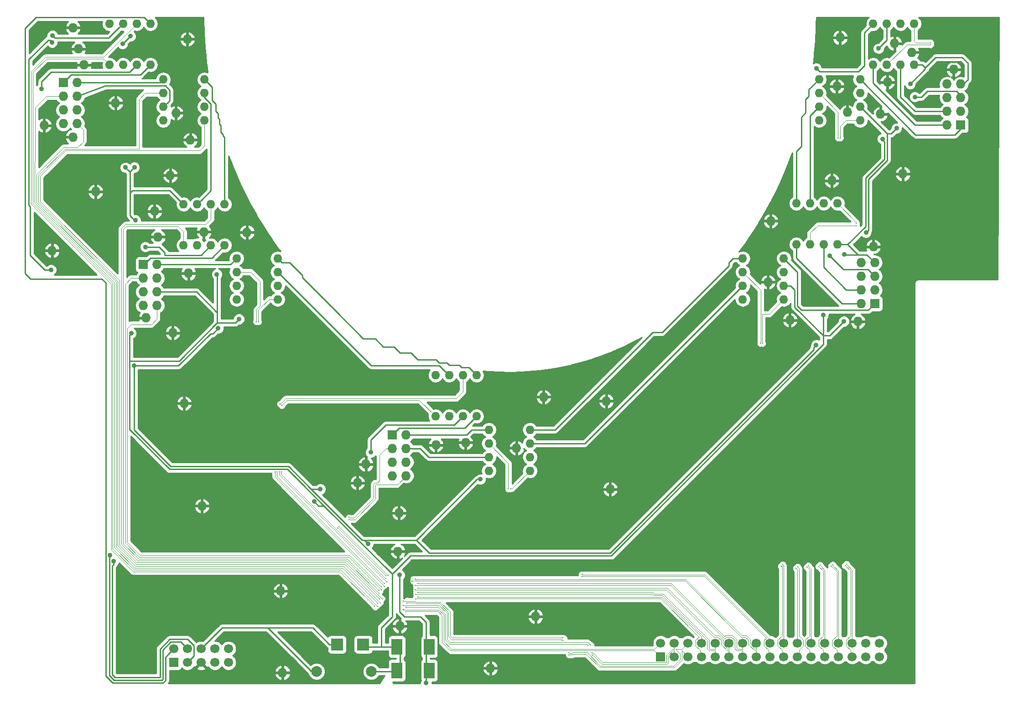
<source format=gtl>
G04 #@! TF.FileFunction,Copper,L1,Top,Signal*
%FSLAX46Y46*%
G04 Gerber Fmt 4.6, Leading zero omitted, Abs format (unit mm)*
G04 Created by KiCad (PCBNEW 4.0.5) date 2017 January 03, Tuesday 16:58:24*
%MOMM*%
%LPD*%
G01*
G04 APERTURE LIST*
%ADD10C,0.150000*%
%ADD11O,1.727200X1.727200*%
%ADD12R,1.700000X1.700000*%
%ADD13C,1.700000*%
%ADD14O,1.600000X1.600000*%
%ADD15R,1.727200X1.727200*%
%ADD16R,2.235200X2.235200*%
%ADD17C,1.998980*%
%ADD18R,1.998980X2.999740*%
%ADD19C,0.889000*%
%ADD20C,0.200000*%
%ADD21C,0.254000*%
%ADD22C,0.120000*%
G04 APERTURE END LIST*
D10*
D11*
X161250000Y-125860000D03*
X201830000Y-164890000D03*
X278840000Y-103870000D03*
X280140000Y-97960000D03*
X131020000Y-94750000D03*
X189470000Y-177960000D03*
D12*
X238020000Y-204670000D03*
D13*
X238020000Y-202130000D03*
X240560000Y-204670000D03*
X240560000Y-202130000D03*
X243100000Y-204670000D03*
X243100000Y-202130000D03*
X245640000Y-204670000D03*
X245640000Y-202130000D03*
X248180000Y-204670000D03*
X248180000Y-202130000D03*
X250720000Y-204670000D03*
X250720000Y-202130000D03*
X253260000Y-204670000D03*
X253260000Y-202130000D03*
X255800000Y-204670000D03*
X255800000Y-202130000D03*
X258340000Y-204670000D03*
X258340000Y-202130000D03*
X260880000Y-204670000D03*
X260880000Y-202130000D03*
X263420000Y-204670000D03*
X263420000Y-202130000D03*
X265960000Y-204670000D03*
X265960000Y-202130000D03*
X268500000Y-204670000D03*
X268500000Y-202130000D03*
X271040000Y-204670000D03*
X271040000Y-202130000D03*
X273580000Y-204670000D03*
X273580000Y-202130000D03*
X276120000Y-204670000D03*
X276120000Y-202130000D03*
X278660000Y-204670000D03*
X278660000Y-202130000D03*
D11*
X136860000Y-101820000D03*
X128980000Y-87850000D03*
X129980000Y-91770000D03*
X148060000Y-103690000D03*
X150200000Y-89980000D03*
X150730000Y-108690000D03*
X150380000Y-133460000D03*
X153240000Y-125780000D03*
X144740000Y-126710000D03*
X144090000Y-121940000D03*
X147030000Y-115280000D03*
X189260000Y-185110000D03*
X196320000Y-165350000D03*
X211290000Y-165910000D03*
X281450000Y-90770000D03*
X272680000Y-103540000D03*
X270730000Y-98730000D03*
X271350000Y-89680000D03*
X284650000Y-92420000D03*
X292420000Y-95610000D03*
X269810000Y-116250000D03*
X258490000Y-123760000D03*
X257970000Y-135100000D03*
X274650000Y-142420000D03*
X277520000Y-128520000D03*
X283000000Y-114990000D03*
X262050000Y-142140000D03*
X181770000Y-172370000D03*
X183330000Y-168930000D03*
X216320000Y-156430000D03*
X227940000Y-157190000D03*
X228670000Y-173560000D03*
X189620000Y-198980000D03*
X214820000Y-197200000D03*
X206440000Y-206810000D03*
X167850000Y-207630000D03*
X167500000Y-192450000D03*
X152900000Y-176680000D03*
X149600000Y-157630000D03*
X142530000Y-141730000D03*
X147470000Y-144530000D03*
X125070000Y-129240000D03*
X128940000Y-108160000D03*
X123610000Y-106000000D03*
X133160000Y-118300000D03*
D14*
X143330000Y-87100000D03*
X140790000Y-87100000D03*
X138250000Y-87100000D03*
X135710000Y-87100000D03*
X135710000Y-94720000D03*
X138250000Y-94720000D03*
X140790000Y-94720000D03*
X143330000Y-94720000D03*
D15*
X293740000Y-105920000D03*
D11*
X293740000Y-103380000D03*
X293740000Y-100840000D03*
X293740000Y-98300000D03*
X291200000Y-98300000D03*
X291200000Y-100840000D03*
X291200000Y-103380000D03*
X291200000Y-105920000D03*
D15*
X277770000Y-139080000D03*
D11*
X277770000Y-136540000D03*
X277770000Y-134000000D03*
X277770000Y-131460000D03*
X275230000Y-131460000D03*
X275230000Y-134000000D03*
X275230000Y-136540000D03*
X275230000Y-139080000D03*
D15*
X188260000Y-163450000D03*
D11*
X188260000Y-165990000D03*
X188260000Y-168530000D03*
X188260000Y-171070000D03*
X190800000Y-171070000D03*
X190800000Y-168530000D03*
X190800000Y-165990000D03*
X190800000Y-163450000D03*
D15*
X142000000Y-131830000D03*
D11*
X142000000Y-134370000D03*
X142000000Y-136910000D03*
X142000000Y-139450000D03*
X144540000Y-139450000D03*
X144540000Y-136910000D03*
X144540000Y-134370000D03*
X144540000Y-131830000D03*
D15*
X127170000Y-98060000D03*
D11*
X127170000Y-100600000D03*
X127170000Y-103140000D03*
X127170000Y-105680000D03*
X129710000Y-105680000D03*
X129710000Y-103140000D03*
X129710000Y-100600000D03*
X129710000Y-98060000D03*
D16*
X177950000Y-202410000D03*
X182830000Y-202410000D03*
D12*
X147650000Y-205750000D03*
D13*
X147650000Y-203210000D03*
X150190000Y-205750000D03*
X150190000Y-203210000D03*
X152730000Y-205750000D03*
X152730000Y-203210000D03*
X155270000Y-205750000D03*
X155270000Y-203210000D03*
X157810000Y-205750000D03*
X157810000Y-203210000D03*
D17*
X184330000Y-207420000D03*
X174170000Y-207420000D03*
D14*
X145730000Y-97460000D03*
X145730000Y-100000000D03*
X145730000Y-102540000D03*
X145730000Y-105080000D03*
X153350000Y-105080000D03*
X153350000Y-102540000D03*
X153350000Y-100000000D03*
X153350000Y-97460000D03*
X157090000Y-120640000D03*
X154550000Y-120640000D03*
X152010000Y-120640000D03*
X149470000Y-120640000D03*
X149470000Y-128260000D03*
X152010000Y-128260000D03*
X154550000Y-128260000D03*
X157090000Y-128260000D03*
X159310000Y-130680000D03*
X159310000Y-133220000D03*
X159310000Y-135760000D03*
X159310000Y-138300000D03*
X166930000Y-138300000D03*
X166930000Y-135760000D03*
X166930000Y-133220000D03*
X166930000Y-130680000D03*
X203850000Y-152380000D03*
X201310000Y-152380000D03*
X198770000Y-152380000D03*
X196230000Y-152380000D03*
X196230000Y-160000000D03*
X198770000Y-160000000D03*
X201310000Y-160000000D03*
X203850000Y-160000000D03*
X206150000Y-162540000D03*
X206150000Y-165080000D03*
X206150000Y-167620000D03*
X206150000Y-170160000D03*
X213770000Y-170160000D03*
X213770000Y-167620000D03*
X213770000Y-165080000D03*
X213770000Y-162540000D03*
X253280000Y-130680000D03*
X253280000Y-133220000D03*
X253280000Y-135760000D03*
X253280000Y-138300000D03*
X260900000Y-138300000D03*
X260900000Y-135760000D03*
X260900000Y-133220000D03*
X260900000Y-130680000D03*
X263230000Y-128100000D03*
X265770000Y-128100000D03*
X268310000Y-128100000D03*
X270850000Y-128100000D03*
X270850000Y-120480000D03*
X268310000Y-120480000D03*
X265770000Y-120480000D03*
X263230000Y-120480000D03*
X267440000Y-97450000D03*
X267440000Y-99990000D03*
X267440000Y-102530000D03*
X267440000Y-105070000D03*
X275060000Y-105070000D03*
X275060000Y-102530000D03*
X275060000Y-99990000D03*
X275060000Y-97450000D03*
X277500000Y-94740000D03*
X280040000Y-94740000D03*
X282580000Y-94740000D03*
X285120000Y-94740000D03*
X285120000Y-87120000D03*
X282580000Y-87120000D03*
X280040000Y-87120000D03*
X277500000Y-87120000D03*
D18*
X189080560Y-202830000D03*
X195080040Y-202830000D03*
X189080260Y-207210000D03*
X195079740Y-207210000D03*
D19*
X125160000Y-89310000D03*
X135851900Y-185860000D03*
X123100000Y-99190000D03*
X142380000Y-128560000D03*
X184260000Y-166720000D03*
X269420000Y-130210000D03*
X285214500Y-100710000D03*
X281830000Y-106530000D03*
X276160000Y-125920000D03*
X268210000Y-141250000D03*
X272050000Y-142380000D03*
X173732872Y-175847127D03*
X155660000Y-133650000D03*
X159790000Y-141970000D03*
X139752440Y-144580000D03*
X140575500Y-123617620D03*
X140260450Y-150595500D03*
X138704500Y-113810000D03*
X278480000Y-91720000D03*
X139650000Y-89420000D03*
X138160000Y-90850000D03*
X125075736Y-90561699D03*
X124878717Y-132821283D03*
X136525500Y-186898760D03*
X284366283Y-98273717D03*
X266911283Y-146761283D03*
X272135278Y-129985278D03*
X279254500Y-108500000D03*
X189600000Y-189508757D03*
X183756358Y-183693642D03*
X204590000Y-171720000D03*
X174886282Y-173526282D03*
X194500000Y-209540000D03*
X155901802Y-143695633D03*
X140355500Y-113780000D03*
X266928600Y-95412560D03*
D20*
X288130000Y-91010000D03*
X272275650Y-187764350D03*
X288130000Y-90630000D03*
X272544350Y-187495650D03*
X269705650Y-187874350D03*
X269974350Y-187605650D03*
X270980000Y-108320000D03*
X267345650Y-187924350D03*
X271360000Y-108320000D03*
X267614350Y-187655650D03*
X274360000Y-124580000D03*
X265185650Y-188054350D03*
X274360000Y-124200000D03*
X265454350Y-187785650D03*
X263454350Y-187985650D03*
X263185650Y-188254350D03*
X256565900Y-146443700D03*
X260403610Y-187858130D03*
X256945900Y-146443700D03*
X260672310Y-187589430D03*
X209758780Y-173489620D03*
X223413320Y-189783220D03*
X210138780Y-173489620D03*
X223413320Y-189403220D03*
X180207153Y-178839771D03*
X178081999Y-180720699D03*
X187020650Y-189659350D03*
X191890000Y-190620000D03*
X180207153Y-179219771D03*
X178350699Y-180451999D03*
X187440000Y-189530000D03*
X192420000Y-190240000D03*
X167431990Y-157736810D03*
X167288182Y-170348342D03*
X187170000Y-190850000D03*
X192470000Y-191440000D03*
X167700690Y-158005510D03*
X167668182Y-170348342D03*
X187020000Y-190160000D03*
X192960000Y-191060000D03*
X162992300Y-142450820D03*
X166454320Y-170334940D03*
X186780000Y-191650000D03*
X192480000Y-192280000D03*
X163372300Y-142450820D03*
X166834320Y-170334940D03*
X186760000Y-191070000D03*
X192940000Y-191900000D03*
X186190000Y-192230000D03*
X192500000Y-193110000D03*
X192940000Y-192730000D03*
X186180000Y-191680000D03*
X185790000Y-192950000D03*
X192520000Y-193940000D03*
X185730000Y-192350000D03*
X192940000Y-193560000D03*
X185830000Y-193970000D03*
X190951743Y-194687471D03*
X219910000Y-201670000D03*
X221020640Y-204348999D03*
X186380000Y-193980000D03*
X190230000Y-194300000D03*
X219900000Y-201150000D03*
X221020640Y-203968999D03*
X225343720Y-204348999D03*
X224560000Y-202560000D03*
X190724098Y-195479897D03*
X185550000Y-194760000D03*
X186060000Y-194720000D03*
X190230000Y-195100000D03*
X225041190Y-202506651D03*
X225343720Y-203968999D03*
X184900000Y-195290000D03*
X190703200Y-196313560D03*
X185500000Y-195350000D03*
X190220000Y-195920000D03*
D21*
X174170000Y-207420000D02*
X173230000Y-207420000D01*
X173230000Y-207420000D02*
X170696560Y-204886560D01*
X177950000Y-202410000D02*
X176578400Y-202410000D01*
X176578400Y-202410000D02*
X173468400Y-199300000D01*
X173468400Y-199300000D02*
X165110000Y-199300000D01*
X165110000Y-199300000D02*
X170696560Y-204886560D01*
X170696560Y-204886560D02*
X170726560Y-204886560D01*
X165110000Y-199300000D02*
X165140000Y-199330000D01*
X165110000Y-199300000D02*
X156640000Y-199300000D01*
X156640000Y-199300000D02*
X152730000Y-203210000D01*
X120060720Y-87939880D02*
X122081601Y-85918999D01*
X122081601Y-85918999D02*
X142148999Y-85918999D01*
X142148999Y-85918999D02*
X142530001Y-86300001D01*
X142530001Y-86300001D02*
X143330000Y-87100000D01*
X120060720Y-133461760D02*
X120060720Y-87939880D01*
X121076720Y-134477760D02*
X120060720Y-133461760D01*
X134294880Y-134477760D02*
X121076720Y-134477760D01*
X135026400Y-135209280D02*
X134294880Y-134477760D01*
X135026400Y-208229200D02*
X135026400Y-135209280D01*
X136337040Y-209539840D02*
X135026400Y-208229200D01*
X145658840Y-209539840D02*
X136337040Y-209539840D01*
X146105880Y-209092800D02*
X145658840Y-209539840D01*
X146105880Y-204759560D02*
X146105880Y-209092800D01*
X146800001Y-204065439D02*
X146105880Y-204759560D01*
X147650000Y-203210000D02*
X146800001Y-204059999D01*
X146800001Y-204059999D02*
X146800001Y-204065439D01*
X125160000Y-89310000D02*
X125604499Y-89754499D01*
X125604499Y-89754499D02*
X135595501Y-89754499D01*
X135595501Y-89754499D02*
X137450001Y-87899999D01*
X137450001Y-87899999D02*
X138250000Y-87100000D01*
X135777817Y-208262183D02*
X135700000Y-208184366D01*
X135700000Y-186011900D02*
X135851900Y-185860000D01*
X135700000Y-208184366D02*
X135700000Y-186011900D01*
X136535634Y-209020000D02*
X135777817Y-208262183D01*
X145448416Y-209031830D02*
X140521830Y-209031830D01*
X140521830Y-209031830D02*
X140510000Y-209020000D01*
X140510000Y-209020000D02*
X136535634Y-209020000D01*
X145597870Y-203440248D02*
X145597870Y-208882376D01*
X145597870Y-208882376D02*
X145448416Y-209031830D01*
X150190000Y-203210000D02*
X148930000Y-201950000D01*
X148930000Y-201950000D02*
X147088118Y-201950000D01*
X147088118Y-201950000D02*
X145597870Y-203440248D01*
X124860000Y-96110000D02*
X123100000Y-97870000D01*
X123100000Y-97870000D02*
X123100000Y-99190000D01*
X140790000Y-94720000D02*
X139420000Y-96090000D01*
X139420000Y-96090000D02*
X124860000Y-96110000D01*
X130210000Y-96613072D02*
X141436928Y-96613072D01*
X141436928Y-96613072D02*
X141460000Y-96590000D01*
X128616928Y-96613072D02*
X127170000Y-98060000D01*
X130210000Y-96613072D02*
X128616928Y-96613072D01*
X143330000Y-94720000D02*
X141460000Y-96590000D01*
X153350000Y-100000000D02*
X153350000Y-100792118D01*
X153350000Y-100792118D02*
X154531001Y-101973119D01*
X154531001Y-101973119D02*
X154531001Y-118118999D01*
X154531001Y-118118999D02*
X152809999Y-119840001D01*
X152809999Y-119840001D02*
X152010000Y-120640000D01*
X156819600Y-107955080D02*
X157090000Y-108225480D01*
X157090000Y-108225480D02*
X157090000Y-116637960D01*
X156819600Y-107665520D02*
X156819600Y-107955080D01*
X156418280Y-107264200D02*
X156819600Y-107665520D01*
X156418280Y-106019600D02*
X156418280Y-107264200D01*
X156169360Y-105770680D02*
X156418280Y-106019600D01*
X156169360Y-104907080D02*
X156169360Y-105770680D01*
X155849320Y-104587040D02*
X156169360Y-104907080D01*
X155849320Y-103804720D02*
X155849320Y-104587040D01*
X155448000Y-103403400D02*
X155849320Y-103804720D01*
X155448000Y-101991160D02*
X155448000Y-103403400D01*
X154813000Y-101356160D02*
X155448000Y-101991160D01*
X154813000Y-98907600D02*
X154813000Y-101356160D01*
X154165399Y-98259999D02*
X154813000Y-98907600D01*
X153350000Y-97460000D02*
X154149999Y-98259999D01*
X154149999Y-98259999D02*
X154165399Y-98259999D01*
X157090000Y-116637960D02*
X157090000Y-120640000D01*
X146000000Y-130077389D02*
X146000000Y-129600000D01*
X144960000Y-128560000D02*
X142380000Y-128560000D01*
X146000000Y-129600000D02*
X144960000Y-128560000D01*
X154550000Y-128260000D02*
X152732611Y-130077389D01*
X152732611Y-130077389D02*
X146000000Y-130077389D01*
X142000000Y-131830000D02*
X142132400Y-131830000D01*
X142132400Y-131830000D02*
X143377001Y-130585399D01*
X157090000Y-128260000D02*
X154764601Y-130585399D01*
X154764601Y-130585399D02*
X143377001Y-130585399D01*
X143377001Y-130585399D02*
X143250000Y-130712400D01*
X166930000Y-133220000D02*
X184301530Y-150591530D01*
X184301530Y-150591530D02*
X196981530Y-150591530D01*
X196981530Y-150591530D02*
X197970001Y-151580001D01*
X197970001Y-151580001D02*
X198770000Y-152380000D01*
X166930000Y-130680000D02*
X167729999Y-131479999D01*
X201096880Y-150977600D02*
X202447600Y-150977600D01*
X192968880Y-149494240D02*
X196311520Y-149494240D01*
X167729999Y-131479999D02*
X169148199Y-131479999D01*
X171505880Y-134254240D02*
X177860960Y-140609320D01*
X169148199Y-131479999D02*
X171505880Y-133837680D01*
X185054240Y-145587720D02*
X186563000Y-147096480D01*
X171505880Y-133837680D02*
X171505880Y-134254240D01*
X177860960Y-140609320D02*
X177860960Y-140620960D01*
X182827720Y-145587720D02*
X185054240Y-145587720D01*
X177860960Y-140620960D02*
X182827720Y-145587720D01*
X188544200Y-147096480D02*
X189641480Y-148193760D01*
X186563000Y-147096480D02*
X188544200Y-147096480D01*
X198846440Y-150550880D02*
X200670160Y-150550880D01*
X189641480Y-148193760D02*
X191668400Y-148193760D01*
X191668400Y-148193760D02*
X192968880Y-149494240D01*
X196311520Y-149494240D02*
X196900800Y-150083520D01*
X196900800Y-150083520D02*
X198379080Y-150083520D01*
X198379080Y-150083520D02*
X198846440Y-150550880D01*
X200670160Y-150550880D02*
X201096880Y-150977600D01*
X202447600Y-150977600D02*
X203850000Y-152380000D01*
X201310000Y-160000000D02*
X201310000Y-160040000D01*
X201310000Y-160040000D02*
X199750000Y-161600000D01*
X184260000Y-164370000D02*
X184260000Y-166720000D01*
X187030000Y-161600000D02*
X184260000Y-164370000D01*
X199750000Y-161600000D02*
X187030000Y-161600000D01*
X201310000Y-160000000D02*
X199612611Y-161697389D01*
X187843430Y-168646570D02*
X187838080Y-168641220D01*
X190640000Y-162205399D02*
X189504601Y-162205399D01*
X189504601Y-162205399D02*
X188260000Y-163450000D01*
X203850000Y-160000000D02*
X201644601Y-162205399D01*
X201644601Y-162205399D02*
X190640000Y-162205399D01*
X213770000Y-165080000D02*
X223960000Y-165080000D01*
X223960000Y-165080000D02*
X253280000Y-135760000D01*
X213770000Y-162540000D02*
X218414280Y-162540000D01*
X218414280Y-162540000D02*
X236524800Y-144429480D01*
X250677680Y-131470400D02*
X251468080Y-130680000D01*
X251468080Y-130680000D02*
X253280000Y-130680000D01*
X250677680Y-132054600D02*
X250677680Y-131470400D01*
X238302800Y-144429480D02*
X250677680Y-132054600D01*
X236524800Y-144429480D02*
X238302800Y-144429480D01*
X274950000Y-132745399D02*
X276515399Y-132745399D01*
X276515399Y-132745399D02*
X277770000Y-134000000D01*
X269420000Y-130210000D02*
X271955399Y-132745399D01*
X271955399Y-132745399D02*
X274950000Y-132745399D01*
X276092999Y-140314601D02*
X276535399Y-140314601D01*
X276535399Y-140314601D02*
X277770000Y-139080000D01*
X263433560Y-139542520D02*
X264205641Y-140314601D01*
X264205641Y-140314601D02*
X276092999Y-140314601D01*
X260900000Y-130680000D02*
X263433560Y-133213560D01*
X263433560Y-133213560D02*
X263433560Y-139542520D01*
X265770000Y-120480000D02*
X265770000Y-104200000D01*
X265770000Y-104200000D02*
X267440000Y-102530000D01*
X263230000Y-120480000D02*
X263230000Y-110815480D01*
X263230000Y-110815480D02*
X264144760Y-109900720D01*
X265551920Y-100604320D02*
X265551920Y-99338080D01*
X265551920Y-99338080D02*
X267440000Y-97450000D01*
X264962640Y-101193600D02*
X265551920Y-100604320D01*
X264962640Y-103652320D02*
X264962640Y-101193600D01*
X264144760Y-104470200D02*
X264962640Y-103652320D01*
X264144760Y-109900720D02*
X264144760Y-104470200D01*
X293740000Y-100840000D02*
X293740000Y-100410000D01*
X293740000Y-100410000D02*
X292925399Y-99595399D01*
X292925399Y-99595399D02*
X287562591Y-99595399D01*
X285214500Y-100710000D02*
X286447990Y-100710000D01*
X286447990Y-100710000D02*
X287562591Y-99595399D01*
X293740000Y-105920000D02*
X293740000Y-106670000D01*
X293740000Y-106670000D02*
X292653040Y-107756960D01*
X292653040Y-107756960D02*
X289980640Y-107756960D01*
X285366960Y-107756960D02*
X289980640Y-107756960D01*
X275060000Y-97450000D02*
X285366960Y-107756960D01*
X184330000Y-207420000D02*
X189469700Y-207420000D01*
X189469700Y-207420000D02*
X189679700Y-207210000D01*
X280810000Y-107550000D02*
X281830000Y-106530000D01*
X280080000Y-107550000D02*
X280810000Y-107550000D01*
X280080000Y-112490000D02*
X280080000Y-107550000D01*
X280080000Y-107550000D02*
X275060000Y-102530000D01*
X276604499Y-115965501D02*
X280080000Y-112490000D01*
X276160000Y-125920000D02*
X276604499Y-125475501D01*
X276604499Y-125475501D02*
X276604499Y-115965501D01*
X268210000Y-145037394D02*
X268210000Y-141250000D01*
X269392606Y-145037394D02*
X272050000Y-142380000D01*
X268210000Y-145037394D02*
X269392606Y-145037394D01*
X260900000Y-135760000D02*
X262120000Y-135760000D01*
X262120000Y-135760000D02*
X262925550Y-136565550D01*
X262925550Y-136565550D02*
X262925550Y-139752944D01*
X228900000Y-185940000D02*
X191573874Y-185940000D01*
X262925550Y-139752944D02*
X268210000Y-145037394D01*
X268210000Y-145037394D02*
X268210000Y-146630000D01*
X191573874Y-185940000D02*
X188204578Y-189309296D01*
X268210000Y-146630000D02*
X228900000Y-185940000D01*
X175545282Y-176650000D02*
X171530000Y-172634718D01*
X188204578Y-189309296D02*
X175545282Y-176650000D01*
X175545282Y-176650000D02*
X174535745Y-176650000D01*
X174535745Y-176650000D02*
X173732872Y-175847127D01*
X155750000Y-140750000D02*
X155750000Y-133740000D01*
X155750000Y-133740000D02*
X155660000Y-133650000D01*
X155750000Y-142680000D02*
X159080000Y-142680000D01*
X159080000Y-142680000D02*
X159790000Y-141970000D01*
X139434950Y-149770000D02*
X148660000Y-149770000D01*
X148660000Y-149770000D02*
X155750000Y-142680000D01*
X155750000Y-142680000D02*
X155750000Y-140750000D01*
X155750000Y-140750000D02*
X151910000Y-136910000D01*
X151910000Y-136910000D02*
X144540000Y-136910000D01*
X139434950Y-149770000D02*
X139434950Y-144897490D01*
X139434950Y-144897490D02*
X139752440Y-144580000D01*
X139434950Y-162424950D02*
X139434950Y-149770000D01*
X171530000Y-172634718D02*
X168749221Y-169853939D01*
X168749221Y-169853939D02*
X146863939Y-169853939D01*
X146863939Y-169853939D02*
X139434950Y-162424950D01*
X188204578Y-197215422D02*
X188204578Y-189309296D01*
X186160000Y-199260000D02*
X188204578Y-197215422D01*
X186160000Y-202830000D02*
X183250000Y-202830000D01*
X189680000Y-202830000D02*
X186160000Y-202830000D01*
X186160000Y-202830000D02*
X186160000Y-199260000D01*
X183250000Y-202830000D02*
X182830000Y-202410000D01*
X189679700Y-207210000D02*
X189679700Y-202830300D01*
X189679700Y-202830300D02*
X189680000Y-202830000D01*
X293740000Y-98300000D02*
X294240000Y-98300000D01*
X294240000Y-98300000D02*
X295030000Y-97510000D01*
X295030000Y-97510000D02*
X295030000Y-94390000D01*
X295030000Y-94390000D02*
X294010000Y-93370000D01*
X294010000Y-93370000D02*
X289050000Y-93370000D01*
X289050000Y-93370000D02*
X287140000Y-95280000D01*
X287140000Y-95500000D02*
X287140000Y-95280000D01*
X287140000Y-95280000D02*
X287140000Y-95240000D01*
X286640000Y-94740000D02*
X285120000Y-94740000D01*
X287140000Y-95240000D02*
X286640000Y-94740000D01*
X287110000Y-95440000D02*
X287110000Y-95530000D01*
X287110000Y-95470000D02*
X287110000Y-95440000D01*
X287140000Y-95500000D02*
X287110000Y-95470000D01*
X274770000Y-130000000D02*
X276310000Y-130000000D01*
X276310000Y-130000000D02*
X277770000Y-131460000D01*
X139530000Y-118490000D02*
X139530000Y-122730000D01*
X140417620Y-123617620D02*
X140575500Y-123617620D01*
X139530000Y-122730000D02*
X140417620Y-123617620D01*
X139164499Y-114254499D02*
X139530000Y-114620000D01*
X138704500Y-113810000D02*
X139148999Y-114254499D01*
X139148999Y-114254499D02*
X139164499Y-114254499D01*
X136525500Y-186898760D02*
X136525500Y-187527377D01*
X280040000Y-87120000D02*
X280040000Y-90160000D01*
X280040000Y-90160000D02*
X278480000Y-91720000D01*
X139590000Y-89420000D02*
X138160000Y-90850000D01*
X139650000Y-89420000D02*
X139590000Y-89420000D01*
X124631237Y-90117200D02*
X124352800Y-90117200D01*
X125075736Y-90561699D02*
X124631237Y-90117200D01*
X120755030Y-120764793D02*
X121014833Y-121024596D01*
X120755030Y-93714970D02*
X120755030Y-120764793D01*
X124352800Y-90117200D02*
X120755030Y-93714970D01*
X121014833Y-121024596D02*
X121014833Y-130124833D01*
X123711283Y-132821283D02*
X124878717Y-132821283D01*
X121014833Y-130124833D02*
X123711283Y-132821283D01*
X151421001Y-204518999D02*
X151039999Y-204900001D01*
X150243872Y-201441990D02*
X151421001Y-202619119D01*
X145089860Y-208490140D02*
X145089861Y-203229823D01*
X145056180Y-208523820D02*
X145089860Y-208490140D01*
X151039999Y-204900001D02*
X150190000Y-205750000D01*
X146877694Y-201441990D02*
X150243872Y-201441990D01*
X140743820Y-208523820D02*
X145056180Y-208523820D01*
X140731990Y-208511990D02*
X140743820Y-208523820D01*
X151421001Y-202619119D02*
X151421001Y-204518999D01*
X145089861Y-203229823D02*
X146877694Y-201441990D01*
X136208010Y-207973942D02*
X136746058Y-208511990D01*
X136746058Y-208511990D02*
X140731990Y-208511990D01*
X136208010Y-187844867D02*
X136208010Y-207973942D01*
X136525500Y-187527377D02*
X136208010Y-187844867D01*
X284366283Y-98273717D02*
X287110000Y-95530000D01*
X266466784Y-147654782D02*
X228689576Y-185431990D01*
X228689576Y-185431990D02*
X195093373Y-185431990D01*
X195093373Y-185431990D02*
X192671383Y-183010000D01*
X266911283Y-146761283D02*
X266466784Y-147205782D01*
X266466784Y-147205782D02*
X266466784Y-147654782D01*
X274770000Y-130000000D02*
X272150000Y-130000000D01*
X272150000Y-130000000D02*
X272135278Y-129985278D01*
X274770000Y-130000000D02*
X274658258Y-130000000D01*
X274658258Y-130000000D02*
X272758258Y-128100000D01*
X276096489Y-115755077D02*
X276096489Y-124761769D01*
X276096489Y-124761769D02*
X272758258Y-128100000D01*
X272758258Y-128100000D02*
X271981370Y-128100000D01*
X271981370Y-128100000D02*
X270850000Y-128100000D01*
X279571990Y-109031990D02*
X279571990Y-112279576D01*
X279571990Y-112279576D02*
X276096489Y-115755077D01*
X279254500Y-108500000D02*
X279254500Y-108714500D01*
X279254500Y-108714500D02*
X279571990Y-109031990D01*
X190540000Y-197230000D02*
X193470000Y-197230000D01*
X189600000Y-189508757D02*
X189600000Y-196290000D01*
X189600000Y-196290000D02*
X190540000Y-197230000D01*
X182670000Y-183010000D02*
X183072716Y-183010000D01*
X183072716Y-183010000D02*
X183756358Y-183693642D01*
X173190000Y-173530000D02*
X182670000Y-183010000D01*
X204590000Y-171720000D02*
X203961383Y-171720000D01*
X203961383Y-171720000D02*
X192671383Y-183010000D01*
X192671383Y-183010000D02*
X182670000Y-183010000D01*
X169005929Y-169345929D02*
X173190000Y-173530000D01*
X174886282Y-173526282D02*
X174257665Y-173526282D01*
X174257665Y-173526282D02*
X174253947Y-173530000D01*
X174253947Y-173530000D02*
X173190000Y-173530000D01*
X194480300Y-207210000D02*
X194480300Y-209520300D01*
X194480300Y-209520300D02*
X194500000Y-209540000D01*
X193470000Y-197230000D02*
X194480600Y-198240600D01*
X194480600Y-198240600D02*
X194480600Y-202830000D01*
X140260450Y-162532016D02*
X147074363Y-169345929D01*
X147074363Y-169345929D02*
X169005929Y-169345929D01*
X140260450Y-150595500D02*
X140260450Y-162532016D01*
X154958218Y-144639217D02*
X154509217Y-144639217D01*
X154509217Y-144639217D02*
X148552934Y-150595500D01*
X148552934Y-150595500D02*
X140889067Y-150595500D01*
X140889067Y-150595500D02*
X140260450Y-150595500D01*
X155901802Y-143695633D02*
X154958218Y-144639217D01*
X139920000Y-118100000D02*
X146930000Y-118100000D01*
X146930000Y-118100000D02*
X149470000Y-120640000D01*
X139530000Y-118490000D02*
X139920000Y-118100000D01*
X139530000Y-114620000D02*
X139530000Y-118490000D01*
X140355500Y-113780000D02*
X139911001Y-114224499D01*
X139911001Y-114224499D02*
X139911001Y-114238999D01*
X139911001Y-114238999D02*
X139530000Y-114620000D01*
X194480600Y-202830000D02*
X194480600Y-207209700D01*
X194480600Y-207209700D02*
X194480300Y-207210000D01*
X274724718Y-96037400D02*
X267553440Y-96037400D01*
X267553440Y-96037400D02*
X266928600Y-95412560D01*
X275854160Y-88765840D02*
X275854160Y-94907958D01*
X275854160Y-94907958D02*
X274724718Y-96037400D01*
X277500000Y-87120000D02*
X275854160Y-88765840D01*
X147645120Y-205754880D02*
X147650000Y-205750000D01*
D22*
X288130000Y-91010000D02*
X283770000Y-91010000D01*
X283770000Y-91010000D02*
X280040000Y-94740000D01*
X273275000Y-200818098D02*
X273275000Y-188710667D01*
X272487499Y-201605599D02*
X273275000Y-200818098D01*
X273580000Y-204670000D02*
X273275000Y-204365000D01*
X273275000Y-204365000D02*
X273275000Y-203441902D01*
X273275000Y-203441902D02*
X272487499Y-202654401D01*
X272487499Y-202654401D02*
X272487499Y-201605599D01*
X273275000Y-188710667D02*
X272328683Y-187764350D01*
X272328683Y-187764350D02*
X272275650Y-187764350D01*
X285390000Y-90630000D02*
X285120000Y-90360000D01*
X285120000Y-90360000D02*
X285120000Y-87120000D01*
X288130000Y-90630000D02*
X285390000Y-90630000D01*
X273580000Y-202130000D02*
X273580000Y-188584333D01*
X273580000Y-188584333D02*
X272618132Y-187622465D01*
X272618132Y-187622465D02*
X272618132Y-187599958D01*
X272618132Y-187599958D02*
X272544350Y-187526176D01*
X272544350Y-187526176D02*
X272544350Y-187495650D01*
X271040000Y-204670000D02*
X270735000Y-204365000D01*
X270735000Y-204365000D02*
X270735000Y-203441902D01*
X270735000Y-203441902D02*
X269947499Y-202654401D01*
X269947499Y-202654401D02*
X269947499Y-201605599D01*
X269947499Y-201605599D02*
X270735000Y-200818098D01*
X270735000Y-200818098D02*
X270735000Y-188850667D01*
X270735000Y-188850667D02*
X269758683Y-187874350D01*
X269758683Y-187874350D02*
X269705650Y-187874350D01*
X270048132Y-187732465D02*
X270048132Y-187709958D01*
X271040000Y-202130000D02*
X271040000Y-188724333D01*
X269974350Y-187636176D02*
X269974350Y-187605650D01*
X271040000Y-188724333D02*
X270048132Y-187732465D01*
X270048132Y-187709958D02*
X269974350Y-187636176D01*
X270980000Y-108320000D02*
X270980000Y-103530000D01*
X270980000Y-103530000D02*
X267440000Y-99990000D01*
X267407499Y-202654401D02*
X267407499Y-201605599D01*
X268195000Y-204365000D02*
X268195000Y-203441902D01*
X268500000Y-204670000D02*
X268195000Y-204365000D01*
X267407499Y-201605599D02*
X268195000Y-200818098D01*
X268195000Y-203441902D02*
X267407499Y-202654401D01*
X268195000Y-200818098D02*
X268195000Y-188720667D01*
X268195000Y-188720667D02*
X267398683Y-187924350D01*
X267398683Y-187924350D02*
X267345650Y-187924350D01*
X271360000Y-106150000D02*
X272440000Y-105070000D01*
X272440000Y-105070000D02*
X275060000Y-105070000D01*
X271360000Y-108320000D02*
X271360000Y-106150000D01*
X268500000Y-202130000D02*
X268500000Y-188594333D01*
X268500000Y-188594333D02*
X267688132Y-187782465D01*
X267688132Y-187782465D02*
X267688132Y-187759958D01*
X267688132Y-187759958D02*
X267614350Y-187686176D01*
X267614350Y-187686176D02*
X267614350Y-187655650D01*
X274360000Y-124580000D02*
X267190000Y-124580000D01*
X267190000Y-124580000D02*
X265770000Y-126000000D01*
X265770000Y-126000000D02*
X265770000Y-128100000D01*
X265655000Y-203441902D02*
X264867499Y-202654401D01*
X265655000Y-188470667D02*
X265238683Y-188054350D01*
X264867499Y-202654401D02*
X264867499Y-201605599D01*
X265238683Y-188054350D02*
X265185650Y-188054350D01*
X265960000Y-204670000D02*
X265655000Y-204365000D01*
X265655000Y-204365000D02*
X265655000Y-203441902D01*
X264867499Y-201605599D02*
X265655000Y-200818098D01*
X265655000Y-200818098D02*
X265655000Y-188470667D01*
X274360000Y-124200000D02*
X274360000Y-123990000D01*
X274360000Y-123990000D02*
X270850000Y-120480000D01*
X265960000Y-202130000D02*
X265960000Y-188344333D01*
X265960000Y-188344333D02*
X265528132Y-187912465D01*
X265528132Y-187912465D02*
X265528132Y-187889958D01*
X265528132Y-187889958D02*
X265454350Y-187816176D01*
X265454350Y-187816176D02*
X265454350Y-187785650D01*
X263420000Y-204670000D02*
X263725000Y-204365000D01*
X263725000Y-204365000D02*
X263725000Y-203441902D01*
X264512501Y-202654401D02*
X264512501Y-201605599D01*
X263725000Y-203441902D02*
X264512501Y-202654401D01*
X264512501Y-201605599D02*
X263725000Y-200818098D01*
X263725000Y-200818098D02*
X263725000Y-188309333D01*
X263454350Y-188038683D02*
X263454350Y-187985650D01*
X263725000Y-188309333D02*
X263454350Y-188038683D01*
X263216176Y-188254350D02*
X263185650Y-188254350D01*
X263289958Y-188328132D02*
X263216176Y-188254350D01*
X263312465Y-188328132D02*
X263289958Y-188328132D01*
X263420000Y-188435667D02*
X263312465Y-188328132D01*
X263420000Y-202130000D02*
X263420000Y-188435667D01*
X256603401Y-140911913D02*
X256603401Y-136543401D01*
X256603401Y-136543401D02*
X253280000Y-133220000D01*
X256565900Y-146443700D02*
X256603401Y-146406199D01*
X256603401Y-146406199D02*
X256603401Y-140911913D01*
X260575000Y-187976487D02*
X260456643Y-187858130D01*
X259787499Y-202654401D02*
X259787499Y-201605599D01*
X260575000Y-203441902D02*
X259787499Y-202654401D01*
X260575000Y-200818098D02*
X260575000Y-187976487D01*
X260880000Y-204670000D02*
X260575000Y-204365000D01*
X260575000Y-204365000D02*
X260575000Y-203441902D01*
X259787499Y-201605599D02*
X260575000Y-200818098D01*
X260456643Y-187858130D02*
X260403610Y-187858130D01*
X256908399Y-141038247D02*
X258161753Y-141038247D01*
X258161753Y-141038247D02*
X260900000Y-138300000D01*
X256945900Y-146443700D02*
X256908399Y-146406199D01*
X256908399Y-146406199D02*
X256908399Y-141038247D01*
X260880000Y-202130000D02*
X260880000Y-187850153D01*
X260746092Y-187693738D02*
X260672310Y-187619956D01*
X260672310Y-187619956D02*
X260672310Y-187589430D01*
X260880000Y-187850153D02*
X260746092Y-187716245D01*
X260746092Y-187716245D02*
X260746092Y-187693738D01*
X209758780Y-173489620D02*
X209758780Y-168688780D01*
X209758780Y-168688780D02*
X206150000Y-165080000D01*
X257611776Y-201241322D02*
X246116173Y-189745719D01*
X246116173Y-189745719D02*
X223450821Y-189745719D01*
X223450821Y-189745719D02*
X223413320Y-189783220D01*
X258340000Y-204670000D02*
X258035000Y-204365000D01*
X258035000Y-204365000D02*
X258035000Y-203441902D01*
X258035000Y-203441902D02*
X257247499Y-202654401D01*
X257247499Y-202654401D02*
X257247499Y-201605599D01*
X257247499Y-201605599D02*
X257611776Y-201241322D01*
X210138780Y-173489620D02*
X210440380Y-173489620D01*
X210440380Y-173489620D02*
X213770000Y-170160000D01*
X258340000Y-201538214D02*
X246242507Y-189440721D01*
X246242507Y-189440721D02*
X223450821Y-189440721D01*
X223450821Y-189440721D02*
X223413320Y-189403220D01*
X258340000Y-202130000D02*
X258340000Y-201538214D01*
X185830000Y-167200000D02*
X185830000Y-172002843D01*
X185830000Y-172002843D02*
X185465227Y-172367616D01*
X186838686Y-166191314D02*
X185830000Y-167200000D01*
X186838686Y-166190000D02*
X186838686Y-166191314D01*
X188260000Y-165990000D02*
X187038686Y-165990000D01*
X187038686Y-165990000D02*
X186838686Y-166190000D01*
X185026718Y-172367616D02*
X185465227Y-172367616D01*
X184757500Y-172636834D02*
X185026718Y-172367616D01*
X184757500Y-175236834D02*
X184757500Y-172636834D01*
X181117062Y-178877272D02*
X184757500Y-175236834D01*
X180207153Y-178839771D02*
X180244654Y-178877272D01*
X180244654Y-178877272D02*
X181117062Y-178877272D01*
X178135032Y-180720699D02*
X178081999Y-180720699D01*
X187020650Y-189606317D02*
X178135032Y-180720699D01*
X187020650Y-189659350D02*
X187020650Y-189606317D01*
X255496834Y-203552500D02*
X254352501Y-202408167D01*
X255800000Y-203552500D02*
X255496834Y-203552500D01*
X254352501Y-202408167D02*
X254352501Y-201605599D01*
X255800000Y-204670000D02*
X255800000Y-203552500D01*
X254352501Y-201605599D02*
X253784401Y-201037499D01*
X253784401Y-201037499D02*
X252981833Y-201037499D01*
X191927501Y-190582499D02*
X191890000Y-190620000D01*
X252981833Y-201037499D02*
X242536834Y-190592500D01*
X242536834Y-190592500D02*
X191927501Y-190582499D01*
X187838080Y-166674800D02*
X187542880Y-165990000D01*
X187542880Y-165990000D02*
X188260000Y-165990000D01*
X190800000Y-171070000D02*
X189197384Y-172672616D01*
X189197384Y-172672616D02*
X185591559Y-172672616D01*
X185153050Y-172672616D02*
X185591559Y-172672616D01*
X185062500Y-172763166D02*
X185153050Y-172672616D01*
X185062500Y-175363166D02*
X185062500Y-172763166D01*
X181243396Y-179182270D02*
X185062500Y-175363166D01*
X180207153Y-179219771D02*
X180244654Y-179182270D01*
X180244654Y-179182270D02*
X181243396Y-179182270D01*
X187440000Y-189530000D02*
X187386967Y-189530000D01*
X187386967Y-189530000D02*
X178350699Y-180505032D01*
X178350699Y-180505032D02*
X178350699Y-180451999D01*
X254657491Y-201479267D02*
X253910732Y-200732508D01*
X254657492Y-202281826D02*
X254657491Y-201479267D01*
X255800000Y-202130000D02*
X255800000Y-203247500D01*
X255800000Y-203247500D02*
X255623166Y-203247500D01*
X255623166Y-203247500D02*
X254657492Y-202281826D01*
X242663166Y-190287500D02*
X192457501Y-190277501D01*
X253910732Y-200732508D02*
X253108174Y-200732508D01*
X253108174Y-200732508D02*
X242663166Y-190287500D01*
X192457501Y-190277501D02*
X192420000Y-190240000D01*
X201320400Y-155473400D02*
X201310000Y-155463000D01*
X201310000Y-155463000D02*
X201310000Y-152380000D01*
X200078340Y-156715460D02*
X201320400Y-155473400D01*
X196974740Y-156715460D02*
X200078340Y-156715460D01*
X193144140Y-156715360D02*
X196974640Y-156715360D01*
X196974640Y-156715360D02*
X196974740Y-156715460D01*
X168506473Y-156715360D02*
X193144140Y-156715360D01*
X167431990Y-157736810D02*
X167485023Y-157736810D01*
X167485023Y-157736810D02*
X168506473Y-156715360D01*
X167325683Y-170947490D02*
X167325683Y-170385843D01*
X187170000Y-190850000D02*
X187170000Y-190796967D01*
X187170000Y-190796967D02*
X167325683Y-170947490D01*
X167325683Y-170385843D02*
X167288182Y-170348342D01*
X248954433Y-200427499D02*
X239934443Y-191407509D01*
X239934443Y-191407509D02*
X192507501Y-191402499D01*
X192507501Y-191402499D02*
X192470000Y-191440000D01*
X249828044Y-201298472D02*
X248957071Y-200427499D01*
X249934626Y-201298472D02*
X249828044Y-201298472D01*
X248957071Y-200427499D02*
X248954433Y-200427499D01*
X252188654Y-203552500D02*
X251812501Y-203176347D01*
X253260000Y-204670000D02*
X253260000Y-203552500D01*
X253260000Y-203552500D02*
X252188654Y-203552500D01*
X251812501Y-201605599D02*
X251244401Y-201037499D01*
X251812501Y-203176347D02*
X251812501Y-201605599D01*
X251244401Y-201037499D02*
X250195599Y-201037499D01*
X250195599Y-201037499D02*
X249934626Y-201298472D01*
X193144140Y-157020360D02*
X193250360Y-157020360D01*
X193250360Y-157020360D02*
X196230000Y-160000000D01*
X168632807Y-157020360D02*
X193144140Y-157020360D01*
X167700690Y-158005510D02*
X167700690Y-157952477D01*
X167700690Y-157952477D02*
X168632807Y-157020360D01*
X167630681Y-170385843D02*
X167668182Y-170348342D01*
X187020000Y-190160000D02*
X186966967Y-190160000D01*
X186966967Y-190160000D02*
X167630681Y-170821154D01*
X167630681Y-170821154D02*
X167630681Y-170385843D01*
X192997501Y-191097501D02*
X192960000Y-191060000D01*
X249080774Y-200122508D02*
X240060777Y-191102511D01*
X240060777Y-191102511D02*
X192997501Y-191097501D01*
X249934631Y-200867145D02*
X249828039Y-200867145D01*
X249828039Y-200867145D02*
X249083402Y-200122508D01*
X249083402Y-200122508D02*
X249080774Y-200122508D01*
X253260000Y-202130000D02*
X253260000Y-203247500D01*
X252314986Y-203247500D02*
X252117491Y-203050005D01*
X253260000Y-203247500D02*
X252314986Y-203247500D01*
X252117491Y-203050005D02*
X252117491Y-201479267D01*
X252117491Y-201479267D02*
X251370732Y-200732508D01*
X251370732Y-200732508D02*
X250069267Y-200732509D01*
X250069267Y-200732509D02*
X249934631Y-200867145D01*
X163649660Y-134909560D02*
X161960100Y-133220000D01*
X161960100Y-133220000D02*
X159310000Y-133220000D01*
X163649660Y-137559660D02*
X163649660Y-134909560D01*
X163652926Y-139526810D02*
X163652926Y-137562926D01*
X163652926Y-137562926D02*
X163649660Y-137559660D01*
X162992300Y-142450820D02*
X163029801Y-142413319D01*
X163029801Y-142413319D02*
X163029801Y-140149935D01*
X163029801Y-140149935D02*
X163473736Y-139706000D01*
X163473736Y-139706000D02*
X163652926Y-139526810D01*
X166491821Y-170372441D02*
X166454320Y-170334940D01*
X186780000Y-191650000D02*
X186780000Y-191596967D01*
X166491821Y-171297071D02*
X166491821Y-170372441D01*
X186780000Y-191596967D02*
X166491821Y-171297071D01*
X247913433Y-201037499D02*
X239117350Y-192241416D01*
X239117350Y-192241416D02*
X192517501Y-192242499D01*
X192517501Y-192242499D02*
X192480000Y-192280000D01*
X249272501Y-202396567D02*
X249272501Y-201605599D01*
X250720000Y-204670000D02*
X250720000Y-203552500D01*
X250720000Y-203552500D02*
X250428434Y-203552500D01*
X250428434Y-203552500D02*
X249272501Y-202396567D01*
X248704401Y-201037499D02*
X247913433Y-201037499D01*
X249272501Y-201605599D02*
X248704401Y-201037499D01*
X163957926Y-139683834D02*
X165341760Y-138300000D01*
X165341760Y-138300000D02*
X166930000Y-138300000D01*
X163957926Y-139688680D02*
X163957926Y-139683834D01*
X163602598Y-140044008D02*
X163957926Y-139688680D01*
X163334799Y-140311807D02*
X163602598Y-140044008D01*
X163372300Y-142450820D02*
X163334799Y-142413319D01*
X163334799Y-142413319D02*
X163334799Y-140311807D01*
X186760000Y-191070000D02*
X186706967Y-191070000D01*
X186706967Y-191070000D02*
X166796819Y-171170735D01*
X166796819Y-170372441D02*
X166834320Y-170334940D01*
X166796819Y-171170735D02*
X166796819Y-170372441D01*
X239243684Y-191936418D02*
X192977501Y-191937501D01*
X248039774Y-200732508D02*
X239243684Y-191936418D01*
X192977501Y-191937501D02*
X192940000Y-191900000D01*
X250720000Y-202130000D02*
X250720000Y-203247500D01*
X250720000Y-203247500D02*
X250554766Y-203247500D01*
X250554766Y-203247500D02*
X249577492Y-202270226D01*
X249577492Y-202270226D02*
X249577491Y-201479267D01*
X249577491Y-201479267D02*
X248830732Y-200732508D01*
X248830732Y-200732508D02*
X248039774Y-200732508D01*
X138686440Y-135412580D02*
X139729020Y-134370000D01*
X139729020Y-134370000D02*
X142000000Y-134370000D01*
X138686440Y-142951200D02*
X138686440Y-135412580D01*
X138686440Y-183561442D02*
X138686440Y-142951200D01*
X141268258Y-186143260D02*
X138686440Y-183561442D01*
X180161068Y-186143260D02*
X141268258Y-186143260D01*
X186190000Y-192230000D02*
X186190000Y-192176967D01*
X186190000Y-192176967D02*
X180161068Y-186143260D01*
X192537501Y-193072499D02*
X192500000Y-193110000D01*
X236738904Y-193297580D02*
X236516705Y-193075381D01*
X236516705Y-193075381D02*
X192537501Y-193072499D01*
X248180000Y-203552500D02*
X246993824Y-203552500D01*
X248180000Y-204670000D02*
X248180000Y-203552500D01*
X238366655Y-193297580D02*
X236738904Y-193297580D01*
X246993824Y-203552500D02*
X246732501Y-203291177D01*
X246732501Y-203291177D02*
X246732501Y-201663426D01*
X246732501Y-201663426D02*
X238366655Y-193297580D01*
X144540000Y-139450000D02*
X144540000Y-141920000D01*
X144540000Y-141920000D02*
X143513880Y-142946120D01*
X138991440Y-183435110D02*
X138991440Y-143667480D01*
X247037492Y-201537095D02*
X238492986Y-192992589D01*
X247037492Y-203164836D02*
X247037492Y-201537095D01*
X247120156Y-203247500D02*
X247037492Y-203164836D01*
X238492986Y-192992589D02*
X236865245Y-192992589D01*
X248180000Y-203247500D02*
X247120156Y-203247500D01*
X248180000Y-202130000D02*
X248180000Y-203247500D01*
X192977501Y-192767501D02*
X192940000Y-192730000D01*
X236643039Y-192770383D02*
X192977501Y-192767501D01*
X236865245Y-192992589D02*
X236643039Y-192770383D01*
X186126967Y-191680000D02*
X180287402Y-185838260D01*
X186180000Y-191680000D02*
X186126967Y-191680000D01*
X180287402Y-185838260D02*
X141394590Y-185838260D01*
X141394590Y-185838260D02*
X138991440Y-183435110D01*
X142288800Y-142951200D02*
X142293880Y-142946120D01*
X142293880Y-142946120D02*
X143513880Y-142946120D01*
X138991440Y-143649600D02*
X139689840Y-142951200D01*
X138991440Y-143667480D02*
X138991440Y-143649600D01*
X139689840Y-142951200D02*
X142288800Y-142951200D01*
X154553920Y-123410980D02*
X154550000Y-123407060D01*
X154550000Y-123407060D02*
X154550000Y-120640000D01*
X153591260Y-124373640D02*
X154553920Y-123410980D01*
X150816360Y-124373640D02*
X153591260Y-124373640D01*
X147840700Y-124378620D02*
X150811380Y-124378620D01*
X150811380Y-124378620D02*
X150816360Y-124373640D01*
X138724974Y-124378620D02*
X147840700Y-124378620D01*
X137967620Y-125135974D02*
X138724974Y-124378620D01*
X137967620Y-183802873D02*
X137967620Y-125135974D01*
X140987007Y-186822260D02*
X137967620Y-183802873D01*
X179713033Y-186822260D02*
X140987007Y-186822260D01*
X185790000Y-192950000D02*
X185790000Y-192896967D01*
X185790000Y-192896967D02*
X179713033Y-186822260D01*
X245115599Y-201037499D02*
X245243893Y-201037499D01*
X245640000Y-204670000D02*
X245335000Y-204365000D01*
X245335000Y-204365000D02*
X245335000Y-203441902D01*
X245335000Y-203441902D02*
X244547499Y-202654401D01*
X192557501Y-193902499D02*
X192520000Y-193940000D01*
X244547499Y-202654401D02*
X244547499Y-201605599D01*
X244547499Y-201605599D02*
X245115599Y-201037499D01*
X238113982Y-193907588D02*
X192557501Y-193902499D01*
X245243893Y-201037499D02*
X238113982Y-193907588D01*
X149470000Y-125690520D02*
X148463100Y-124683620D01*
X148463100Y-124683620D02*
X147840700Y-124683620D01*
X149470000Y-128260000D02*
X149470000Y-125690520D01*
X138851306Y-124683620D02*
X147840700Y-124683620D01*
X138272620Y-125262306D02*
X138851306Y-124683620D01*
X138272620Y-183676541D02*
X138272620Y-125262306D01*
X141113339Y-186517260D02*
X138272620Y-183676541D01*
X179839367Y-186517260D02*
X141113339Y-186517260D01*
X185730000Y-192350000D02*
X185676967Y-192350000D01*
X185676967Y-192350000D02*
X179839367Y-186517260D01*
X245640000Y-202130000D02*
X245640000Y-201002274D01*
X245640000Y-201002274D02*
X238240316Y-193602590D01*
X238240316Y-193602590D02*
X192977501Y-193597501D01*
X192977501Y-193597501D02*
X192940000Y-193560000D01*
X141218920Y-101125020D02*
X142343940Y-100000000D01*
X142343940Y-100000000D02*
X145730000Y-100000000D01*
X141218920Y-104506000D02*
X141218920Y-101125020D01*
X141221460Y-110365440D02*
X141221460Y-104508540D01*
X141221460Y-104508540D02*
X141218920Y-104506000D01*
X132154853Y-110365440D02*
X141221460Y-110365440D01*
X122556540Y-115297044D02*
X127488144Y-110365440D01*
X127488144Y-110365440D02*
X128528921Y-110365440D01*
X128528921Y-110365440D02*
X128534351Y-110370870D01*
X128534351Y-110370870D02*
X132149423Y-110370870D01*
X132149423Y-110370870D02*
X132154853Y-110365440D01*
X122556540Y-120213735D02*
X122556540Y-115297044D01*
X140705757Y-187501260D02*
X137272469Y-184067972D01*
X137272469Y-184067972D02*
X137272469Y-134929664D01*
X137272469Y-134929664D02*
X122556540Y-120213735D01*
X179416952Y-187501260D02*
X140705757Y-187501260D01*
X185830000Y-193970000D02*
X185830000Y-193916967D01*
X185830000Y-193916967D02*
X179416952Y-187501260D01*
X198664269Y-196484024D02*
X197012634Y-194832388D01*
X219910000Y-201670000D02*
X219910000Y-201616967D01*
X199208675Y-201457660D02*
X198664269Y-200913254D01*
X219910000Y-201616967D02*
X219751363Y-201457660D01*
X219751363Y-201457660D02*
X199208675Y-201457660D01*
X198664269Y-200913254D02*
X198664269Y-196484024D01*
X197012634Y-194832388D02*
X192583403Y-194832388D01*
X192583403Y-194832388D02*
X192400985Y-194649970D01*
X192400985Y-194649970D02*
X190989244Y-194649970D01*
X190989244Y-194649970D02*
X190951743Y-194687471D01*
X221699767Y-204311498D02*
X221058141Y-204311498D01*
X221848765Y-204162500D02*
X221699767Y-204311498D01*
X221058141Y-204311498D02*
X221020640Y-204348999D01*
X241982499Y-205295725D02*
X240600732Y-206677492D01*
X240600732Y-206677492D02*
X226733989Y-206677492D01*
X243100000Y-204670000D02*
X241982499Y-203552499D01*
X241982499Y-203552499D02*
X241982499Y-205295725D01*
X226733989Y-206677492D02*
X224218997Y-204162500D01*
X224218997Y-204162500D02*
X221848765Y-204162500D01*
X141221460Y-110670440D02*
X152504040Y-110670440D01*
X152504040Y-110670440D02*
X153350000Y-109824480D01*
X153350000Y-109824480D02*
X153350000Y-105080000D01*
X132281175Y-110670440D02*
X141221460Y-110670440D01*
X122861540Y-115423376D02*
X127614476Y-110670440D01*
X128402599Y-110670440D02*
X128408020Y-110675861D01*
X127614476Y-110670440D02*
X128402599Y-110670440D01*
X128408020Y-110675861D02*
X132275755Y-110675860D01*
X132275755Y-110675860D02*
X132281175Y-110670440D01*
X122861540Y-120087413D02*
X122861540Y-115423376D01*
X140832089Y-187196260D02*
X137577460Y-183941631D01*
X137577460Y-183941631D02*
X137577459Y-134803332D01*
X137577459Y-134803332D02*
X122861540Y-120087413D01*
X179543286Y-187196260D02*
X140832089Y-187196260D01*
X186380000Y-193980000D02*
X186326967Y-193980000D01*
X186326967Y-193980000D02*
X179543286Y-187196260D01*
X198969260Y-200786913D02*
X198969259Y-196357692D01*
X192527319Y-194344972D02*
X190267501Y-194337501D01*
X219900000Y-201150000D02*
X219846967Y-201150000D01*
X219846967Y-201150000D02*
X219877697Y-201152660D01*
X219877697Y-201152660D02*
X199335007Y-201152660D01*
X192709744Y-194527397D02*
X192527319Y-194344972D01*
X199335007Y-201152660D02*
X198969260Y-200786913D01*
X198969259Y-196357692D02*
X197138965Y-194527397D01*
X197138965Y-194527397D02*
X192709744Y-194527397D01*
X190267501Y-194337501D02*
X190230000Y-194300000D01*
X221722424Y-203857509D02*
X221573433Y-204006500D01*
X221058141Y-204006500D02*
X221020640Y-203968999D01*
X221573433Y-204006500D02*
X221058141Y-204006500D01*
X243100000Y-202130000D02*
X241982499Y-203247501D01*
X226860321Y-206372502D02*
X224345328Y-203857509D01*
X241982499Y-203247501D02*
X240865010Y-203247501D01*
X241652501Y-205194401D02*
X240474400Y-206372502D01*
X240865010Y-203247501D02*
X240865010Y-203358108D01*
X240865010Y-203358108D02*
X241652501Y-204145599D01*
X241652501Y-204145599D02*
X241652501Y-205194401D01*
X240474400Y-206372502D02*
X226860321Y-206372502D01*
X224345328Y-203857509D02*
X221722424Y-203857509D01*
X127170000Y-100600000D02*
X124010400Y-100600000D01*
X239190332Y-206067492D02*
X227147186Y-206067492D01*
X240560000Y-203552500D02*
X240330208Y-203552500D01*
X240560000Y-203552500D02*
X240560000Y-204670000D01*
X239417491Y-205840333D02*
X239190332Y-206067492D01*
X239417492Y-204465216D02*
X239417491Y-205840333D01*
X240330208Y-203552500D02*
X239417492Y-204465216D01*
X225391192Y-204311498D02*
X225381221Y-204311498D01*
X227147186Y-206067492D02*
X225391192Y-204311498D01*
X225381221Y-204311498D02*
X225343720Y-204348999D01*
X224560000Y-202506967D02*
X224385822Y-202335650D01*
X224560000Y-202560000D02*
X224560000Y-202506967D01*
X224385822Y-202335650D02*
X198868784Y-202335650D01*
X190761599Y-195442396D02*
X190724098Y-195479897D01*
X198054270Y-196736695D02*
X196759971Y-195442396D01*
X198054270Y-201521136D02*
X198054270Y-196736695D01*
X198868784Y-202335650D02*
X198054270Y-201521136D01*
X196759971Y-195442396D02*
X190761599Y-195442396D01*
X121877540Y-115015794D02*
X121939647Y-110303687D01*
X136662470Y-135182335D02*
X121877540Y-120397406D01*
X136662470Y-184421726D02*
X136662470Y-135182335D01*
X179022057Y-188180260D02*
X140421004Y-188180260D01*
X121877540Y-120397406D02*
X121877540Y-115015794D01*
X140421004Y-188180260D02*
X136662470Y-184421726D01*
X185550000Y-194706967D02*
X179022057Y-188180260D01*
X185550000Y-194760000D02*
X185550000Y-194706967D01*
X121939647Y-110303687D02*
X121939647Y-102670753D01*
X124010400Y-100600000D02*
X121939647Y-102670753D01*
X128640000Y-110059353D02*
X129810647Y-110059353D01*
X130870000Y-106840000D02*
X129710000Y-105680000D01*
X130870000Y-109000000D02*
X130870000Y-106840000D01*
X129810647Y-110059353D02*
X130870000Y-109000000D01*
X127265313Y-110059353D02*
X128640000Y-110059353D01*
X128640000Y-110059353D02*
X128650647Y-110059353D01*
X128650647Y-110059353D02*
X128659654Y-110068360D01*
X186060000Y-194720000D02*
X186006967Y-194720000D01*
X122182540Y-115142126D02*
X127265313Y-110059353D01*
X186006967Y-194720000D02*
X179148391Y-187875260D01*
X140547336Y-187875260D02*
X136967461Y-184295385D01*
X179148391Y-187875260D02*
X140547336Y-187875260D01*
X122182540Y-120271083D02*
X122182540Y-115142126D01*
X136967461Y-184295385D02*
X136967460Y-135056003D01*
X136967460Y-135056003D02*
X122182540Y-120271083D01*
X198995116Y-202030650D02*
X198359261Y-201394795D01*
X198359261Y-201394795D02*
X198359260Y-196610363D01*
X198359260Y-196610363D02*
X196886295Y-195137398D01*
X196886295Y-195137398D02*
X190267501Y-195137501D01*
X190267501Y-195137501D02*
X190230000Y-195100000D01*
X224512156Y-202030650D02*
X198995116Y-202030650D01*
X225041190Y-202506651D02*
X224988157Y-202506651D01*
X224988157Y-202506651D02*
X224512156Y-202030650D01*
X239064001Y-205762501D02*
X227273527Y-205762501D01*
X240560000Y-203247500D02*
X240203876Y-203247500D01*
X240560000Y-202130000D02*
X240560000Y-203247500D01*
X227273527Y-205762501D02*
X225517526Y-204006500D01*
X240203876Y-203247500D02*
X239112501Y-204338875D01*
X239112501Y-204338875D02*
X239112501Y-205714001D01*
X239112501Y-205714001D02*
X239064001Y-205762501D01*
X225517526Y-204006500D02*
X225381221Y-204006500D01*
X225381221Y-204006500D02*
X225343720Y-203968999D01*
X134592499Y-93297501D02*
X140790000Y-87100000D01*
X121198540Y-95989474D02*
X123890513Y-93297501D01*
X123890513Y-93297501D02*
X134592499Y-93297501D01*
X121198540Y-120581086D02*
X121198540Y-95989474D01*
X136052460Y-135435006D02*
X121198540Y-120581086D01*
X136052460Y-184771966D02*
X136052460Y-135435006D01*
X140139754Y-188859260D02*
X136052460Y-184771966D01*
X178524233Y-188859260D02*
X140139754Y-188859260D01*
X184900000Y-195290000D02*
X184900000Y-195236967D01*
X184900000Y-195236967D02*
X178524233Y-188859260D01*
X199008672Y-203552499D02*
X197444260Y-201988087D01*
X197444260Y-196989366D02*
X196730953Y-196276059D01*
X190740701Y-196276059D02*
X190703200Y-196313560D01*
X238020000Y-204670000D02*
X236902499Y-203552499D01*
X236902499Y-203552499D02*
X199008672Y-203552499D01*
X197444260Y-201988087D02*
X197444260Y-196989366D01*
X196730953Y-196276059D02*
X190740701Y-196276059D01*
X121503540Y-96115806D02*
X124016847Y-93602499D01*
X124016847Y-93602499D02*
X134592499Y-93602499D01*
X134592499Y-93602499D02*
X135710000Y-94720000D01*
X121503540Y-120454754D02*
X121503540Y-96115806D01*
X136357460Y-135308674D02*
X121503540Y-120454754D01*
X136357460Y-184645634D02*
X136357460Y-135308674D01*
X140266086Y-188554260D02*
X136357460Y-184645634D01*
X178650567Y-188554260D02*
X140266086Y-188554260D01*
X185500000Y-195350000D02*
X185446967Y-195350000D01*
X185446967Y-195350000D02*
X178650567Y-188554260D01*
X238020000Y-202130000D02*
X236902499Y-203247501D01*
X236902499Y-203247501D02*
X199135008Y-203247501D01*
X197749260Y-196863034D02*
X196857287Y-195971061D01*
X196857287Y-195971061D02*
X190257501Y-195957501D01*
X199135008Y-203247501D02*
X197749260Y-201861753D01*
X197749260Y-201861753D02*
X197749260Y-196863034D01*
X190257501Y-195957501D02*
X190220000Y-195920000D01*
D21*
X129710000Y-98060000D02*
X145120000Y-98070000D01*
X145120000Y-98070000D02*
X145730000Y-97460000D01*
X145730000Y-97120000D02*
X145730000Y-97460000D01*
X129710000Y-100600000D02*
X134988999Y-98641001D01*
X134988999Y-98641001D02*
X146118883Y-98641001D01*
X146118883Y-98641001D02*
X146911001Y-99433119D01*
X146911001Y-99433119D02*
X146911001Y-101358999D01*
X146911001Y-101358999D02*
X146529999Y-101740001D01*
X146529999Y-101740001D02*
X145730000Y-102540000D01*
X144540000Y-131830000D02*
X158160000Y-131830000D01*
X158160000Y-131830000D02*
X159310000Y-130680000D01*
X159310000Y-130480000D02*
X159310000Y-130680000D01*
X190800000Y-163450000D02*
X202060000Y-163450000D01*
X202970000Y-162540000D02*
X206150000Y-162540000D01*
X202060000Y-163450000D02*
X202970000Y-162540000D01*
X206150000Y-162300000D02*
X206150000Y-162540000D01*
X190800000Y-165990000D02*
X193370000Y-165990000D01*
X195000000Y-167620000D02*
X206150000Y-167620000D01*
X193370000Y-165990000D02*
X195000000Y-167620000D01*
X263230000Y-128100000D02*
X263230000Y-130640000D01*
X271670000Y-139080000D02*
X275230000Y-139080000D01*
X263230000Y-130640000D02*
X271670000Y-139080000D01*
X263230000Y-128620000D02*
X263230000Y-128100000D01*
X263230000Y-128350000D02*
X263230000Y-128100000D01*
X268310000Y-128100000D02*
X268310000Y-132350000D01*
X272500000Y-136540000D02*
X275230000Y-136540000D01*
X268310000Y-132350000D02*
X272500000Y-136540000D01*
X291200000Y-105920000D02*
X285290000Y-105920000D01*
X277500000Y-98130000D02*
X277500000Y-94740000D01*
X285290000Y-105920000D02*
X277500000Y-98130000D01*
X277500000Y-95260000D02*
X277500000Y-94740000D01*
X277500000Y-95010000D02*
X277500000Y-94740000D01*
X291200000Y-103380000D02*
X285250000Y-103380000D01*
X282580000Y-99297242D02*
X282580000Y-94740000D01*
X282580000Y-100710000D02*
X282580000Y-99297242D01*
X285250000Y-103380000D02*
X282580000Y-100710000D01*
X286662758Y-103380000D02*
X286938686Y-103380000D01*
X286938686Y-103380000D02*
X291200000Y-103380000D01*
X152730000Y-205750000D02*
X153961001Y-206981001D01*
X153961001Y-206981001D02*
X153961001Y-207001001D01*
G36*
X188994731Y-196729360D02*
X189061185Y-196828815D01*
X189833156Y-197600787D01*
X189747000Y-197645531D01*
X189747000Y-198853000D01*
X190953817Y-198853000D01*
X191074958Y-198620974D01*
X190902688Y-198205053D01*
X190708221Y-197992000D01*
X193154370Y-197992000D01*
X193718600Y-198556231D01*
X193718600Y-200808454D01*
X193629109Y-200866040D01*
X193484119Y-201078240D01*
X193433110Y-201330130D01*
X193433110Y-204329870D01*
X193477388Y-204565187D01*
X193616460Y-204781311D01*
X193718600Y-204851100D01*
X193718600Y-205188261D01*
X193628809Y-205246040D01*
X193483819Y-205458240D01*
X193432810Y-205710130D01*
X193432810Y-208709870D01*
X193477088Y-208945187D01*
X193538496Y-209040618D01*
X193420687Y-209324332D01*
X193420460Y-209585000D01*
X188505059Y-209585000D01*
X188306789Y-209357310D01*
X190079750Y-209357310D01*
X190315067Y-209313032D01*
X190531191Y-209173960D01*
X190676181Y-208961760D01*
X190727190Y-208709870D01*
X190727190Y-205710130D01*
X190682912Y-205474813D01*
X190543840Y-205258689D01*
X190441700Y-205188900D01*
X190441700Y-204851739D01*
X190531491Y-204793960D01*
X190676481Y-204581760D01*
X190727490Y-204329870D01*
X190727490Y-201330130D01*
X190683212Y-201094813D01*
X190544140Y-200878689D01*
X190331940Y-200733699D01*
X190080050Y-200682690D01*
X188081070Y-200682690D01*
X187845753Y-200726968D01*
X187629629Y-200866040D01*
X187484639Y-201078240D01*
X187433630Y-201330130D01*
X187433630Y-202068000D01*
X186922000Y-202068000D01*
X186922000Y-199575630D01*
X187158604Y-199339026D01*
X188165042Y-199339026D01*
X188337312Y-199754947D01*
X188731510Y-200186821D01*
X189260973Y-200434968D01*
X189493000Y-200314469D01*
X189493000Y-199107000D01*
X189747000Y-199107000D01*
X189747000Y-200314469D01*
X189979027Y-200434968D01*
X190508490Y-200186821D01*
X190902688Y-199754947D01*
X191074958Y-199339026D01*
X190953817Y-199107000D01*
X189747000Y-199107000D01*
X189493000Y-199107000D01*
X188286183Y-199107000D01*
X188165042Y-199339026D01*
X187158604Y-199339026D01*
X187876656Y-198620974D01*
X188165042Y-198620974D01*
X188286183Y-198853000D01*
X189493000Y-198853000D01*
X189493000Y-197645531D01*
X189260973Y-197525032D01*
X188731510Y-197773179D01*
X188337312Y-198205053D01*
X188165042Y-198620974D01*
X187876656Y-198620974D01*
X188743393Y-197754237D01*
X188873829Y-197559026D01*
X188908574Y-197507027D01*
X188966578Y-197215422D01*
X188966578Y-196687226D01*
X188994731Y-196729360D01*
X188994731Y-196729360D01*
G37*
X188994731Y-196729360D02*
X189061185Y-196828815D01*
X189833156Y-197600787D01*
X189747000Y-197645531D01*
X189747000Y-198853000D01*
X190953817Y-198853000D01*
X191074958Y-198620974D01*
X190902688Y-198205053D01*
X190708221Y-197992000D01*
X193154370Y-197992000D01*
X193718600Y-198556231D01*
X193718600Y-200808454D01*
X193629109Y-200866040D01*
X193484119Y-201078240D01*
X193433110Y-201330130D01*
X193433110Y-204329870D01*
X193477388Y-204565187D01*
X193616460Y-204781311D01*
X193718600Y-204851100D01*
X193718600Y-205188261D01*
X193628809Y-205246040D01*
X193483819Y-205458240D01*
X193432810Y-205710130D01*
X193432810Y-208709870D01*
X193477088Y-208945187D01*
X193538496Y-209040618D01*
X193420687Y-209324332D01*
X193420460Y-209585000D01*
X188505059Y-209585000D01*
X188306789Y-209357310D01*
X190079750Y-209357310D01*
X190315067Y-209313032D01*
X190531191Y-209173960D01*
X190676181Y-208961760D01*
X190727190Y-208709870D01*
X190727190Y-205710130D01*
X190682912Y-205474813D01*
X190543840Y-205258689D01*
X190441700Y-205188900D01*
X190441700Y-204851739D01*
X190531491Y-204793960D01*
X190676481Y-204581760D01*
X190727490Y-204329870D01*
X190727490Y-201330130D01*
X190683212Y-201094813D01*
X190544140Y-200878689D01*
X190331940Y-200733699D01*
X190080050Y-200682690D01*
X188081070Y-200682690D01*
X187845753Y-200726968D01*
X187629629Y-200866040D01*
X187484639Y-201078240D01*
X187433630Y-201330130D01*
X187433630Y-202068000D01*
X186922000Y-202068000D01*
X186922000Y-199575630D01*
X187158604Y-199339026D01*
X188165042Y-199339026D01*
X188337312Y-199754947D01*
X188731510Y-200186821D01*
X189260973Y-200434968D01*
X189493000Y-200314469D01*
X189493000Y-199107000D01*
X189747000Y-199107000D01*
X189747000Y-200314469D01*
X189979027Y-200434968D01*
X190508490Y-200186821D01*
X190902688Y-199754947D01*
X191074958Y-199339026D01*
X190953817Y-199107000D01*
X189747000Y-199107000D01*
X189493000Y-199107000D01*
X188286183Y-199107000D01*
X188165042Y-199339026D01*
X187158604Y-199339026D01*
X187876656Y-198620974D01*
X188165042Y-198620974D01*
X188286183Y-198853000D01*
X189493000Y-198853000D01*
X189493000Y-197645531D01*
X189260973Y-197525032D01*
X188731510Y-197773179D01*
X188337312Y-198205053D01*
X188165042Y-198620974D01*
X187876656Y-198620974D01*
X188743393Y-197754237D01*
X188873829Y-197559026D01*
X188908574Y-197507027D01*
X188966578Y-197215422D01*
X188966578Y-196687226D01*
X188994731Y-196729360D01*
G36*
X300575681Y-134635000D02*
X285840000Y-134635000D01*
X285577862Y-134687143D01*
X285355632Y-134835632D01*
X285207143Y-135057862D01*
X285155000Y-135320000D01*
X285155000Y-209585000D01*
X195579462Y-209585000D01*
X195579660Y-209357310D01*
X196079230Y-209357310D01*
X196314547Y-209313032D01*
X196530671Y-209173960D01*
X196675661Y-208961760D01*
X196726670Y-208709870D01*
X196726670Y-207169026D01*
X204985042Y-207169026D01*
X205157312Y-207584947D01*
X205551510Y-208016821D01*
X206080973Y-208264968D01*
X206313000Y-208144469D01*
X206313000Y-206937000D01*
X206567000Y-206937000D01*
X206567000Y-208144469D01*
X206799027Y-208264968D01*
X207328490Y-208016821D01*
X207722688Y-207584947D01*
X207894958Y-207169026D01*
X207773817Y-206937000D01*
X206567000Y-206937000D01*
X206313000Y-206937000D01*
X205106183Y-206937000D01*
X204985042Y-207169026D01*
X196726670Y-207169026D01*
X196726670Y-206450974D01*
X204985042Y-206450974D01*
X205106183Y-206683000D01*
X206313000Y-206683000D01*
X206313000Y-205475531D01*
X206567000Y-205475531D01*
X206567000Y-206683000D01*
X207773817Y-206683000D01*
X207894958Y-206450974D01*
X207722688Y-206035053D01*
X207328490Y-205603179D01*
X206799027Y-205355032D01*
X206567000Y-205475531D01*
X206313000Y-205475531D01*
X206080973Y-205355032D01*
X205551510Y-205603179D01*
X205157312Y-206035053D01*
X204985042Y-206450974D01*
X196726670Y-206450974D01*
X196726670Y-205710130D01*
X196682392Y-205474813D01*
X196543320Y-205258689D01*
X196331120Y-205113699D01*
X196079230Y-205062690D01*
X195242600Y-205062690D01*
X195242600Y-204977310D01*
X196079530Y-204977310D01*
X196314847Y-204933032D01*
X196530971Y-204793960D01*
X196675961Y-204581760D01*
X196726970Y-204329870D01*
X196726970Y-201330130D01*
X196682692Y-201094813D01*
X196543620Y-200878689D01*
X196331420Y-200733699D01*
X196079530Y-200682690D01*
X195242600Y-200682690D01*
X195242600Y-198240600D01*
X195184596Y-197948995D01*
X195164833Y-197919418D01*
X195019415Y-197701784D01*
X194288689Y-196971059D01*
X196443075Y-196971059D01*
X196749260Y-197277245D01*
X196749260Y-201988087D01*
X196802164Y-202254052D01*
X196952821Y-202479526D01*
X198517233Y-204043938D01*
X198742707Y-204194595D01*
X199008672Y-204247499D01*
X220285727Y-204247499D01*
X220285512Y-204494558D01*
X220397174Y-204764799D01*
X220603752Y-204971739D01*
X220873798Y-205083872D01*
X221166199Y-205084127D01*
X221354074Y-205006498D01*
X221699767Y-205006498D01*
X221965732Y-204953594D01*
X222109547Y-204857500D01*
X223931119Y-204857500D01*
X226242550Y-207168931D01*
X226468024Y-207319588D01*
X226733989Y-207372492D01*
X240600732Y-207372492D01*
X240866697Y-207319588D01*
X241092171Y-207168931D01*
X241179481Y-207081621D01*
X242223277Y-207081621D01*
X242230001Y-207131583D01*
X242255633Y-207174994D01*
X242296135Y-207205011D01*
X242345125Y-207216906D01*
X242354366Y-207217261D01*
X242396628Y-207211727D01*
X242440903Y-207187619D01*
X242472310Y-207148185D01*
X242485901Y-207099639D01*
X242486660Y-207089284D01*
X242478941Y-207035480D01*
X242452249Y-206992713D01*
X242411022Y-206963700D01*
X242361754Y-206953012D01*
X242312211Y-206962334D01*
X242270197Y-206990197D01*
X242260197Y-207000197D01*
X242236521Y-207032978D01*
X242223277Y-207081621D01*
X241179481Y-207081621D01*
X242310851Y-205950251D01*
X242803319Y-206154742D01*
X243394089Y-206155257D01*
X243940086Y-205929656D01*
X244149936Y-205720172D01*
X244588418Y-205718524D01*
X244797717Y-205928188D01*
X245343319Y-206154742D01*
X245934089Y-206155257D01*
X246480086Y-205929656D01*
X246699533Y-205710591D01*
X247118926Y-205709015D01*
X247337717Y-205928188D01*
X247883319Y-206154742D01*
X248474089Y-206155257D01*
X249020086Y-205929656D01*
X249249131Y-205701011D01*
X249649434Y-205699506D01*
X249877717Y-205928188D01*
X250423319Y-206154742D01*
X251014089Y-206155257D01*
X251560086Y-205929656D01*
X251798728Y-205691430D01*
X252179942Y-205689998D01*
X252417717Y-205928188D01*
X252963319Y-206154742D01*
X253554089Y-206155257D01*
X254100086Y-205929656D01*
X254348325Y-205681850D01*
X254710450Y-205680489D01*
X254957717Y-205928188D01*
X255503319Y-206154742D01*
X256094089Y-206155257D01*
X256640086Y-205929656D01*
X256897922Y-205672269D01*
X257240958Y-205670980D01*
X257497717Y-205928188D01*
X258043319Y-206154742D01*
X258634089Y-206155257D01*
X259180086Y-205929656D01*
X259447519Y-205662689D01*
X259771466Y-205661472D01*
X260037717Y-205928188D01*
X260583319Y-206154742D01*
X261174089Y-206155257D01*
X261720086Y-205929656D01*
X261997117Y-205653108D01*
X262301973Y-205651963D01*
X262577717Y-205928188D01*
X263123319Y-206154742D01*
X263714089Y-206155257D01*
X264260086Y-205929656D01*
X264546714Y-205643528D01*
X264832481Y-205642454D01*
X265117717Y-205928188D01*
X265663319Y-206154742D01*
X266254089Y-206155257D01*
X266800086Y-205929656D01*
X267096311Y-205633948D01*
X267362989Y-205632945D01*
X267657717Y-205928188D01*
X268203319Y-206154742D01*
X268794089Y-206155257D01*
X269340086Y-205929656D01*
X269645908Y-205624367D01*
X269893497Y-205623437D01*
X270197717Y-205928188D01*
X270743319Y-206154742D01*
X271334089Y-206155257D01*
X271880086Y-205929656D01*
X272195505Y-205614787D01*
X272424005Y-205613928D01*
X272737717Y-205928188D01*
X273283319Y-206154742D01*
X273874089Y-206155257D01*
X274420086Y-205929656D01*
X274745103Y-205605206D01*
X274954513Y-205604419D01*
X275277717Y-205928188D01*
X275823319Y-206154742D01*
X276414089Y-206155257D01*
X276960086Y-205929656D01*
X277294700Y-205595626D01*
X277485021Y-205594911D01*
X277817717Y-205928188D01*
X278363319Y-206154742D01*
X278954089Y-206155257D01*
X279500086Y-205929656D01*
X279918188Y-205512283D01*
X280144742Y-204966681D01*
X280145257Y-204375911D01*
X279919656Y-203829914D01*
X279657655Y-203567455D01*
X279647456Y-203242543D01*
X279918188Y-202972283D01*
X280144742Y-202426681D01*
X280145257Y-201835911D01*
X279919656Y-201289914D01*
X279502283Y-200871812D01*
X278956681Y-200645258D01*
X278365911Y-200644743D01*
X277819914Y-200870344D01*
X277808710Y-200881529D01*
X276976302Y-200885855D01*
X276962283Y-200871812D01*
X276416681Y-200645258D01*
X275825911Y-200644743D01*
X275279914Y-200870344D01*
X275255416Y-200894799D01*
X274449412Y-200898988D01*
X274422283Y-200871812D01*
X274275000Y-200810655D01*
X274275000Y-188584333D01*
X274222096Y-188318368D01*
X274071439Y-188092894D01*
X273244864Y-187266319D01*
X273167816Y-187079850D01*
X272961238Y-186872910D01*
X272691192Y-186760777D01*
X272398791Y-186760522D01*
X272128550Y-186872184D01*
X271921610Y-187078762D01*
X271903263Y-187122946D01*
X271859850Y-187140884D01*
X271652910Y-187347462D01*
X271540777Y-187617508D01*
X271540522Y-187909909D01*
X271652184Y-188180150D01*
X271858762Y-188387090D01*
X272046501Y-188465046D01*
X272580000Y-188998545D01*
X272580000Y-200530220D01*
X272199539Y-200910681D01*
X271922522Y-200912121D01*
X271882283Y-200871812D01*
X271735000Y-200810655D01*
X271735000Y-188724333D01*
X271682096Y-188458368D01*
X271531439Y-188232894D01*
X270674864Y-187376319D01*
X270597816Y-187189850D01*
X270391238Y-186982910D01*
X270121192Y-186870777D01*
X269828791Y-186870522D01*
X269558550Y-186982184D01*
X269351610Y-187188762D01*
X269333263Y-187232946D01*
X269289850Y-187250884D01*
X269082910Y-187457462D01*
X268970777Y-187727508D01*
X268970522Y-188019909D01*
X269026480Y-188155336D01*
X268991439Y-188102894D01*
X268314864Y-187426319D01*
X268237816Y-187239850D01*
X268031238Y-187032910D01*
X267761192Y-186920777D01*
X267468791Y-186920522D01*
X267198550Y-187032184D01*
X266991610Y-187238762D01*
X266973263Y-187282946D01*
X266929850Y-187300884D01*
X266722910Y-187507462D01*
X266610777Y-187777508D01*
X266610522Y-188069909D01*
X266722184Y-188340150D01*
X266928762Y-188547090D01*
X267116501Y-188625046D01*
X267500000Y-189008545D01*
X267500000Y-200530220D01*
X267092999Y-200937221D01*
X266868742Y-200938387D01*
X266802283Y-200871812D01*
X266655000Y-200810655D01*
X266655000Y-188344333D01*
X266602096Y-188078368D01*
X266517754Y-187952141D01*
X266451440Y-187852894D01*
X266154864Y-187556318D01*
X266077816Y-187369850D01*
X265871238Y-187162910D01*
X265601192Y-187050777D01*
X265308791Y-187050522D01*
X265038550Y-187162184D01*
X264831610Y-187368762D01*
X264813263Y-187412946D01*
X264769850Y-187430884D01*
X264562910Y-187637462D01*
X264450777Y-187907508D01*
X264450522Y-188199909D01*
X264562184Y-188470150D01*
X264768762Y-188677090D01*
X264956501Y-188755046D01*
X264960000Y-188758545D01*
X264960000Y-200530220D01*
X264690000Y-200800220D01*
X264420000Y-200530220D01*
X264420000Y-188309333D01*
X264367096Y-188043368D01*
X264216439Y-187817894D01*
X264154864Y-187756319D01*
X264077816Y-187569850D01*
X263871238Y-187362910D01*
X263601192Y-187250777D01*
X263308791Y-187250522D01*
X263038550Y-187362184D01*
X262831610Y-187568762D01*
X262813263Y-187612946D01*
X262769850Y-187630884D01*
X262562910Y-187837462D01*
X262450777Y-188107508D01*
X262450522Y-188399909D01*
X262562184Y-188670150D01*
X262725000Y-188833251D01*
X262725000Y-200810396D01*
X262579914Y-200870344D01*
X262488950Y-200961150D01*
X261814962Y-200964652D01*
X261722283Y-200871812D01*
X261575000Y-200810655D01*
X261575000Y-187850153D01*
X261522096Y-187584188D01*
X261455853Y-187485048D01*
X261373567Y-187361897D01*
X261295776Y-187173630D01*
X261089198Y-186966690D01*
X260819152Y-186854557D01*
X260526751Y-186854302D01*
X260256510Y-186965964D01*
X260049570Y-187172542D01*
X260031223Y-187216726D01*
X259987810Y-187234664D01*
X259780870Y-187441242D01*
X259668737Y-187711288D01*
X259668482Y-188003689D01*
X259780144Y-188273930D01*
X259880000Y-188373961D01*
X259880000Y-200530220D01*
X259433189Y-200977031D01*
X259288072Y-200977785D01*
X259182283Y-200871812D01*
X258636681Y-200645258D01*
X258429742Y-200645078D01*
X246733946Y-188949282D01*
X246508472Y-188798625D01*
X246242507Y-188745721D01*
X223746499Y-188745721D01*
X223560162Y-188668347D01*
X223267761Y-188668092D01*
X222997520Y-188779754D01*
X222790580Y-188986332D01*
X222678447Y-189256378D01*
X222678192Y-189548779D01*
X222696257Y-189592500D01*
X192495013Y-189592501D01*
X192308676Y-189515127D01*
X192016275Y-189514872D01*
X191746034Y-189626534D01*
X191539094Y-189833112D01*
X191426961Y-190103158D01*
X191426706Y-190395559D01*
X191444976Y-190439774D01*
X191426961Y-190483158D01*
X191426706Y-190775559D01*
X191538368Y-191045800D01*
X191744946Y-191252740D01*
X191977222Y-191349189D01*
X191977011Y-191590569D01*
X192016111Y-191685198D01*
X191988341Y-191752075D01*
X191988086Y-192044476D01*
X192006356Y-192088691D01*
X191988341Y-192132075D01*
X191988086Y-192424476D01*
X192018258Y-192497496D01*
X191981491Y-192586040D01*
X191981236Y-192878441D01*
X191999506Y-192922656D01*
X191981491Y-192966040D01*
X191981236Y-193258441D01*
X191990496Y-193280852D01*
X191933445Y-193418247D01*
X191933243Y-193649972D01*
X191284922Y-193649972D01*
X191098585Y-193572598D01*
X190806184Y-193572343D01*
X190535943Y-193684005D01*
X190362000Y-193857644D01*
X190362000Y-190273399D01*
X190514622Y-190121043D01*
X190679313Y-189724425D01*
X190679687Y-189294973D01*
X190515689Y-188898068D01*
X190212286Y-188594135D01*
X190060427Y-188531077D01*
X191889504Y-186702000D01*
X228900000Y-186702000D01*
X229191605Y-186643996D01*
X229438815Y-186478815D01*
X268748815Y-147168815D01*
X268913996Y-146921605D01*
X268915473Y-146914178D01*
X268972000Y-146630000D01*
X268972000Y-145799394D01*
X269392606Y-145799394D01*
X269684211Y-145741390D01*
X269931421Y-145576209D01*
X272048132Y-143459499D01*
X272263784Y-143459687D01*
X272660689Y-143295689D01*
X272964622Y-142992286D01*
X273053175Y-142779026D01*
X273195042Y-142779026D01*
X273367312Y-143194947D01*
X273761510Y-143626821D01*
X274290973Y-143874968D01*
X274523000Y-143754469D01*
X274523000Y-142547000D01*
X274777000Y-142547000D01*
X274777000Y-143754469D01*
X275009027Y-143874968D01*
X275538490Y-143626821D01*
X275932688Y-143194947D01*
X276104958Y-142779026D01*
X275983817Y-142547000D01*
X274777000Y-142547000D01*
X274523000Y-142547000D01*
X273316183Y-142547000D01*
X273195042Y-142779026D01*
X273053175Y-142779026D01*
X273129313Y-142595668D01*
X273129687Y-142166216D01*
X272965689Y-141769311D01*
X272662286Y-141465378D01*
X272265668Y-141300687D01*
X271836216Y-141300313D01*
X271439311Y-141464311D01*
X271135378Y-141767714D01*
X270970687Y-142164332D01*
X270970498Y-142381872D01*
X269076976Y-144275394D01*
X268972000Y-144275394D01*
X268972000Y-142014642D01*
X269124622Y-141862286D01*
X269289313Y-141465668D01*
X269289652Y-141076601D01*
X274052922Y-141076601D01*
X273761510Y-141213179D01*
X273367312Y-141645053D01*
X273195042Y-142060974D01*
X273316183Y-142293000D01*
X274523000Y-142293000D01*
X274523000Y-142273000D01*
X274777000Y-142273000D01*
X274777000Y-142293000D01*
X275983817Y-142293000D01*
X276104958Y-142060974D01*
X275932688Y-141645053D01*
X275538490Y-141213179D01*
X275247078Y-141076601D01*
X276535399Y-141076601D01*
X276827004Y-141018597D01*
X277074214Y-140853416D01*
X277336590Y-140591040D01*
X278633600Y-140591040D01*
X278868917Y-140546762D01*
X279085041Y-140407690D01*
X279230031Y-140195490D01*
X279281040Y-139943600D01*
X279281040Y-138216400D01*
X279236762Y-137981083D01*
X279097690Y-137764959D01*
X278885490Y-137619969D01*
X278841869Y-137611136D01*
X278859029Y-137599670D01*
X279183885Y-137113489D01*
X279297959Y-136540000D01*
X279183885Y-135966511D01*
X278859029Y-135480330D01*
X278544248Y-135270000D01*
X278859029Y-135059670D01*
X279183885Y-134573489D01*
X279297959Y-134000000D01*
X279183885Y-133426511D01*
X278859029Y-132940330D01*
X278544248Y-132730000D01*
X278859029Y-132519670D01*
X279183885Y-132033489D01*
X279297959Y-131460000D01*
X279183885Y-130886511D01*
X278859029Y-130400330D01*
X278372848Y-130075474D01*
X277799359Y-129961400D01*
X277740641Y-129961400D01*
X277647002Y-129980026D01*
X277647002Y-129854470D01*
X277879027Y-129974968D01*
X278408490Y-129726821D01*
X278802688Y-129294947D01*
X278974958Y-128879026D01*
X278853817Y-128647000D01*
X277647000Y-128647000D01*
X277647000Y-128667000D01*
X277393000Y-128667000D01*
X277393000Y-128647000D01*
X276186183Y-128647000D01*
X276065042Y-128879026D01*
X276213725Y-129238000D01*
X274973889Y-129238000D01*
X273896863Y-128160974D01*
X276065042Y-128160974D01*
X276186183Y-128393000D01*
X277393000Y-128393000D01*
X277393000Y-127185531D01*
X277647000Y-127185531D01*
X277647000Y-128393000D01*
X278853817Y-128393000D01*
X278974958Y-128160974D01*
X278802688Y-127745053D01*
X278408490Y-127313179D01*
X277879027Y-127065032D01*
X277647000Y-127185531D01*
X277393000Y-127185531D01*
X277160973Y-127065032D01*
X276631510Y-127313179D01*
X276237312Y-127745053D01*
X276065042Y-128160974D01*
X273896863Y-128160974D01*
X273835888Y-128100000D01*
X275324685Y-126611204D01*
X275547714Y-126834622D01*
X275944332Y-126999313D01*
X276373784Y-126999687D01*
X276770689Y-126835689D01*
X277074622Y-126532286D01*
X277239313Y-126135668D01*
X277239544Y-125870299D01*
X277308496Y-125767105D01*
X277366499Y-125475501D01*
X277366499Y-116281131D01*
X278298604Y-115349026D01*
X281545042Y-115349026D01*
X281717312Y-115764947D01*
X282111510Y-116196821D01*
X282640973Y-116444968D01*
X282873000Y-116324469D01*
X282873000Y-115117000D01*
X283127000Y-115117000D01*
X283127000Y-116324469D01*
X283359027Y-116444968D01*
X283888490Y-116196821D01*
X284282688Y-115764947D01*
X284454958Y-115349026D01*
X284333817Y-115117000D01*
X283127000Y-115117000D01*
X282873000Y-115117000D01*
X281666183Y-115117000D01*
X281545042Y-115349026D01*
X278298604Y-115349026D01*
X279016656Y-114630974D01*
X281545042Y-114630974D01*
X281666183Y-114863000D01*
X282873000Y-114863000D01*
X282873000Y-113655531D01*
X283127000Y-113655531D01*
X283127000Y-114863000D01*
X284333817Y-114863000D01*
X284454958Y-114630974D01*
X284282688Y-114215053D01*
X283888490Y-113783179D01*
X283359027Y-113535032D01*
X283127000Y-113655531D01*
X282873000Y-113655531D01*
X282640973Y-113535032D01*
X282111510Y-113783179D01*
X281717312Y-114215053D01*
X281545042Y-114630974D01*
X279016656Y-114630974D01*
X280618816Y-113028815D01*
X280754390Y-112825913D01*
X280783996Y-112781605D01*
X280842000Y-112490000D01*
X280842000Y-108305635D01*
X281101605Y-108253996D01*
X281348815Y-108088815D01*
X281828131Y-107609499D01*
X282043784Y-107609687D01*
X282440689Y-107445689D01*
X282744622Y-107142286D01*
X282909313Y-106745668D01*
X282909634Y-106377265D01*
X284828145Y-108295776D01*
X284976337Y-108394794D01*
X285075355Y-108460956D01*
X285366960Y-108518960D01*
X292653040Y-108518960D01*
X292944645Y-108460956D01*
X293191855Y-108295775D01*
X294056591Y-107431040D01*
X294603600Y-107431040D01*
X294838917Y-107386762D01*
X295055041Y-107247690D01*
X295200031Y-107035490D01*
X295251040Y-106783600D01*
X295251040Y-105056400D01*
X295206762Y-104821083D01*
X295067690Y-104604959D01*
X294855490Y-104459969D01*
X294811869Y-104451136D01*
X294829029Y-104439670D01*
X295153885Y-103953489D01*
X295267959Y-103380000D01*
X295153885Y-102806511D01*
X294829029Y-102320330D01*
X294514248Y-102110000D01*
X294829029Y-101899670D01*
X295153885Y-101413489D01*
X295267959Y-100840000D01*
X295153885Y-100266511D01*
X294829029Y-99780330D01*
X294514248Y-99570000D01*
X294829029Y-99359670D01*
X295153885Y-98873489D01*
X295255625Y-98362005D01*
X295568816Y-98048815D01*
X295719138Y-97823841D01*
X295733996Y-97801605D01*
X295792000Y-97510000D01*
X295792000Y-94390000D01*
X295733996Y-94098395D01*
X295568815Y-93851185D01*
X294548815Y-92831185D01*
X294478858Y-92784441D01*
X294301605Y-92666004D01*
X294010000Y-92608000D01*
X289050000Y-92608000D01*
X288758395Y-92666004D01*
X288581142Y-92784441D01*
X288511185Y-92831185D01*
X287156257Y-94186113D01*
X287109742Y-94155032D01*
X286931605Y-94036004D01*
X286640000Y-93978000D01*
X286322330Y-93978000D01*
X286134698Y-93697189D01*
X285724460Y-93423076D01*
X285932688Y-93194947D01*
X286104958Y-92779026D01*
X285983817Y-92547000D01*
X284777000Y-92547000D01*
X284777000Y-92567000D01*
X284523000Y-92567000D01*
X284523000Y-92547000D01*
X284503000Y-92547000D01*
X284503000Y-92293000D01*
X284523000Y-92293000D01*
X284523000Y-92273000D01*
X284777000Y-92273000D01*
X284777000Y-92293000D01*
X285983817Y-92293000D01*
X286104958Y-92060974D01*
X285957517Y-91705000D01*
X287887133Y-91705000D01*
X287983158Y-91744873D01*
X288275559Y-91745128D01*
X288545800Y-91633466D01*
X288752740Y-91426888D01*
X288864873Y-91156842D01*
X288865128Y-90864441D01*
X288846858Y-90820226D01*
X288864873Y-90776842D01*
X288865128Y-90484441D01*
X288753466Y-90214200D01*
X288546888Y-90007260D01*
X288276842Y-89895127D01*
X287984441Y-89894872D01*
X287887324Y-89935000D01*
X285815000Y-89935000D01*
X285815000Y-88376427D01*
X286134698Y-88162811D01*
X286445767Y-87697264D01*
X286555000Y-87148113D01*
X286555000Y-87091887D01*
X286445767Y-86542736D01*
X286134698Y-86077189D01*
X285951829Y-85955000D01*
X300811040Y-85955000D01*
X300575681Y-134635000D01*
X300575681Y-134635000D01*
G37*
X300575681Y-134635000D02*
X285840000Y-134635000D01*
X285577862Y-134687143D01*
X285355632Y-134835632D01*
X285207143Y-135057862D01*
X285155000Y-135320000D01*
X285155000Y-209585000D01*
X195579462Y-209585000D01*
X195579660Y-209357310D01*
X196079230Y-209357310D01*
X196314547Y-209313032D01*
X196530671Y-209173960D01*
X196675661Y-208961760D01*
X196726670Y-208709870D01*
X196726670Y-207169026D01*
X204985042Y-207169026D01*
X205157312Y-207584947D01*
X205551510Y-208016821D01*
X206080973Y-208264968D01*
X206313000Y-208144469D01*
X206313000Y-206937000D01*
X206567000Y-206937000D01*
X206567000Y-208144469D01*
X206799027Y-208264968D01*
X207328490Y-208016821D01*
X207722688Y-207584947D01*
X207894958Y-207169026D01*
X207773817Y-206937000D01*
X206567000Y-206937000D01*
X206313000Y-206937000D01*
X205106183Y-206937000D01*
X204985042Y-207169026D01*
X196726670Y-207169026D01*
X196726670Y-206450974D01*
X204985042Y-206450974D01*
X205106183Y-206683000D01*
X206313000Y-206683000D01*
X206313000Y-205475531D01*
X206567000Y-205475531D01*
X206567000Y-206683000D01*
X207773817Y-206683000D01*
X207894958Y-206450974D01*
X207722688Y-206035053D01*
X207328490Y-205603179D01*
X206799027Y-205355032D01*
X206567000Y-205475531D01*
X206313000Y-205475531D01*
X206080973Y-205355032D01*
X205551510Y-205603179D01*
X205157312Y-206035053D01*
X204985042Y-206450974D01*
X196726670Y-206450974D01*
X196726670Y-205710130D01*
X196682392Y-205474813D01*
X196543320Y-205258689D01*
X196331120Y-205113699D01*
X196079230Y-205062690D01*
X195242600Y-205062690D01*
X195242600Y-204977310D01*
X196079530Y-204977310D01*
X196314847Y-204933032D01*
X196530971Y-204793960D01*
X196675961Y-204581760D01*
X196726970Y-204329870D01*
X196726970Y-201330130D01*
X196682692Y-201094813D01*
X196543620Y-200878689D01*
X196331420Y-200733699D01*
X196079530Y-200682690D01*
X195242600Y-200682690D01*
X195242600Y-198240600D01*
X195184596Y-197948995D01*
X195164833Y-197919418D01*
X195019415Y-197701784D01*
X194288689Y-196971059D01*
X196443075Y-196971059D01*
X196749260Y-197277245D01*
X196749260Y-201988087D01*
X196802164Y-202254052D01*
X196952821Y-202479526D01*
X198517233Y-204043938D01*
X198742707Y-204194595D01*
X199008672Y-204247499D01*
X220285727Y-204247499D01*
X220285512Y-204494558D01*
X220397174Y-204764799D01*
X220603752Y-204971739D01*
X220873798Y-205083872D01*
X221166199Y-205084127D01*
X221354074Y-205006498D01*
X221699767Y-205006498D01*
X221965732Y-204953594D01*
X222109547Y-204857500D01*
X223931119Y-204857500D01*
X226242550Y-207168931D01*
X226468024Y-207319588D01*
X226733989Y-207372492D01*
X240600732Y-207372492D01*
X240866697Y-207319588D01*
X241092171Y-207168931D01*
X241179481Y-207081621D01*
X242223277Y-207081621D01*
X242230001Y-207131583D01*
X242255633Y-207174994D01*
X242296135Y-207205011D01*
X242345125Y-207216906D01*
X242354366Y-207217261D01*
X242396628Y-207211727D01*
X242440903Y-207187619D01*
X242472310Y-207148185D01*
X242485901Y-207099639D01*
X242486660Y-207089284D01*
X242478941Y-207035480D01*
X242452249Y-206992713D01*
X242411022Y-206963700D01*
X242361754Y-206953012D01*
X242312211Y-206962334D01*
X242270197Y-206990197D01*
X242260197Y-207000197D01*
X242236521Y-207032978D01*
X242223277Y-207081621D01*
X241179481Y-207081621D01*
X242310851Y-205950251D01*
X242803319Y-206154742D01*
X243394089Y-206155257D01*
X243940086Y-205929656D01*
X244149936Y-205720172D01*
X244588418Y-205718524D01*
X244797717Y-205928188D01*
X245343319Y-206154742D01*
X245934089Y-206155257D01*
X246480086Y-205929656D01*
X246699533Y-205710591D01*
X247118926Y-205709015D01*
X247337717Y-205928188D01*
X247883319Y-206154742D01*
X248474089Y-206155257D01*
X249020086Y-205929656D01*
X249249131Y-205701011D01*
X249649434Y-205699506D01*
X249877717Y-205928188D01*
X250423319Y-206154742D01*
X251014089Y-206155257D01*
X251560086Y-205929656D01*
X251798728Y-205691430D01*
X252179942Y-205689998D01*
X252417717Y-205928188D01*
X252963319Y-206154742D01*
X253554089Y-206155257D01*
X254100086Y-205929656D01*
X254348325Y-205681850D01*
X254710450Y-205680489D01*
X254957717Y-205928188D01*
X255503319Y-206154742D01*
X256094089Y-206155257D01*
X256640086Y-205929656D01*
X256897922Y-205672269D01*
X257240958Y-205670980D01*
X257497717Y-205928188D01*
X258043319Y-206154742D01*
X258634089Y-206155257D01*
X259180086Y-205929656D01*
X259447519Y-205662689D01*
X259771466Y-205661472D01*
X260037717Y-205928188D01*
X260583319Y-206154742D01*
X261174089Y-206155257D01*
X261720086Y-205929656D01*
X261997117Y-205653108D01*
X262301973Y-205651963D01*
X262577717Y-205928188D01*
X263123319Y-206154742D01*
X263714089Y-206155257D01*
X264260086Y-205929656D01*
X264546714Y-205643528D01*
X264832481Y-205642454D01*
X265117717Y-205928188D01*
X265663319Y-206154742D01*
X266254089Y-206155257D01*
X266800086Y-205929656D01*
X267096311Y-205633948D01*
X267362989Y-205632945D01*
X267657717Y-205928188D01*
X268203319Y-206154742D01*
X268794089Y-206155257D01*
X269340086Y-205929656D01*
X269645908Y-205624367D01*
X269893497Y-205623437D01*
X270197717Y-205928188D01*
X270743319Y-206154742D01*
X271334089Y-206155257D01*
X271880086Y-205929656D01*
X272195505Y-205614787D01*
X272424005Y-205613928D01*
X272737717Y-205928188D01*
X273283319Y-206154742D01*
X273874089Y-206155257D01*
X274420086Y-205929656D01*
X274745103Y-205605206D01*
X274954513Y-205604419D01*
X275277717Y-205928188D01*
X275823319Y-206154742D01*
X276414089Y-206155257D01*
X276960086Y-205929656D01*
X277294700Y-205595626D01*
X277485021Y-205594911D01*
X277817717Y-205928188D01*
X278363319Y-206154742D01*
X278954089Y-206155257D01*
X279500086Y-205929656D01*
X279918188Y-205512283D01*
X280144742Y-204966681D01*
X280145257Y-204375911D01*
X279919656Y-203829914D01*
X279657655Y-203567455D01*
X279647456Y-203242543D01*
X279918188Y-202972283D01*
X280144742Y-202426681D01*
X280145257Y-201835911D01*
X279919656Y-201289914D01*
X279502283Y-200871812D01*
X278956681Y-200645258D01*
X278365911Y-200644743D01*
X277819914Y-200870344D01*
X277808710Y-200881529D01*
X276976302Y-200885855D01*
X276962283Y-200871812D01*
X276416681Y-200645258D01*
X275825911Y-200644743D01*
X275279914Y-200870344D01*
X275255416Y-200894799D01*
X274449412Y-200898988D01*
X274422283Y-200871812D01*
X274275000Y-200810655D01*
X274275000Y-188584333D01*
X274222096Y-188318368D01*
X274071439Y-188092894D01*
X273244864Y-187266319D01*
X273167816Y-187079850D01*
X272961238Y-186872910D01*
X272691192Y-186760777D01*
X272398791Y-186760522D01*
X272128550Y-186872184D01*
X271921610Y-187078762D01*
X271903263Y-187122946D01*
X271859850Y-187140884D01*
X271652910Y-187347462D01*
X271540777Y-187617508D01*
X271540522Y-187909909D01*
X271652184Y-188180150D01*
X271858762Y-188387090D01*
X272046501Y-188465046D01*
X272580000Y-188998545D01*
X272580000Y-200530220D01*
X272199539Y-200910681D01*
X271922522Y-200912121D01*
X271882283Y-200871812D01*
X271735000Y-200810655D01*
X271735000Y-188724333D01*
X271682096Y-188458368D01*
X271531439Y-188232894D01*
X270674864Y-187376319D01*
X270597816Y-187189850D01*
X270391238Y-186982910D01*
X270121192Y-186870777D01*
X269828791Y-186870522D01*
X269558550Y-186982184D01*
X269351610Y-187188762D01*
X269333263Y-187232946D01*
X269289850Y-187250884D01*
X269082910Y-187457462D01*
X268970777Y-187727508D01*
X268970522Y-188019909D01*
X269026480Y-188155336D01*
X268991439Y-188102894D01*
X268314864Y-187426319D01*
X268237816Y-187239850D01*
X268031238Y-187032910D01*
X267761192Y-186920777D01*
X267468791Y-186920522D01*
X267198550Y-187032184D01*
X266991610Y-187238762D01*
X266973263Y-187282946D01*
X266929850Y-187300884D01*
X266722910Y-187507462D01*
X266610777Y-187777508D01*
X266610522Y-188069909D01*
X266722184Y-188340150D01*
X266928762Y-188547090D01*
X267116501Y-188625046D01*
X267500000Y-189008545D01*
X267500000Y-200530220D01*
X267092999Y-200937221D01*
X266868742Y-200938387D01*
X266802283Y-200871812D01*
X266655000Y-200810655D01*
X266655000Y-188344333D01*
X266602096Y-188078368D01*
X266517754Y-187952141D01*
X266451440Y-187852894D01*
X266154864Y-187556318D01*
X266077816Y-187369850D01*
X265871238Y-187162910D01*
X265601192Y-187050777D01*
X265308791Y-187050522D01*
X265038550Y-187162184D01*
X264831610Y-187368762D01*
X264813263Y-187412946D01*
X264769850Y-187430884D01*
X264562910Y-187637462D01*
X264450777Y-187907508D01*
X264450522Y-188199909D01*
X264562184Y-188470150D01*
X264768762Y-188677090D01*
X264956501Y-188755046D01*
X264960000Y-188758545D01*
X264960000Y-200530220D01*
X264690000Y-200800220D01*
X264420000Y-200530220D01*
X264420000Y-188309333D01*
X264367096Y-188043368D01*
X264216439Y-187817894D01*
X264154864Y-187756319D01*
X264077816Y-187569850D01*
X263871238Y-187362910D01*
X263601192Y-187250777D01*
X263308791Y-187250522D01*
X263038550Y-187362184D01*
X262831610Y-187568762D01*
X262813263Y-187612946D01*
X262769850Y-187630884D01*
X262562910Y-187837462D01*
X262450777Y-188107508D01*
X262450522Y-188399909D01*
X262562184Y-188670150D01*
X262725000Y-188833251D01*
X262725000Y-200810396D01*
X262579914Y-200870344D01*
X262488950Y-200961150D01*
X261814962Y-200964652D01*
X261722283Y-200871812D01*
X261575000Y-200810655D01*
X261575000Y-187850153D01*
X261522096Y-187584188D01*
X261455853Y-187485048D01*
X261373567Y-187361897D01*
X261295776Y-187173630D01*
X261089198Y-186966690D01*
X260819152Y-186854557D01*
X260526751Y-186854302D01*
X260256510Y-186965964D01*
X260049570Y-187172542D01*
X260031223Y-187216726D01*
X259987810Y-187234664D01*
X259780870Y-187441242D01*
X259668737Y-187711288D01*
X259668482Y-188003689D01*
X259780144Y-188273930D01*
X259880000Y-188373961D01*
X259880000Y-200530220D01*
X259433189Y-200977031D01*
X259288072Y-200977785D01*
X259182283Y-200871812D01*
X258636681Y-200645258D01*
X258429742Y-200645078D01*
X246733946Y-188949282D01*
X246508472Y-188798625D01*
X246242507Y-188745721D01*
X223746499Y-188745721D01*
X223560162Y-188668347D01*
X223267761Y-188668092D01*
X222997520Y-188779754D01*
X222790580Y-188986332D01*
X222678447Y-189256378D01*
X222678192Y-189548779D01*
X222696257Y-189592500D01*
X192495013Y-189592501D01*
X192308676Y-189515127D01*
X192016275Y-189514872D01*
X191746034Y-189626534D01*
X191539094Y-189833112D01*
X191426961Y-190103158D01*
X191426706Y-190395559D01*
X191444976Y-190439774D01*
X191426961Y-190483158D01*
X191426706Y-190775559D01*
X191538368Y-191045800D01*
X191744946Y-191252740D01*
X191977222Y-191349189D01*
X191977011Y-191590569D01*
X192016111Y-191685198D01*
X191988341Y-191752075D01*
X191988086Y-192044476D01*
X192006356Y-192088691D01*
X191988341Y-192132075D01*
X191988086Y-192424476D01*
X192018258Y-192497496D01*
X191981491Y-192586040D01*
X191981236Y-192878441D01*
X191999506Y-192922656D01*
X191981491Y-192966040D01*
X191981236Y-193258441D01*
X191990496Y-193280852D01*
X191933445Y-193418247D01*
X191933243Y-193649972D01*
X191284922Y-193649972D01*
X191098585Y-193572598D01*
X190806184Y-193572343D01*
X190535943Y-193684005D01*
X190362000Y-193857644D01*
X190362000Y-190273399D01*
X190514622Y-190121043D01*
X190679313Y-189724425D01*
X190679687Y-189294973D01*
X190515689Y-188898068D01*
X190212286Y-188594135D01*
X190060427Y-188531077D01*
X191889504Y-186702000D01*
X228900000Y-186702000D01*
X229191605Y-186643996D01*
X229438815Y-186478815D01*
X268748815Y-147168815D01*
X268913996Y-146921605D01*
X268915473Y-146914178D01*
X268972000Y-146630000D01*
X268972000Y-145799394D01*
X269392606Y-145799394D01*
X269684211Y-145741390D01*
X269931421Y-145576209D01*
X272048132Y-143459499D01*
X272263784Y-143459687D01*
X272660689Y-143295689D01*
X272964622Y-142992286D01*
X273053175Y-142779026D01*
X273195042Y-142779026D01*
X273367312Y-143194947D01*
X273761510Y-143626821D01*
X274290973Y-143874968D01*
X274523000Y-143754469D01*
X274523000Y-142547000D01*
X274777000Y-142547000D01*
X274777000Y-143754469D01*
X275009027Y-143874968D01*
X275538490Y-143626821D01*
X275932688Y-143194947D01*
X276104958Y-142779026D01*
X275983817Y-142547000D01*
X274777000Y-142547000D01*
X274523000Y-142547000D01*
X273316183Y-142547000D01*
X273195042Y-142779026D01*
X273053175Y-142779026D01*
X273129313Y-142595668D01*
X273129687Y-142166216D01*
X272965689Y-141769311D01*
X272662286Y-141465378D01*
X272265668Y-141300687D01*
X271836216Y-141300313D01*
X271439311Y-141464311D01*
X271135378Y-141767714D01*
X270970687Y-142164332D01*
X270970498Y-142381872D01*
X269076976Y-144275394D01*
X268972000Y-144275394D01*
X268972000Y-142014642D01*
X269124622Y-141862286D01*
X269289313Y-141465668D01*
X269289652Y-141076601D01*
X274052922Y-141076601D01*
X273761510Y-141213179D01*
X273367312Y-141645053D01*
X273195042Y-142060974D01*
X273316183Y-142293000D01*
X274523000Y-142293000D01*
X274523000Y-142273000D01*
X274777000Y-142273000D01*
X274777000Y-142293000D01*
X275983817Y-142293000D01*
X276104958Y-142060974D01*
X275932688Y-141645053D01*
X275538490Y-141213179D01*
X275247078Y-141076601D01*
X276535399Y-141076601D01*
X276827004Y-141018597D01*
X277074214Y-140853416D01*
X277336590Y-140591040D01*
X278633600Y-140591040D01*
X278868917Y-140546762D01*
X279085041Y-140407690D01*
X279230031Y-140195490D01*
X279281040Y-139943600D01*
X279281040Y-138216400D01*
X279236762Y-137981083D01*
X279097690Y-137764959D01*
X278885490Y-137619969D01*
X278841869Y-137611136D01*
X278859029Y-137599670D01*
X279183885Y-137113489D01*
X279297959Y-136540000D01*
X279183885Y-135966511D01*
X278859029Y-135480330D01*
X278544248Y-135270000D01*
X278859029Y-135059670D01*
X279183885Y-134573489D01*
X279297959Y-134000000D01*
X279183885Y-133426511D01*
X278859029Y-132940330D01*
X278544248Y-132730000D01*
X278859029Y-132519670D01*
X279183885Y-132033489D01*
X279297959Y-131460000D01*
X279183885Y-130886511D01*
X278859029Y-130400330D01*
X278372848Y-130075474D01*
X277799359Y-129961400D01*
X277740641Y-129961400D01*
X277647002Y-129980026D01*
X277647002Y-129854470D01*
X277879027Y-129974968D01*
X278408490Y-129726821D01*
X278802688Y-129294947D01*
X278974958Y-128879026D01*
X278853817Y-128647000D01*
X277647000Y-128647000D01*
X277647000Y-128667000D01*
X277393000Y-128667000D01*
X277393000Y-128647000D01*
X276186183Y-128647000D01*
X276065042Y-128879026D01*
X276213725Y-129238000D01*
X274973889Y-129238000D01*
X273896863Y-128160974D01*
X276065042Y-128160974D01*
X276186183Y-128393000D01*
X277393000Y-128393000D01*
X277393000Y-127185531D01*
X277647000Y-127185531D01*
X277647000Y-128393000D01*
X278853817Y-128393000D01*
X278974958Y-128160974D01*
X278802688Y-127745053D01*
X278408490Y-127313179D01*
X277879027Y-127065032D01*
X277647000Y-127185531D01*
X277393000Y-127185531D01*
X277160973Y-127065032D01*
X276631510Y-127313179D01*
X276237312Y-127745053D01*
X276065042Y-128160974D01*
X273896863Y-128160974D01*
X273835888Y-128100000D01*
X275324685Y-126611204D01*
X275547714Y-126834622D01*
X275944332Y-126999313D01*
X276373784Y-126999687D01*
X276770689Y-126835689D01*
X277074622Y-126532286D01*
X277239313Y-126135668D01*
X277239544Y-125870299D01*
X277308496Y-125767105D01*
X277366499Y-125475501D01*
X277366499Y-116281131D01*
X278298604Y-115349026D01*
X281545042Y-115349026D01*
X281717312Y-115764947D01*
X282111510Y-116196821D01*
X282640973Y-116444968D01*
X282873000Y-116324469D01*
X282873000Y-115117000D01*
X283127000Y-115117000D01*
X283127000Y-116324469D01*
X283359027Y-116444968D01*
X283888490Y-116196821D01*
X284282688Y-115764947D01*
X284454958Y-115349026D01*
X284333817Y-115117000D01*
X283127000Y-115117000D01*
X282873000Y-115117000D01*
X281666183Y-115117000D01*
X281545042Y-115349026D01*
X278298604Y-115349026D01*
X279016656Y-114630974D01*
X281545042Y-114630974D01*
X281666183Y-114863000D01*
X282873000Y-114863000D01*
X282873000Y-113655531D01*
X283127000Y-113655531D01*
X283127000Y-114863000D01*
X284333817Y-114863000D01*
X284454958Y-114630974D01*
X284282688Y-114215053D01*
X283888490Y-113783179D01*
X283359027Y-113535032D01*
X283127000Y-113655531D01*
X282873000Y-113655531D01*
X282640973Y-113535032D01*
X282111510Y-113783179D01*
X281717312Y-114215053D01*
X281545042Y-114630974D01*
X279016656Y-114630974D01*
X280618816Y-113028815D01*
X280754390Y-112825913D01*
X280783996Y-112781605D01*
X280842000Y-112490000D01*
X280842000Y-108305635D01*
X281101605Y-108253996D01*
X281348815Y-108088815D01*
X281828131Y-107609499D01*
X282043784Y-107609687D01*
X282440689Y-107445689D01*
X282744622Y-107142286D01*
X282909313Y-106745668D01*
X282909634Y-106377265D01*
X284828145Y-108295776D01*
X284976337Y-108394794D01*
X285075355Y-108460956D01*
X285366960Y-108518960D01*
X292653040Y-108518960D01*
X292944645Y-108460956D01*
X293191855Y-108295775D01*
X294056591Y-107431040D01*
X294603600Y-107431040D01*
X294838917Y-107386762D01*
X295055041Y-107247690D01*
X295200031Y-107035490D01*
X295251040Y-106783600D01*
X295251040Y-105056400D01*
X295206762Y-104821083D01*
X295067690Y-104604959D01*
X294855490Y-104459969D01*
X294811869Y-104451136D01*
X294829029Y-104439670D01*
X295153885Y-103953489D01*
X295267959Y-103380000D01*
X295153885Y-102806511D01*
X294829029Y-102320330D01*
X294514248Y-102110000D01*
X294829029Y-101899670D01*
X295153885Y-101413489D01*
X295267959Y-100840000D01*
X295153885Y-100266511D01*
X294829029Y-99780330D01*
X294514248Y-99570000D01*
X294829029Y-99359670D01*
X295153885Y-98873489D01*
X295255625Y-98362005D01*
X295568816Y-98048815D01*
X295719138Y-97823841D01*
X295733996Y-97801605D01*
X295792000Y-97510000D01*
X295792000Y-94390000D01*
X295733996Y-94098395D01*
X295568815Y-93851185D01*
X294548815Y-92831185D01*
X294478858Y-92784441D01*
X294301605Y-92666004D01*
X294010000Y-92608000D01*
X289050000Y-92608000D01*
X288758395Y-92666004D01*
X288581142Y-92784441D01*
X288511185Y-92831185D01*
X287156257Y-94186113D01*
X287109742Y-94155032D01*
X286931605Y-94036004D01*
X286640000Y-93978000D01*
X286322330Y-93978000D01*
X286134698Y-93697189D01*
X285724460Y-93423076D01*
X285932688Y-93194947D01*
X286104958Y-92779026D01*
X285983817Y-92547000D01*
X284777000Y-92547000D01*
X284777000Y-92567000D01*
X284523000Y-92567000D01*
X284523000Y-92547000D01*
X284503000Y-92547000D01*
X284503000Y-92293000D01*
X284523000Y-92293000D01*
X284523000Y-92273000D01*
X284777000Y-92273000D01*
X284777000Y-92293000D01*
X285983817Y-92293000D01*
X286104958Y-92060974D01*
X285957517Y-91705000D01*
X287887133Y-91705000D01*
X287983158Y-91744873D01*
X288275559Y-91745128D01*
X288545800Y-91633466D01*
X288752740Y-91426888D01*
X288864873Y-91156842D01*
X288865128Y-90864441D01*
X288846858Y-90820226D01*
X288864873Y-90776842D01*
X288865128Y-90484441D01*
X288753466Y-90214200D01*
X288546888Y-90007260D01*
X288276842Y-89895127D01*
X287984441Y-89894872D01*
X287887324Y-89935000D01*
X285815000Y-89935000D01*
X285815000Y-88376427D01*
X286134698Y-88162811D01*
X286445767Y-87697264D01*
X286555000Y-87148113D01*
X286555000Y-87091887D01*
X286445767Y-86542736D01*
X286134698Y-86077189D01*
X285951829Y-85955000D01*
X300811040Y-85955000D01*
X300575681Y-134635000D01*
G36*
X139648315Y-189350699D02*
X139873789Y-189501356D01*
X140139754Y-189554260D01*
X178236355Y-189554260D01*
X184351456Y-195669361D01*
X184428504Y-195855830D01*
X184635082Y-196062770D01*
X184905128Y-196174903D01*
X185197529Y-196175158D01*
X185467770Y-196063496D01*
X185674710Y-195856918D01*
X185693057Y-195812734D01*
X185736470Y-195794796D01*
X185943410Y-195588218D01*
X185952251Y-195566925D01*
X186090783Y-195509685D01*
X186297723Y-195303107D01*
X186316070Y-195258923D01*
X186359483Y-195240985D01*
X186566423Y-195034407D01*
X186678556Y-194764361D01*
X186678792Y-194493234D01*
X186683629Y-194491236D01*
X186890569Y-194284658D01*
X187002702Y-194014612D01*
X187002957Y-193722211D01*
X186891295Y-193451970D01*
X186684717Y-193245030D01*
X186496978Y-193167074D01*
X186381636Y-193051732D01*
X186507290Y-192926298D01*
X186619423Y-192656252D01*
X186619551Y-192509457D01*
X186649844Y-192479217D01*
X186668191Y-192435033D01*
X186711604Y-192417095D01*
X186918544Y-192210517D01*
X186927959Y-192187844D01*
X187065191Y-192131140D01*
X187272131Y-191924562D01*
X187290478Y-191880378D01*
X187333891Y-191862440D01*
X187442578Y-191753943D01*
X187442578Y-196899792D01*
X185621185Y-198721185D01*
X185456004Y-198968395D01*
X185398000Y-199260000D01*
X185398000Y-202068000D01*
X184595040Y-202068000D01*
X184595040Y-201292400D01*
X184550762Y-201057083D01*
X184411690Y-200840959D01*
X184199490Y-200695969D01*
X183947600Y-200644960D01*
X181712400Y-200644960D01*
X181477083Y-200689238D01*
X181260959Y-200828310D01*
X181115969Y-201040510D01*
X181064960Y-201292400D01*
X181064960Y-203527600D01*
X181109238Y-203762917D01*
X181248310Y-203979041D01*
X181460510Y-204124031D01*
X181712400Y-204175040D01*
X183947600Y-204175040D01*
X184182917Y-204130762D01*
X184399041Y-203991690D01*
X184544031Y-203779490D01*
X184581999Y-203592000D01*
X187433630Y-203592000D01*
X187433630Y-204329870D01*
X187477908Y-204565187D01*
X187616980Y-204781311D01*
X187829180Y-204926301D01*
X188081070Y-204977310D01*
X188917700Y-204977310D01*
X188917700Y-205062690D01*
X188080770Y-205062690D01*
X187845453Y-205106968D01*
X187629329Y-205246040D01*
X187484339Y-205458240D01*
X187433330Y-205710130D01*
X187433330Y-206658000D01*
X185783670Y-206658000D01*
X185716462Y-206495345D01*
X185257073Y-206035154D01*
X184656547Y-205785794D01*
X184006306Y-205785226D01*
X183405345Y-206033538D01*
X182945154Y-206492927D01*
X182695794Y-207093453D01*
X182695226Y-207743694D01*
X182943538Y-208344655D01*
X183402927Y-208804846D01*
X184003453Y-209054206D01*
X184653694Y-209054774D01*
X185254655Y-208806462D01*
X185714846Y-208347073D01*
X185783390Y-208182000D01*
X186765995Y-208182000D01*
X185876885Y-209585000D01*
X146675842Y-209585000D01*
X146809876Y-209384405D01*
X146867880Y-209092800D01*
X146867880Y-207989026D01*
X166395042Y-207989026D01*
X166567312Y-208404947D01*
X166961510Y-208836821D01*
X167490973Y-209084968D01*
X167723000Y-208964469D01*
X167723000Y-207757000D01*
X167977000Y-207757000D01*
X167977000Y-208964469D01*
X168209027Y-209084968D01*
X168738490Y-208836821D01*
X169132688Y-208404947D01*
X169304958Y-207989026D01*
X169183817Y-207757000D01*
X167977000Y-207757000D01*
X167723000Y-207757000D01*
X166516183Y-207757000D01*
X166395042Y-207989026D01*
X146867880Y-207989026D01*
X146867880Y-207270974D01*
X166395042Y-207270974D01*
X166516183Y-207503000D01*
X167723000Y-207503000D01*
X167723000Y-206295531D01*
X167977000Y-206295531D01*
X167977000Y-207503000D01*
X169183817Y-207503000D01*
X169304958Y-207270974D01*
X169132688Y-206855053D01*
X168738490Y-206423179D01*
X168209027Y-206175032D01*
X167977000Y-206295531D01*
X167723000Y-206295531D01*
X167490973Y-206175032D01*
X166961510Y-206423179D01*
X166567312Y-206855053D01*
X166395042Y-207270974D01*
X146867880Y-207270974D01*
X146867880Y-207247440D01*
X148500000Y-207247440D01*
X148735317Y-207203162D01*
X148951441Y-207064090D01*
X149096431Y-206851890D01*
X149112496Y-206772557D01*
X149347717Y-207008188D01*
X149893319Y-207234742D01*
X150484089Y-207235257D01*
X151030086Y-207009656D01*
X151448188Y-206592283D01*
X151467951Y-206544688D01*
X151686042Y-206614353D01*
X152153395Y-206147000D01*
X152512605Y-206147000D01*
X151865647Y-206793958D01*
X151945920Y-207045259D01*
X152501279Y-207246718D01*
X153091458Y-207220315D01*
X153514080Y-207045259D01*
X153594353Y-206793958D01*
X152947395Y-206147000D01*
X153306605Y-206147000D01*
X153773958Y-206614353D01*
X153991640Y-206544819D01*
X154010344Y-206590086D01*
X154427717Y-207008188D01*
X154973319Y-207234742D01*
X155564089Y-207235257D01*
X156110086Y-207009656D01*
X156528188Y-206592283D01*
X156539748Y-206564443D01*
X156550344Y-206590086D01*
X156967717Y-207008188D01*
X157513319Y-207234742D01*
X158104089Y-207235257D01*
X158650086Y-207009656D01*
X159068188Y-206592283D01*
X159294742Y-206046681D01*
X159295257Y-205455911D01*
X159069656Y-204909914D01*
X158652283Y-204491812D01*
X158624443Y-204480252D01*
X158650086Y-204469656D01*
X159068188Y-204052283D01*
X159294742Y-203506681D01*
X159295257Y-202915911D01*
X159069656Y-202369914D01*
X158652283Y-201951812D01*
X158106681Y-201725258D01*
X157515911Y-201724743D01*
X156969914Y-201950344D01*
X156551812Y-202367717D01*
X156540252Y-202395557D01*
X156529656Y-202369914D01*
X156112283Y-201951812D01*
X155566681Y-201725258D01*
X155292611Y-201725019D01*
X156955630Y-200062000D01*
X164794370Y-200062000D01*
X170157745Y-205425375D01*
X172576885Y-207844516D01*
X172783538Y-208344655D01*
X173242927Y-208804846D01*
X173843453Y-209054206D01*
X174493694Y-209054774D01*
X175094655Y-208806462D01*
X175554846Y-208347073D01*
X175804206Y-207746547D01*
X175804774Y-207096306D01*
X175556462Y-206495345D01*
X175097073Y-206035154D01*
X174496547Y-205785794D01*
X173846306Y-205785226D01*
X173245345Y-206033538D01*
X173083116Y-206195485D01*
X171325786Y-204438156D01*
X171265375Y-204347745D01*
X171174964Y-204287334D01*
X166949630Y-200062000D01*
X173152770Y-200062000D01*
X176039585Y-202948815D01*
X176184960Y-203045952D01*
X176184960Y-203527600D01*
X176229238Y-203762917D01*
X176368310Y-203979041D01*
X176580510Y-204124031D01*
X176832400Y-204175040D01*
X179067600Y-204175040D01*
X179302917Y-204130762D01*
X179519041Y-203991690D01*
X179664031Y-203779490D01*
X179715040Y-203527600D01*
X179715040Y-201292400D01*
X179670762Y-201057083D01*
X179531690Y-200840959D01*
X179319490Y-200695969D01*
X179067600Y-200644960D01*
X176832400Y-200644960D01*
X176597083Y-200689238D01*
X176380959Y-200828310D01*
X176256497Y-201010467D01*
X174007215Y-198761185D01*
X173947351Y-198721185D01*
X173760005Y-198596004D01*
X173468400Y-198538000D01*
X156640000Y-198538000D01*
X156348395Y-198596004D01*
X156161049Y-198721185D01*
X156101185Y-198761185D01*
X153104711Y-201757659D01*
X153026681Y-201725258D01*
X152435911Y-201724743D01*
X151889914Y-201950344D01*
X151859859Y-201980346D01*
X150782687Y-200903175D01*
X150752120Y-200882751D01*
X150535477Y-200737994D01*
X150243872Y-200679990D01*
X146877694Y-200679990D01*
X146586089Y-200737994D01*
X146516837Y-200784267D01*
X146338879Y-200903174D01*
X144551046Y-202691008D01*
X144385865Y-202938218D01*
X144327861Y-203229823D01*
X144327860Y-207761820D01*
X140791463Y-207761820D01*
X140731990Y-207749990D01*
X137061689Y-207749990D01*
X136970010Y-207658312D01*
X136970010Y-192809026D01*
X166045042Y-192809026D01*
X166217312Y-193224947D01*
X166611510Y-193656821D01*
X167140973Y-193904968D01*
X167373000Y-193784469D01*
X167373000Y-192577000D01*
X167627000Y-192577000D01*
X167627000Y-193784469D01*
X167859027Y-193904968D01*
X168388490Y-193656821D01*
X168782688Y-193224947D01*
X168954958Y-192809026D01*
X168833817Y-192577000D01*
X167627000Y-192577000D01*
X167373000Y-192577000D01*
X166166183Y-192577000D01*
X166045042Y-192809026D01*
X136970010Y-192809026D01*
X136970010Y-192090974D01*
X166045042Y-192090974D01*
X166166183Y-192323000D01*
X167373000Y-192323000D01*
X167373000Y-191115531D01*
X167627000Y-191115531D01*
X167627000Y-192323000D01*
X168833817Y-192323000D01*
X168954958Y-192090974D01*
X168782688Y-191675053D01*
X168388490Y-191243179D01*
X167859027Y-190995032D01*
X167627000Y-191115531D01*
X167373000Y-191115531D01*
X167140973Y-190995032D01*
X166611510Y-191243179D01*
X166217312Y-191675053D01*
X166045042Y-192090974D01*
X136970010Y-192090974D01*
X136970010Y-188160498D01*
X137064316Y-188066192D01*
X137183092Y-187888430D01*
X137229496Y-187818982D01*
X137253739Y-187697104D01*
X137440122Y-187511046D01*
X137548254Y-187250638D01*
X139648315Y-189350699D01*
X139648315Y-189350699D01*
G37*
X139648315Y-189350699D02*
X139873789Y-189501356D01*
X140139754Y-189554260D01*
X178236355Y-189554260D01*
X184351456Y-195669361D01*
X184428504Y-195855830D01*
X184635082Y-196062770D01*
X184905128Y-196174903D01*
X185197529Y-196175158D01*
X185467770Y-196063496D01*
X185674710Y-195856918D01*
X185693057Y-195812734D01*
X185736470Y-195794796D01*
X185943410Y-195588218D01*
X185952251Y-195566925D01*
X186090783Y-195509685D01*
X186297723Y-195303107D01*
X186316070Y-195258923D01*
X186359483Y-195240985D01*
X186566423Y-195034407D01*
X186678556Y-194764361D01*
X186678792Y-194493234D01*
X186683629Y-194491236D01*
X186890569Y-194284658D01*
X187002702Y-194014612D01*
X187002957Y-193722211D01*
X186891295Y-193451970D01*
X186684717Y-193245030D01*
X186496978Y-193167074D01*
X186381636Y-193051732D01*
X186507290Y-192926298D01*
X186619423Y-192656252D01*
X186619551Y-192509457D01*
X186649844Y-192479217D01*
X186668191Y-192435033D01*
X186711604Y-192417095D01*
X186918544Y-192210517D01*
X186927959Y-192187844D01*
X187065191Y-192131140D01*
X187272131Y-191924562D01*
X187290478Y-191880378D01*
X187333891Y-191862440D01*
X187442578Y-191753943D01*
X187442578Y-196899792D01*
X185621185Y-198721185D01*
X185456004Y-198968395D01*
X185398000Y-199260000D01*
X185398000Y-202068000D01*
X184595040Y-202068000D01*
X184595040Y-201292400D01*
X184550762Y-201057083D01*
X184411690Y-200840959D01*
X184199490Y-200695969D01*
X183947600Y-200644960D01*
X181712400Y-200644960D01*
X181477083Y-200689238D01*
X181260959Y-200828310D01*
X181115969Y-201040510D01*
X181064960Y-201292400D01*
X181064960Y-203527600D01*
X181109238Y-203762917D01*
X181248310Y-203979041D01*
X181460510Y-204124031D01*
X181712400Y-204175040D01*
X183947600Y-204175040D01*
X184182917Y-204130762D01*
X184399041Y-203991690D01*
X184544031Y-203779490D01*
X184581999Y-203592000D01*
X187433630Y-203592000D01*
X187433630Y-204329870D01*
X187477908Y-204565187D01*
X187616980Y-204781311D01*
X187829180Y-204926301D01*
X188081070Y-204977310D01*
X188917700Y-204977310D01*
X188917700Y-205062690D01*
X188080770Y-205062690D01*
X187845453Y-205106968D01*
X187629329Y-205246040D01*
X187484339Y-205458240D01*
X187433330Y-205710130D01*
X187433330Y-206658000D01*
X185783670Y-206658000D01*
X185716462Y-206495345D01*
X185257073Y-206035154D01*
X184656547Y-205785794D01*
X184006306Y-205785226D01*
X183405345Y-206033538D01*
X182945154Y-206492927D01*
X182695794Y-207093453D01*
X182695226Y-207743694D01*
X182943538Y-208344655D01*
X183402927Y-208804846D01*
X184003453Y-209054206D01*
X184653694Y-209054774D01*
X185254655Y-208806462D01*
X185714846Y-208347073D01*
X185783390Y-208182000D01*
X186765995Y-208182000D01*
X185876885Y-209585000D01*
X146675842Y-209585000D01*
X146809876Y-209384405D01*
X146867880Y-209092800D01*
X146867880Y-207989026D01*
X166395042Y-207989026D01*
X166567312Y-208404947D01*
X166961510Y-208836821D01*
X167490973Y-209084968D01*
X167723000Y-208964469D01*
X167723000Y-207757000D01*
X167977000Y-207757000D01*
X167977000Y-208964469D01*
X168209027Y-209084968D01*
X168738490Y-208836821D01*
X169132688Y-208404947D01*
X169304958Y-207989026D01*
X169183817Y-207757000D01*
X167977000Y-207757000D01*
X167723000Y-207757000D01*
X166516183Y-207757000D01*
X166395042Y-207989026D01*
X146867880Y-207989026D01*
X146867880Y-207270974D01*
X166395042Y-207270974D01*
X166516183Y-207503000D01*
X167723000Y-207503000D01*
X167723000Y-206295531D01*
X167977000Y-206295531D01*
X167977000Y-207503000D01*
X169183817Y-207503000D01*
X169304958Y-207270974D01*
X169132688Y-206855053D01*
X168738490Y-206423179D01*
X168209027Y-206175032D01*
X167977000Y-206295531D01*
X167723000Y-206295531D01*
X167490973Y-206175032D01*
X166961510Y-206423179D01*
X166567312Y-206855053D01*
X166395042Y-207270974D01*
X146867880Y-207270974D01*
X146867880Y-207247440D01*
X148500000Y-207247440D01*
X148735317Y-207203162D01*
X148951441Y-207064090D01*
X149096431Y-206851890D01*
X149112496Y-206772557D01*
X149347717Y-207008188D01*
X149893319Y-207234742D01*
X150484089Y-207235257D01*
X151030086Y-207009656D01*
X151448188Y-206592283D01*
X151467951Y-206544688D01*
X151686042Y-206614353D01*
X152153395Y-206147000D01*
X152512605Y-206147000D01*
X151865647Y-206793958D01*
X151945920Y-207045259D01*
X152501279Y-207246718D01*
X153091458Y-207220315D01*
X153514080Y-207045259D01*
X153594353Y-206793958D01*
X152947395Y-206147000D01*
X153306605Y-206147000D01*
X153773958Y-206614353D01*
X153991640Y-206544819D01*
X154010344Y-206590086D01*
X154427717Y-207008188D01*
X154973319Y-207234742D01*
X155564089Y-207235257D01*
X156110086Y-207009656D01*
X156528188Y-206592283D01*
X156539748Y-206564443D01*
X156550344Y-206590086D01*
X156967717Y-207008188D01*
X157513319Y-207234742D01*
X158104089Y-207235257D01*
X158650086Y-207009656D01*
X159068188Y-206592283D01*
X159294742Y-206046681D01*
X159295257Y-205455911D01*
X159069656Y-204909914D01*
X158652283Y-204491812D01*
X158624443Y-204480252D01*
X158650086Y-204469656D01*
X159068188Y-204052283D01*
X159294742Y-203506681D01*
X159295257Y-202915911D01*
X159069656Y-202369914D01*
X158652283Y-201951812D01*
X158106681Y-201725258D01*
X157515911Y-201724743D01*
X156969914Y-201950344D01*
X156551812Y-202367717D01*
X156540252Y-202395557D01*
X156529656Y-202369914D01*
X156112283Y-201951812D01*
X155566681Y-201725258D01*
X155292611Y-201725019D01*
X156955630Y-200062000D01*
X164794370Y-200062000D01*
X170157745Y-205425375D01*
X172576885Y-207844516D01*
X172783538Y-208344655D01*
X173242927Y-208804846D01*
X173843453Y-209054206D01*
X174493694Y-209054774D01*
X175094655Y-208806462D01*
X175554846Y-208347073D01*
X175804206Y-207746547D01*
X175804774Y-207096306D01*
X175556462Y-206495345D01*
X175097073Y-206035154D01*
X174496547Y-205785794D01*
X173846306Y-205785226D01*
X173245345Y-206033538D01*
X173083116Y-206195485D01*
X171325786Y-204438156D01*
X171265375Y-204347745D01*
X171174964Y-204287334D01*
X166949630Y-200062000D01*
X173152770Y-200062000D01*
X176039585Y-202948815D01*
X176184960Y-203045952D01*
X176184960Y-203527600D01*
X176229238Y-203762917D01*
X176368310Y-203979041D01*
X176580510Y-204124031D01*
X176832400Y-204175040D01*
X179067600Y-204175040D01*
X179302917Y-204130762D01*
X179519041Y-203991690D01*
X179664031Y-203779490D01*
X179715040Y-203527600D01*
X179715040Y-201292400D01*
X179670762Y-201057083D01*
X179531690Y-200840959D01*
X179319490Y-200695969D01*
X179067600Y-200644960D01*
X176832400Y-200644960D01*
X176597083Y-200689238D01*
X176380959Y-200828310D01*
X176256497Y-201010467D01*
X174007215Y-198761185D01*
X173947351Y-198721185D01*
X173760005Y-198596004D01*
X173468400Y-198538000D01*
X156640000Y-198538000D01*
X156348395Y-198596004D01*
X156161049Y-198721185D01*
X156101185Y-198761185D01*
X153104711Y-201757659D01*
X153026681Y-201725258D01*
X152435911Y-201724743D01*
X151889914Y-201950344D01*
X151859859Y-201980346D01*
X150782687Y-200903175D01*
X150752120Y-200882751D01*
X150535477Y-200737994D01*
X150243872Y-200679990D01*
X146877694Y-200679990D01*
X146586089Y-200737994D01*
X146516837Y-200784267D01*
X146338879Y-200903174D01*
X144551046Y-202691008D01*
X144385865Y-202938218D01*
X144327861Y-203229823D01*
X144327860Y-207761820D01*
X140791463Y-207761820D01*
X140731990Y-207749990D01*
X137061689Y-207749990D01*
X136970010Y-207658312D01*
X136970010Y-192809026D01*
X166045042Y-192809026D01*
X166217312Y-193224947D01*
X166611510Y-193656821D01*
X167140973Y-193904968D01*
X167373000Y-193784469D01*
X167373000Y-192577000D01*
X167627000Y-192577000D01*
X167627000Y-193784469D01*
X167859027Y-193904968D01*
X168388490Y-193656821D01*
X168782688Y-193224947D01*
X168954958Y-192809026D01*
X168833817Y-192577000D01*
X167627000Y-192577000D01*
X167373000Y-192577000D01*
X166166183Y-192577000D01*
X166045042Y-192809026D01*
X136970010Y-192809026D01*
X136970010Y-192090974D01*
X166045042Y-192090974D01*
X166166183Y-192323000D01*
X167373000Y-192323000D01*
X167373000Y-191115531D01*
X167627000Y-191115531D01*
X167627000Y-192323000D01*
X168833817Y-192323000D01*
X168954958Y-192090974D01*
X168782688Y-191675053D01*
X168388490Y-191243179D01*
X167859027Y-190995032D01*
X167627000Y-191115531D01*
X167373000Y-191115531D01*
X167140973Y-190995032D01*
X166611510Y-191243179D01*
X166217312Y-191675053D01*
X166045042Y-192090974D01*
X136970010Y-192090974D01*
X136970010Y-188160498D01*
X137064316Y-188066192D01*
X137183092Y-187888430D01*
X137229496Y-187818982D01*
X137253739Y-187697104D01*
X137440122Y-187511046D01*
X137548254Y-187250638D01*
X139648315Y-189350699D01*
G36*
X244196868Y-200973352D02*
X244120190Y-201050030D01*
X243942283Y-200871812D01*
X243396681Y-200645258D01*
X242805911Y-200644743D01*
X242259914Y-200870344D01*
X242062603Y-201067311D01*
X241599842Y-201069716D01*
X241402283Y-200871812D01*
X240856681Y-200645258D01*
X240265911Y-200644743D01*
X239719914Y-200870344D01*
X239509310Y-201080581D01*
X239072952Y-201082849D01*
X238862283Y-200871812D01*
X238316681Y-200645258D01*
X237725911Y-200644743D01*
X237179914Y-200870344D01*
X236761812Y-201287717D01*
X236535258Y-201833319D01*
X236534743Y-202424089D01*
X236587802Y-202552501D01*
X225776151Y-202552501D01*
X225776318Y-202361092D01*
X225664656Y-202090851D01*
X225458078Y-201883911D01*
X225270339Y-201805955D01*
X225003595Y-201539211D01*
X224778121Y-201388554D01*
X224512156Y-201335650D01*
X220802831Y-201335650D01*
X220802998Y-201144241D01*
X220691336Y-200874000D01*
X220484758Y-200667060D01*
X220214712Y-200554927D01*
X220210050Y-200554923D01*
X220143662Y-200510564D01*
X219877697Y-200457660D01*
X199664260Y-200457660D01*
X199664260Y-197559026D01*
X213365042Y-197559026D01*
X213537312Y-197974947D01*
X213931510Y-198406821D01*
X214460973Y-198654968D01*
X214693000Y-198534469D01*
X214693000Y-197327000D01*
X214947000Y-197327000D01*
X214947000Y-198534469D01*
X215179027Y-198654968D01*
X215708490Y-198406821D01*
X216102688Y-197974947D01*
X216274958Y-197559026D01*
X216153817Y-197327000D01*
X214947000Y-197327000D01*
X214693000Y-197327000D01*
X213486183Y-197327000D01*
X213365042Y-197559026D01*
X199664260Y-197559026D01*
X199664260Y-196840974D01*
X213365042Y-196840974D01*
X213486183Y-197073000D01*
X214693000Y-197073000D01*
X214693000Y-195865531D01*
X214947000Y-195865531D01*
X214947000Y-197073000D01*
X216153817Y-197073000D01*
X216274958Y-196840974D01*
X216102688Y-196425053D01*
X215708490Y-195993179D01*
X215179027Y-195745032D01*
X214947000Y-195865531D01*
X214693000Y-195865531D01*
X214460973Y-195745032D01*
X213931510Y-195993179D01*
X213537312Y-196425053D01*
X213365042Y-196840974D01*
X199664260Y-196840974D01*
X199664259Y-196357692D01*
X199611355Y-196091727D01*
X199460698Y-195866253D01*
X198197034Y-194602588D01*
X237826104Y-194602588D01*
X244196868Y-200973352D01*
X244196868Y-200973352D01*
G37*
X244196868Y-200973352D02*
X244120190Y-201050030D01*
X243942283Y-200871812D01*
X243396681Y-200645258D01*
X242805911Y-200644743D01*
X242259914Y-200870344D01*
X242062603Y-201067311D01*
X241599842Y-201069716D01*
X241402283Y-200871812D01*
X240856681Y-200645258D01*
X240265911Y-200644743D01*
X239719914Y-200870344D01*
X239509310Y-201080581D01*
X239072952Y-201082849D01*
X238862283Y-200871812D01*
X238316681Y-200645258D01*
X237725911Y-200644743D01*
X237179914Y-200870344D01*
X236761812Y-201287717D01*
X236535258Y-201833319D01*
X236534743Y-202424089D01*
X236587802Y-202552501D01*
X225776151Y-202552501D01*
X225776318Y-202361092D01*
X225664656Y-202090851D01*
X225458078Y-201883911D01*
X225270339Y-201805955D01*
X225003595Y-201539211D01*
X224778121Y-201388554D01*
X224512156Y-201335650D01*
X220802831Y-201335650D01*
X220802998Y-201144241D01*
X220691336Y-200874000D01*
X220484758Y-200667060D01*
X220214712Y-200554927D01*
X220210050Y-200554923D01*
X220143662Y-200510564D01*
X219877697Y-200457660D01*
X199664260Y-200457660D01*
X199664260Y-197559026D01*
X213365042Y-197559026D01*
X213537312Y-197974947D01*
X213931510Y-198406821D01*
X214460973Y-198654968D01*
X214693000Y-198534469D01*
X214693000Y-197327000D01*
X214947000Y-197327000D01*
X214947000Y-198534469D01*
X215179027Y-198654968D01*
X215708490Y-198406821D01*
X216102688Y-197974947D01*
X216274958Y-197559026D01*
X216153817Y-197327000D01*
X214947000Y-197327000D01*
X214693000Y-197327000D01*
X213486183Y-197327000D01*
X213365042Y-197559026D01*
X199664260Y-197559026D01*
X199664260Y-196840974D01*
X213365042Y-196840974D01*
X213486183Y-197073000D01*
X214693000Y-197073000D01*
X214693000Y-195865531D01*
X214947000Y-195865531D01*
X214947000Y-197073000D01*
X216153817Y-197073000D01*
X216274958Y-196840974D01*
X216102688Y-196425053D01*
X215708490Y-195993179D01*
X215179027Y-195745032D01*
X214947000Y-195865531D01*
X214693000Y-195865531D01*
X214460973Y-195745032D01*
X213931510Y-195993179D01*
X213537312Y-196425053D01*
X213365042Y-196840974D01*
X199664260Y-196840974D01*
X199664259Y-196357692D01*
X199611355Y-196091727D01*
X199460698Y-195866253D01*
X198197034Y-194602588D01*
X237826104Y-194602588D01*
X244196868Y-200973352D01*
G36*
X188371510Y-183903179D02*
X187977312Y-184335053D01*
X187805042Y-184750974D01*
X187926183Y-184983000D01*
X189133000Y-184983000D01*
X189133000Y-184963000D01*
X189387000Y-184963000D01*
X189387000Y-184983000D01*
X190593817Y-184983000D01*
X190714958Y-184750974D01*
X190542688Y-184335053D01*
X190148490Y-183903179D01*
X189868598Y-183772000D01*
X192355753Y-183772000D01*
X193761753Y-185178000D01*
X191573874Y-185178000D01*
X191282269Y-185236004D01*
X191035059Y-185401185D01*
X190452613Y-185983631D01*
X190542688Y-185884947D01*
X190714958Y-185469026D01*
X190593817Y-185237000D01*
X189387000Y-185237000D01*
X189387000Y-186444469D01*
X189619027Y-186564968D01*
X190093783Y-186342461D01*
X188204578Y-188231666D01*
X185441938Y-185469026D01*
X187805042Y-185469026D01*
X187977312Y-185884947D01*
X188371510Y-186316821D01*
X188900973Y-186564968D01*
X189133000Y-186444469D01*
X189133000Y-185237000D01*
X187926183Y-185237000D01*
X187805042Y-185469026D01*
X185441938Y-185469026D01*
X184474739Y-184501827D01*
X184670980Y-184305928D01*
X184835671Y-183909310D01*
X184835791Y-183772000D01*
X188651402Y-183772000D01*
X188371510Y-183903179D01*
X188371510Y-183903179D01*
G37*
X188371510Y-183903179D02*
X187977312Y-184335053D01*
X187805042Y-184750974D01*
X187926183Y-184983000D01*
X189133000Y-184983000D01*
X189133000Y-184963000D01*
X189387000Y-184963000D01*
X189387000Y-184983000D01*
X190593817Y-184983000D01*
X190714958Y-184750974D01*
X190542688Y-184335053D01*
X190148490Y-183903179D01*
X189868598Y-183772000D01*
X192355753Y-183772000D01*
X193761753Y-185178000D01*
X191573874Y-185178000D01*
X191282269Y-185236004D01*
X191035059Y-185401185D01*
X190452613Y-185983631D01*
X190542688Y-185884947D01*
X190714958Y-185469026D01*
X190593817Y-185237000D01*
X189387000Y-185237000D01*
X189387000Y-186444469D01*
X189619027Y-186564968D01*
X190093783Y-186342461D01*
X188204578Y-188231666D01*
X185441938Y-185469026D01*
X187805042Y-185469026D01*
X187977312Y-185884947D01*
X188371510Y-186316821D01*
X188900973Y-186564968D01*
X189133000Y-186444469D01*
X189133000Y-185237000D01*
X187926183Y-185237000D01*
X187805042Y-185469026D01*
X185441938Y-185469026D01*
X184474739Y-184501827D01*
X184670980Y-184305928D01*
X184835671Y-183909310D01*
X184835791Y-183772000D01*
X188651402Y-183772000D01*
X188371510Y-183903179D01*
G36*
X146325124Y-170392754D02*
X146572334Y-170557935D01*
X146863939Y-170615939D01*
X165775155Y-170615939D01*
X165796821Y-170668374D01*
X165796821Y-171297071D01*
X165849725Y-171563036D01*
X166000382Y-171788510D01*
X179355132Y-185143260D01*
X141682468Y-185143260D01*
X139686440Y-183147232D01*
X139686440Y-177039026D01*
X151445042Y-177039026D01*
X151617312Y-177454947D01*
X152011510Y-177886821D01*
X152540973Y-178134968D01*
X152773000Y-178014469D01*
X152773000Y-176807000D01*
X153027000Y-176807000D01*
X153027000Y-178014469D01*
X153259027Y-178134968D01*
X153788490Y-177886821D01*
X154182688Y-177454947D01*
X154354958Y-177039026D01*
X154233817Y-176807000D01*
X153027000Y-176807000D01*
X152773000Y-176807000D01*
X151566183Y-176807000D01*
X151445042Y-177039026D01*
X139686440Y-177039026D01*
X139686440Y-176320974D01*
X151445042Y-176320974D01*
X151566183Y-176553000D01*
X152773000Y-176553000D01*
X152773000Y-175345531D01*
X153027000Y-175345531D01*
X153027000Y-176553000D01*
X154233817Y-176553000D01*
X154354958Y-176320974D01*
X154182688Y-175905053D01*
X153788490Y-175473179D01*
X153259027Y-175225032D01*
X153027000Y-175345531D01*
X152773000Y-175345531D01*
X152540973Y-175225032D01*
X152011510Y-175473179D01*
X151617312Y-175905053D01*
X151445042Y-176320974D01*
X139686440Y-176320974D01*
X139686440Y-163754070D01*
X146325124Y-170392754D01*
X146325124Y-170392754D01*
G37*
X146325124Y-170392754D02*
X146572334Y-170557935D01*
X146863939Y-170615939D01*
X165775155Y-170615939D01*
X165796821Y-170668374D01*
X165796821Y-171297071D01*
X165849725Y-171563036D01*
X166000382Y-171788510D01*
X179355132Y-185143260D01*
X141682468Y-185143260D01*
X139686440Y-183147232D01*
X139686440Y-177039026D01*
X151445042Y-177039026D01*
X151617312Y-177454947D01*
X152011510Y-177886821D01*
X152540973Y-178134968D01*
X152773000Y-178014469D01*
X152773000Y-176807000D01*
X153027000Y-176807000D01*
X153027000Y-178014469D01*
X153259027Y-178134968D01*
X153788490Y-177886821D01*
X154182688Y-177454947D01*
X154354958Y-177039026D01*
X154233817Y-176807000D01*
X153027000Y-176807000D01*
X152773000Y-176807000D01*
X151566183Y-176807000D01*
X151445042Y-177039026D01*
X139686440Y-177039026D01*
X139686440Y-176320974D01*
X151445042Y-176320974D01*
X151566183Y-176553000D01*
X152773000Y-176553000D01*
X152773000Y-175345531D01*
X153027000Y-175345531D01*
X153027000Y-176553000D01*
X154233817Y-176553000D01*
X154354958Y-176320974D01*
X154182688Y-175905053D01*
X153788490Y-175473179D01*
X153259027Y-175225032D01*
X153027000Y-175345531D01*
X152773000Y-175345531D01*
X152540973Y-175225032D01*
X152011510Y-175473179D01*
X151617312Y-175905053D01*
X151445042Y-176320974D01*
X139686440Y-176320974D01*
X139686440Y-163754070D01*
X146325124Y-170392754D01*
G36*
X255908401Y-136831279D02*
X255908401Y-146110521D01*
X255831027Y-146296858D01*
X255830772Y-146589259D01*
X255942434Y-146859500D01*
X256149012Y-147066440D01*
X256419058Y-147178573D01*
X256711459Y-147178828D01*
X256755674Y-147160558D01*
X256799058Y-147178573D01*
X257091459Y-147178828D01*
X257361700Y-147067166D01*
X257568640Y-146860588D01*
X257680773Y-146590542D01*
X257681028Y-146298141D01*
X257603399Y-146110266D01*
X257603399Y-142499026D01*
X260595042Y-142499026D01*
X260767312Y-142914947D01*
X261161510Y-143346821D01*
X261690973Y-143594968D01*
X261923000Y-143474469D01*
X261923000Y-142267000D01*
X262177000Y-142267000D01*
X262177000Y-143474469D01*
X262409027Y-143594968D01*
X262938490Y-143346821D01*
X263332688Y-142914947D01*
X263504958Y-142499026D01*
X263383817Y-142267000D01*
X262177000Y-142267000D01*
X261923000Y-142267000D01*
X260716183Y-142267000D01*
X260595042Y-142499026D01*
X257603399Y-142499026D01*
X257603399Y-141780974D01*
X260595042Y-141780974D01*
X260716183Y-142013000D01*
X261923000Y-142013000D01*
X261923000Y-140805531D01*
X262177000Y-140805531D01*
X262177000Y-142013000D01*
X263383817Y-142013000D01*
X263504958Y-141780974D01*
X263332688Y-141365053D01*
X262938490Y-140933179D01*
X262409027Y-140685032D01*
X262177000Y-140805531D01*
X261923000Y-140805531D01*
X261690973Y-140685032D01*
X261161510Y-140933179D01*
X260767312Y-141365053D01*
X260595042Y-141780974D01*
X257603399Y-141780974D01*
X257603399Y-141733247D01*
X258161753Y-141733247D01*
X258427718Y-141680343D01*
X258653192Y-141529686D01*
X260518226Y-139664652D01*
X260871887Y-139735000D01*
X260928113Y-139735000D01*
X261477264Y-139625767D01*
X261942811Y-139314698D01*
X262163550Y-138984339D01*
X262163550Y-139752944D01*
X262221554Y-140044549D01*
X262381641Y-140284136D01*
X262386735Y-140291759D01*
X267448000Y-145353024D01*
X267448000Y-145815282D01*
X267126951Y-145681970D01*
X266697499Y-145681596D01*
X266300594Y-145845594D01*
X265996661Y-146148997D01*
X265831970Y-146545615D01*
X265831739Y-146810985D01*
X265762788Y-146914177D01*
X265704784Y-147205782D01*
X265704784Y-147339152D01*
X228373946Y-184669990D01*
X195409003Y-184669990D01*
X193749013Y-183010000D01*
X204081355Y-172677658D01*
X204374332Y-172799313D01*
X204803784Y-172799687D01*
X205200689Y-172635689D01*
X205504622Y-172332286D01*
X205669313Y-171935668D01*
X205669687Y-171506216D01*
X205669163Y-171504948D01*
X206121887Y-171595000D01*
X206178113Y-171595000D01*
X206727264Y-171485767D01*
X207192811Y-171174698D01*
X207503880Y-170709151D01*
X207613113Y-170160000D01*
X207503880Y-169610849D01*
X207192811Y-169145302D01*
X206810725Y-168890000D01*
X207192811Y-168634698D01*
X207503880Y-168169151D01*
X207613113Y-167620000D01*
X207589770Y-167502648D01*
X209063780Y-168976658D01*
X209063780Y-173246753D01*
X209023907Y-173342778D01*
X209023652Y-173635179D01*
X209135314Y-173905420D01*
X209341892Y-174112360D01*
X209611938Y-174224493D01*
X209904339Y-174224748D01*
X209948554Y-174206478D01*
X209991938Y-174224493D01*
X210284339Y-174224748D01*
X210381456Y-174184620D01*
X210440380Y-174184620D01*
X210706345Y-174131716D01*
X210931819Y-173981059D01*
X210993852Y-173919026D01*
X227215042Y-173919026D01*
X227387312Y-174334947D01*
X227781510Y-174766821D01*
X228310973Y-175014968D01*
X228543000Y-174894469D01*
X228543000Y-173687000D01*
X228797000Y-173687000D01*
X228797000Y-174894469D01*
X229029027Y-175014968D01*
X229558490Y-174766821D01*
X229952688Y-174334947D01*
X230124958Y-173919026D01*
X230003817Y-173687000D01*
X228797000Y-173687000D01*
X228543000Y-173687000D01*
X227336183Y-173687000D01*
X227215042Y-173919026D01*
X210993852Y-173919026D01*
X211711904Y-173200974D01*
X227215042Y-173200974D01*
X227336183Y-173433000D01*
X228543000Y-173433000D01*
X228543000Y-172225531D01*
X228797000Y-172225531D01*
X228797000Y-173433000D01*
X230003817Y-173433000D01*
X230124958Y-173200974D01*
X229952688Y-172785053D01*
X229558490Y-172353179D01*
X229029027Y-172105032D01*
X228797000Y-172225531D01*
X228543000Y-172225531D01*
X228310973Y-172105032D01*
X227781510Y-172353179D01*
X227387312Y-172785053D01*
X227215042Y-173200974D01*
X211711904Y-173200974D01*
X213388226Y-171524652D01*
X213741887Y-171595000D01*
X213798113Y-171595000D01*
X214347264Y-171485767D01*
X214812811Y-171174698D01*
X215123880Y-170709151D01*
X215233113Y-170160000D01*
X215123880Y-169610849D01*
X214812811Y-169145302D01*
X214430725Y-168890000D01*
X214812811Y-168634698D01*
X215123880Y-168169151D01*
X215233113Y-167620000D01*
X215123880Y-167070849D01*
X214812811Y-166605302D01*
X214430725Y-166350000D01*
X214812811Y-166094698D01*
X214981659Y-165842000D01*
X223960000Y-165842000D01*
X224251605Y-165783996D01*
X224498815Y-165618815D01*
X251817010Y-138300621D01*
X251926120Y-138849151D01*
X252237189Y-139314698D01*
X252702736Y-139625767D01*
X253251887Y-139735000D01*
X253308113Y-139735000D01*
X253857264Y-139625767D01*
X254322811Y-139314698D01*
X254633880Y-138849151D01*
X254743113Y-138300000D01*
X254633880Y-137750849D01*
X254322811Y-137285302D01*
X253940725Y-137030000D01*
X254322811Y-136774698D01*
X254633880Y-136309151D01*
X254743113Y-135760000D01*
X254719770Y-135642648D01*
X255908401Y-136831279D01*
X255908401Y-136831279D01*
G37*
X255908401Y-136831279D02*
X255908401Y-146110521D01*
X255831027Y-146296858D01*
X255830772Y-146589259D01*
X255942434Y-146859500D01*
X256149012Y-147066440D01*
X256419058Y-147178573D01*
X256711459Y-147178828D01*
X256755674Y-147160558D01*
X256799058Y-147178573D01*
X257091459Y-147178828D01*
X257361700Y-147067166D01*
X257568640Y-146860588D01*
X257680773Y-146590542D01*
X257681028Y-146298141D01*
X257603399Y-146110266D01*
X257603399Y-142499026D01*
X260595042Y-142499026D01*
X260767312Y-142914947D01*
X261161510Y-143346821D01*
X261690973Y-143594968D01*
X261923000Y-143474469D01*
X261923000Y-142267000D01*
X262177000Y-142267000D01*
X262177000Y-143474469D01*
X262409027Y-143594968D01*
X262938490Y-143346821D01*
X263332688Y-142914947D01*
X263504958Y-142499026D01*
X263383817Y-142267000D01*
X262177000Y-142267000D01*
X261923000Y-142267000D01*
X260716183Y-142267000D01*
X260595042Y-142499026D01*
X257603399Y-142499026D01*
X257603399Y-141780974D01*
X260595042Y-141780974D01*
X260716183Y-142013000D01*
X261923000Y-142013000D01*
X261923000Y-140805531D01*
X262177000Y-140805531D01*
X262177000Y-142013000D01*
X263383817Y-142013000D01*
X263504958Y-141780974D01*
X263332688Y-141365053D01*
X262938490Y-140933179D01*
X262409027Y-140685032D01*
X262177000Y-140805531D01*
X261923000Y-140805531D01*
X261690973Y-140685032D01*
X261161510Y-140933179D01*
X260767312Y-141365053D01*
X260595042Y-141780974D01*
X257603399Y-141780974D01*
X257603399Y-141733247D01*
X258161753Y-141733247D01*
X258427718Y-141680343D01*
X258653192Y-141529686D01*
X260518226Y-139664652D01*
X260871887Y-139735000D01*
X260928113Y-139735000D01*
X261477264Y-139625767D01*
X261942811Y-139314698D01*
X262163550Y-138984339D01*
X262163550Y-139752944D01*
X262221554Y-140044549D01*
X262381641Y-140284136D01*
X262386735Y-140291759D01*
X267448000Y-145353024D01*
X267448000Y-145815282D01*
X267126951Y-145681970D01*
X266697499Y-145681596D01*
X266300594Y-145845594D01*
X265996661Y-146148997D01*
X265831970Y-146545615D01*
X265831739Y-146810985D01*
X265762788Y-146914177D01*
X265704784Y-147205782D01*
X265704784Y-147339152D01*
X228373946Y-184669990D01*
X195409003Y-184669990D01*
X193749013Y-183010000D01*
X204081355Y-172677658D01*
X204374332Y-172799313D01*
X204803784Y-172799687D01*
X205200689Y-172635689D01*
X205504622Y-172332286D01*
X205669313Y-171935668D01*
X205669687Y-171506216D01*
X205669163Y-171504948D01*
X206121887Y-171595000D01*
X206178113Y-171595000D01*
X206727264Y-171485767D01*
X207192811Y-171174698D01*
X207503880Y-170709151D01*
X207613113Y-170160000D01*
X207503880Y-169610849D01*
X207192811Y-169145302D01*
X206810725Y-168890000D01*
X207192811Y-168634698D01*
X207503880Y-168169151D01*
X207613113Y-167620000D01*
X207589770Y-167502648D01*
X209063780Y-168976658D01*
X209063780Y-173246753D01*
X209023907Y-173342778D01*
X209023652Y-173635179D01*
X209135314Y-173905420D01*
X209341892Y-174112360D01*
X209611938Y-174224493D01*
X209904339Y-174224748D01*
X209948554Y-174206478D01*
X209991938Y-174224493D01*
X210284339Y-174224748D01*
X210381456Y-174184620D01*
X210440380Y-174184620D01*
X210706345Y-174131716D01*
X210931819Y-173981059D01*
X210993852Y-173919026D01*
X227215042Y-173919026D01*
X227387312Y-174334947D01*
X227781510Y-174766821D01*
X228310973Y-175014968D01*
X228543000Y-174894469D01*
X228543000Y-173687000D01*
X228797000Y-173687000D01*
X228797000Y-174894469D01*
X229029027Y-175014968D01*
X229558490Y-174766821D01*
X229952688Y-174334947D01*
X230124958Y-173919026D01*
X230003817Y-173687000D01*
X228797000Y-173687000D01*
X228543000Y-173687000D01*
X227336183Y-173687000D01*
X227215042Y-173919026D01*
X210993852Y-173919026D01*
X211711904Y-173200974D01*
X227215042Y-173200974D01*
X227336183Y-173433000D01*
X228543000Y-173433000D01*
X228543000Y-172225531D01*
X228797000Y-172225531D01*
X228797000Y-173433000D01*
X230003817Y-173433000D01*
X230124958Y-173200974D01*
X229952688Y-172785053D01*
X229558490Y-172353179D01*
X229029027Y-172105032D01*
X228797000Y-172225531D01*
X228543000Y-172225531D01*
X228310973Y-172105032D01*
X227781510Y-172353179D01*
X227387312Y-172785053D01*
X227215042Y-173200974D01*
X211711904Y-173200974D01*
X213388226Y-171524652D01*
X213741887Y-171595000D01*
X213798113Y-171595000D01*
X214347264Y-171485767D01*
X214812811Y-171174698D01*
X215123880Y-170709151D01*
X215233113Y-170160000D01*
X215123880Y-169610849D01*
X214812811Y-169145302D01*
X214430725Y-168890000D01*
X214812811Y-168634698D01*
X215123880Y-168169151D01*
X215233113Y-167620000D01*
X215123880Y-167070849D01*
X214812811Y-166605302D01*
X214430725Y-166350000D01*
X214812811Y-166094698D01*
X214981659Y-165842000D01*
X223960000Y-165842000D01*
X224251605Y-165783996D01*
X224498815Y-165618815D01*
X251817010Y-138300621D01*
X251926120Y-138849151D01*
X252237189Y-139314698D01*
X252702736Y-139625767D01*
X253251887Y-139735000D01*
X253308113Y-139735000D01*
X253857264Y-139625767D01*
X254322811Y-139314698D01*
X254633880Y-138849151D01*
X254743113Y-138300000D01*
X254633880Y-137750849D01*
X254322811Y-137285302D01*
X253940725Y-137030000D01*
X254322811Y-136774698D01*
X254633880Y-136309151D01*
X254743113Y-135760000D01*
X254719770Y-135642648D01*
X255908401Y-136831279D01*
G36*
X194461185Y-168158815D02*
X194708395Y-168323996D01*
X195000000Y-168382000D01*
X204938341Y-168382000D01*
X205107189Y-168634698D01*
X205489275Y-168890000D01*
X205107189Y-169145302D01*
X204796120Y-169610849D01*
X204686887Y-170160000D01*
X204782498Y-170640667D01*
X204376216Y-170640313D01*
X203979311Y-170804311D01*
X203791503Y-170991791D01*
X203677153Y-171014537D01*
X203669778Y-171016004D01*
X203422568Y-171181185D01*
X192355753Y-182248000D01*
X182985631Y-182248000D01*
X180614901Y-179877270D01*
X181243396Y-179877270D01*
X181509361Y-179824366D01*
X181734835Y-179673709D01*
X183089518Y-178319026D01*
X188015042Y-178319026D01*
X188187312Y-178734947D01*
X188581510Y-179166821D01*
X189110973Y-179414968D01*
X189343000Y-179294469D01*
X189343000Y-178087000D01*
X189597000Y-178087000D01*
X189597000Y-179294469D01*
X189829027Y-179414968D01*
X190358490Y-179166821D01*
X190752688Y-178734947D01*
X190924958Y-178319026D01*
X190803817Y-178087000D01*
X189597000Y-178087000D01*
X189343000Y-178087000D01*
X188136183Y-178087000D01*
X188015042Y-178319026D01*
X183089518Y-178319026D01*
X183807570Y-177600974D01*
X188015042Y-177600974D01*
X188136183Y-177833000D01*
X189343000Y-177833000D01*
X189343000Y-176625531D01*
X189597000Y-176625531D01*
X189597000Y-177833000D01*
X190803817Y-177833000D01*
X190924958Y-177600974D01*
X190752688Y-177185053D01*
X190358490Y-176753179D01*
X189829027Y-176505032D01*
X189597000Y-176625531D01*
X189343000Y-176625531D01*
X189110973Y-176505032D01*
X188581510Y-176753179D01*
X188187312Y-177185053D01*
X188015042Y-177600974D01*
X183807570Y-177600974D01*
X185553939Y-175854605D01*
X185704596Y-175629131D01*
X185757500Y-175363166D01*
X185757500Y-173367616D01*
X189197384Y-173367616D01*
X189463349Y-173314712D01*
X189688823Y-173164055D01*
X190364971Y-172487907D01*
X190770641Y-172568600D01*
X190829359Y-172568600D01*
X191402848Y-172454526D01*
X191889029Y-172129670D01*
X192213885Y-171643489D01*
X192327959Y-171070000D01*
X192213885Y-170496511D01*
X191889029Y-170010330D01*
X191574248Y-169800000D01*
X191889029Y-169589670D01*
X192213885Y-169103489D01*
X192327959Y-168530000D01*
X192213885Y-167956511D01*
X191889029Y-167470330D01*
X191574248Y-167260000D01*
X191889029Y-167049670D01*
X192087926Y-166752000D01*
X193054370Y-166752000D01*
X194461185Y-168158815D01*
X194461185Y-168158815D01*
G37*
X194461185Y-168158815D02*
X194708395Y-168323996D01*
X195000000Y-168382000D01*
X204938341Y-168382000D01*
X205107189Y-168634698D01*
X205489275Y-168890000D01*
X205107189Y-169145302D01*
X204796120Y-169610849D01*
X204686887Y-170160000D01*
X204782498Y-170640667D01*
X204376216Y-170640313D01*
X203979311Y-170804311D01*
X203791503Y-170991791D01*
X203677153Y-171014537D01*
X203669778Y-171016004D01*
X203422568Y-171181185D01*
X192355753Y-182248000D01*
X182985631Y-182248000D01*
X180614901Y-179877270D01*
X181243396Y-179877270D01*
X181509361Y-179824366D01*
X181734835Y-179673709D01*
X183089518Y-178319026D01*
X188015042Y-178319026D01*
X188187312Y-178734947D01*
X188581510Y-179166821D01*
X189110973Y-179414968D01*
X189343000Y-179294469D01*
X189343000Y-178087000D01*
X189597000Y-178087000D01*
X189597000Y-179294469D01*
X189829027Y-179414968D01*
X190358490Y-179166821D01*
X190752688Y-178734947D01*
X190924958Y-178319026D01*
X190803817Y-178087000D01*
X189597000Y-178087000D01*
X189343000Y-178087000D01*
X188136183Y-178087000D01*
X188015042Y-178319026D01*
X183089518Y-178319026D01*
X183807570Y-177600974D01*
X188015042Y-177600974D01*
X188136183Y-177833000D01*
X189343000Y-177833000D01*
X189343000Y-176625531D01*
X189597000Y-176625531D01*
X189597000Y-177833000D01*
X190803817Y-177833000D01*
X190924958Y-177600974D01*
X190752688Y-177185053D01*
X190358490Y-176753179D01*
X189829027Y-176505032D01*
X189597000Y-176625531D01*
X189343000Y-176625531D01*
X189110973Y-176505032D01*
X188581510Y-176753179D01*
X188187312Y-177185053D01*
X188015042Y-177600974D01*
X183807570Y-177600974D01*
X185553939Y-175854605D01*
X185704596Y-175629131D01*
X185757500Y-175363166D01*
X185757500Y-173367616D01*
X189197384Y-173367616D01*
X189463349Y-173314712D01*
X189688823Y-173164055D01*
X190364971Y-172487907D01*
X190770641Y-172568600D01*
X190829359Y-172568600D01*
X191402848Y-172454526D01*
X191889029Y-172129670D01*
X192213885Y-171643489D01*
X192327959Y-171070000D01*
X192213885Y-170496511D01*
X191889029Y-170010330D01*
X191574248Y-169800000D01*
X191889029Y-169589670D01*
X192213885Y-169103489D01*
X192327959Y-168530000D01*
X192213885Y-167956511D01*
X191889029Y-167470330D01*
X191574248Y-167260000D01*
X191889029Y-167049670D01*
X192087926Y-166752000D01*
X193054370Y-166752000D01*
X194461185Y-168158815D01*
G36*
X157956120Y-132670849D02*
X157846887Y-133220000D01*
X157956120Y-133769151D01*
X158267189Y-134234698D01*
X158649275Y-134490000D01*
X158267189Y-134745302D01*
X157956120Y-135210849D01*
X157846887Y-135760000D01*
X157956120Y-136309151D01*
X158267189Y-136774698D01*
X158649275Y-137030000D01*
X158267189Y-137285302D01*
X157956120Y-137750849D01*
X157846887Y-138300000D01*
X157956120Y-138849151D01*
X158267189Y-139314698D01*
X158732736Y-139625767D01*
X159281887Y-139735000D01*
X159338113Y-139735000D01*
X159887264Y-139625767D01*
X160352811Y-139314698D01*
X160663880Y-138849151D01*
X160773113Y-138300000D01*
X160663880Y-137750849D01*
X160352811Y-137285302D01*
X159970725Y-137030000D01*
X160352811Y-136774698D01*
X160663880Y-136309151D01*
X160773113Y-135760000D01*
X160663880Y-135210849D01*
X160352811Y-134745302D01*
X159970725Y-134490000D01*
X160352811Y-134234698D01*
X160566427Y-133915000D01*
X161672222Y-133915000D01*
X162954660Y-135197438D01*
X162954660Y-137559660D01*
X162957926Y-137576079D01*
X162957926Y-139238932D01*
X162538362Y-139658496D01*
X162387705Y-139883970D01*
X162334801Y-140149935D01*
X162334801Y-142117641D01*
X162257427Y-142303978D01*
X162257172Y-142596379D01*
X162368834Y-142866620D01*
X162575412Y-143073560D01*
X162845458Y-143185693D01*
X163137859Y-143185948D01*
X163182074Y-143167678D01*
X163225458Y-143185693D01*
X163517859Y-143185948D01*
X163788100Y-143074286D01*
X163995040Y-142867708D01*
X164107173Y-142597662D01*
X164107428Y-142305261D01*
X164029799Y-142117386D01*
X164029799Y-140599685D01*
X164449365Y-140180119D01*
X164459123Y-140165515D01*
X165629638Y-138995000D01*
X165673573Y-138995000D01*
X165887189Y-139314698D01*
X166352736Y-139625767D01*
X166901887Y-139735000D01*
X166958113Y-139735000D01*
X167507264Y-139625767D01*
X167972811Y-139314698D01*
X168283880Y-138849151D01*
X168393113Y-138300000D01*
X168283880Y-137750849D01*
X167972811Y-137285302D01*
X167590725Y-137030000D01*
X167972811Y-136774698D01*
X168283880Y-136309151D01*
X168392990Y-135760620D01*
X183762714Y-151130345D01*
X183922559Y-151237150D01*
X184009925Y-151295526D01*
X184301530Y-151353530D01*
X195204383Y-151353530D01*
X194904233Y-151802736D01*
X194795000Y-152351887D01*
X194795000Y-152408113D01*
X194904233Y-152957264D01*
X195215302Y-153422811D01*
X195680849Y-153733880D01*
X196230000Y-153843113D01*
X196779151Y-153733880D01*
X197244698Y-153422811D01*
X197500000Y-153040725D01*
X197755302Y-153422811D01*
X198220849Y-153733880D01*
X198770000Y-153843113D01*
X199319151Y-153733880D01*
X199784698Y-153422811D01*
X200040000Y-153040725D01*
X200295302Y-153422811D01*
X200615000Y-153636427D01*
X200615000Y-155195922D01*
X199790462Y-156020460D01*
X196975143Y-156020460D01*
X196974640Y-156020360D01*
X168506473Y-156020360D01*
X168252021Y-156070974D01*
X168240508Y-156073264D01*
X168015033Y-156223921D01*
X167202658Y-157036296D01*
X167016190Y-157113344D01*
X166809250Y-157319922D01*
X166697117Y-157589968D01*
X166696862Y-157882369D01*
X166808524Y-158152610D01*
X167015102Y-158359550D01*
X167059286Y-158377897D01*
X167077224Y-158421310D01*
X167283802Y-158628250D01*
X167553848Y-158740383D01*
X167846249Y-158740638D01*
X168116490Y-158628976D01*
X168323430Y-158422398D01*
X168401386Y-158234659D01*
X168920686Y-157715360D01*
X192962482Y-157715360D01*
X194865348Y-159618226D01*
X194795000Y-159971887D01*
X194795000Y-160028113D01*
X194904233Y-160577264D01*
X195078451Y-160838000D01*
X187030000Y-160838000D01*
X186738396Y-160896003D01*
X186491185Y-161061184D01*
X183721185Y-163831185D01*
X183556004Y-164078395D01*
X183498000Y-164370000D01*
X183498000Y-165955358D01*
X183345378Y-166107714D01*
X183180687Y-166504332D01*
X183180313Y-166933784D01*
X183344311Y-167330689D01*
X183556900Y-167543650D01*
X183457000Y-167595531D01*
X183457000Y-168803000D01*
X184663817Y-168803000D01*
X184784958Y-168570974D01*
X184612688Y-168155053D01*
X184288176Y-167799525D01*
X184473784Y-167799687D01*
X184870689Y-167635689D01*
X185135000Y-167371839D01*
X185135000Y-171672616D01*
X185026718Y-171672616D01*
X184760753Y-171725520D01*
X184535279Y-171876177D01*
X184266061Y-172145395D01*
X184115404Y-172370869D01*
X184062500Y-172636834D01*
X184062500Y-174948956D01*
X180829184Y-178182272D01*
X180540332Y-178182272D01*
X180353995Y-178104898D01*
X180061594Y-178104643D01*
X179791353Y-178216305D01*
X179584413Y-178422883D01*
X179472280Y-178692929D01*
X179472244Y-178734613D01*
X175272394Y-174534764D01*
X175496971Y-174441971D01*
X175800904Y-174138568D01*
X175965595Y-173741950D01*
X175965969Y-173312498D01*
X175801971Y-172915593D01*
X175615730Y-172729026D01*
X180315042Y-172729026D01*
X180487312Y-173144947D01*
X180881510Y-173576821D01*
X181410973Y-173824968D01*
X181643000Y-173704469D01*
X181643000Y-172497000D01*
X181897000Y-172497000D01*
X181897000Y-173704469D01*
X182129027Y-173824968D01*
X182658490Y-173576821D01*
X183052688Y-173144947D01*
X183224958Y-172729026D01*
X183103817Y-172497000D01*
X181897000Y-172497000D01*
X181643000Y-172497000D01*
X180436183Y-172497000D01*
X180315042Y-172729026D01*
X175615730Y-172729026D01*
X175498568Y-172611660D01*
X175101950Y-172446969D01*
X174672498Y-172446595D01*
X174275593Y-172610593D01*
X174117911Y-172768000D01*
X173505630Y-172768000D01*
X172748604Y-172010974D01*
X180315042Y-172010974D01*
X180436183Y-172243000D01*
X181643000Y-172243000D01*
X181643000Y-171035531D01*
X181897000Y-171035531D01*
X181897000Y-172243000D01*
X183103817Y-172243000D01*
X183224958Y-172010974D01*
X183052688Y-171595053D01*
X182658490Y-171163179D01*
X182129027Y-170915032D01*
X181897000Y-171035531D01*
X181643000Y-171035531D01*
X181410973Y-170915032D01*
X180881510Y-171163179D01*
X180487312Y-171595053D01*
X180315042Y-172010974D01*
X172748604Y-172010974D01*
X170026656Y-169289026D01*
X181875042Y-169289026D01*
X182047312Y-169704947D01*
X182441510Y-170136821D01*
X182970973Y-170384968D01*
X183203000Y-170264469D01*
X183203000Y-169057000D01*
X183457000Y-169057000D01*
X183457000Y-170264469D01*
X183689027Y-170384968D01*
X184218490Y-170136821D01*
X184612688Y-169704947D01*
X184784958Y-169289026D01*
X184663817Y-169057000D01*
X183457000Y-169057000D01*
X183203000Y-169057000D01*
X181996183Y-169057000D01*
X181875042Y-169289026D01*
X170026656Y-169289026D01*
X169544744Y-168807114D01*
X169367645Y-168688780D01*
X169297534Y-168641933D01*
X169005929Y-168583929D01*
X147389993Y-168583929D01*
X147377038Y-168570974D01*
X181875042Y-168570974D01*
X181996183Y-168803000D01*
X183203000Y-168803000D01*
X183203000Y-167595531D01*
X182970973Y-167475032D01*
X182441510Y-167723179D01*
X182047312Y-168155053D01*
X181875042Y-168570974D01*
X147377038Y-168570974D01*
X141022450Y-162216386D01*
X141022450Y-157989026D01*
X148145042Y-157989026D01*
X148317312Y-158404947D01*
X148711510Y-158836821D01*
X149240973Y-159084968D01*
X149473000Y-158964469D01*
X149473000Y-157757000D01*
X149727000Y-157757000D01*
X149727000Y-158964469D01*
X149959027Y-159084968D01*
X150488490Y-158836821D01*
X150882688Y-158404947D01*
X151054958Y-157989026D01*
X150933817Y-157757000D01*
X149727000Y-157757000D01*
X149473000Y-157757000D01*
X148266183Y-157757000D01*
X148145042Y-157989026D01*
X141022450Y-157989026D01*
X141022450Y-157270974D01*
X148145042Y-157270974D01*
X148266183Y-157503000D01*
X149473000Y-157503000D01*
X149473000Y-156295531D01*
X149727000Y-156295531D01*
X149727000Y-157503000D01*
X150933817Y-157503000D01*
X151054958Y-157270974D01*
X150882688Y-156855053D01*
X150488490Y-156423179D01*
X149959027Y-156175032D01*
X149727000Y-156295531D01*
X149473000Y-156295531D01*
X149240973Y-156175032D01*
X148711510Y-156423179D01*
X148317312Y-156855053D01*
X148145042Y-157270974D01*
X141022450Y-157270974D01*
X141022450Y-151360142D01*
X141025096Y-151357500D01*
X148552934Y-151357500D01*
X148844539Y-151299496D01*
X149091749Y-151134315D01*
X154824848Y-145401217D01*
X154958218Y-145401217D01*
X155249823Y-145343213D01*
X155497033Y-145178032D01*
X155899933Y-144775132D01*
X156115586Y-144775320D01*
X156512491Y-144611322D01*
X156816424Y-144307919D01*
X156981115Y-143911301D01*
X156981489Y-143481849D01*
X156965024Y-143442000D01*
X159080000Y-143442000D01*
X159371605Y-143383996D01*
X159618815Y-143218815D01*
X159788131Y-143049499D01*
X160003784Y-143049687D01*
X160400689Y-142885689D01*
X160704622Y-142582286D01*
X160869313Y-142185668D01*
X160869687Y-141756216D01*
X160705689Y-141359311D01*
X160402286Y-141055378D01*
X160005668Y-140890687D01*
X159576216Y-140890313D01*
X159179311Y-141054311D01*
X158875378Y-141357714D01*
X158710687Y-141754332D01*
X158710544Y-141918000D01*
X156512000Y-141918000D01*
X156512000Y-134324799D01*
X156574622Y-134262286D01*
X156739313Y-133865668D01*
X156739687Y-133436216D01*
X156575689Y-133039311D01*
X156272286Y-132735378D01*
X155926995Y-132592000D01*
X158008805Y-132592000D01*
X157956120Y-132670849D01*
X157956120Y-132670849D01*
G37*
X157956120Y-132670849D02*
X157846887Y-133220000D01*
X157956120Y-133769151D01*
X158267189Y-134234698D01*
X158649275Y-134490000D01*
X158267189Y-134745302D01*
X157956120Y-135210849D01*
X157846887Y-135760000D01*
X157956120Y-136309151D01*
X158267189Y-136774698D01*
X158649275Y-137030000D01*
X158267189Y-137285302D01*
X157956120Y-137750849D01*
X157846887Y-138300000D01*
X157956120Y-138849151D01*
X158267189Y-139314698D01*
X158732736Y-139625767D01*
X159281887Y-139735000D01*
X159338113Y-139735000D01*
X159887264Y-139625767D01*
X160352811Y-139314698D01*
X160663880Y-138849151D01*
X160773113Y-138300000D01*
X160663880Y-137750849D01*
X160352811Y-137285302D01*
X159970725Y-137030000D01*
X160352811Y-136774698D01*
X160663880Y-136309151D01*
X160773113Y-135760000D01*
X160663880Y-135210849D01*
X160352811Y-134745302D01*
X159970725Y-134490000D01*
X160352811Y-134234698D01*
X160566427Y-133915000D01*
X161672222Y-133915000D01*
X162954660Y-135197438D01*
X162954660Y-137559660D01*
X162957926Y-137576079D01*
X162957926Y-139238932D01*
X162538362Y-139658496D01*
X162387705Y-139883970D01*
X162334801Y-140149935D01*
X162334801Y-142117641D01*
X162257427Y-142303978D01*
X162257172Y-142596379D01*
X162368834Y-142866620D01*
X162575412Y-143073560D01*
X162845458Y-143185693D01*
X163137859Y-143185948D01*
X163182074Y-143167678D01*
X163225458Y-143185693D01*
X163517859Y-143185948D01*
X163788100Y-143074286D01*
X163995040Y-142867708D01*
X164107173Y-142597662D01*
X164107428Y-142305261D01*
X164029799Y-142117386D01*
X164029799Y-140599685D01*
X164449365Y-140180119D01*
X164459123Y-140165515D01*
X165629638Y-138995000D01*
X165673573Y-138995000D01*
X165887189Y-139314698D01*
X166352736Y-139625767D01*
X166901887Y-139735000D01*
X166958113Y-139735000D01*
X167507264Y-139625767D01*
X167972811Y-139314698D01*
X168283880Y-138849151D01*
X168393113Y-138300000D01*
X168283880Y-137750849D01*
X167972811Y-137285302D01*
X167590725Y-137030000D01*
X167972811Y-136774698D01*
X168283880Y-136309151D01*
X168392990Y-135760620D01*
X183762714Y-151130345D01*
X183922559Y-151237150D01*
X184009925Y-151295526D01*
X184301530Y-151353530D01*
X195204383Y-151353530D01*
X194904233Y-151802736D01*
X194795000Y-152351887D01*
X194795000Y-152408113D01*
X194904233Y-152957264D01*
X195215302Y-153422811D01*
X195680849Y-153733880D01*
X196230000Y-153843113D01*
X196779151Y-153733880D01*
X197244698Y-153422811D01*
X197500000Y-153040725D01*
X197755302Y-153422811D01*
X198220849Y-153733880D01*
X198770000Y-153843113D01*
X199319151Y-153733880D01*
X199784698Y-153422811D01*
X200040000Y-153040725D01*
X200295302Y-153422811D01*
X200615000Y-153636427D01*
X200615000Y-155195922D01*
X199790462Y-156020460D01*
X196975143Y-156020460D01*
X196974640Y-156020360D01*
X168506473Y-156020360D01*
X168252021Y-156070974D01*
X168240508Y-156073264D01*
X168015033Y-156223921D01*
X167202658Y-157036296D01*
X167016190Y-157113344D01*
X166809250Y-157319922D01*
X166697117Y-157589968D01*
X166696862Y-157882369D01*
X166808524Y-158152610D01*
X167015102Y-158359550D01*
X167059286Y-158377897D01*
X167077224Y-158421310D01*
X167283802Y-158628250D01*
X167553848Y-158740383D01*
X167846249Y-158740638D01*
X168116490Y-158628976D01*
X168323430Y-158422398D01*
X168401386Y-158234659D01*
X168920686Y-157715360D01*
X192962482Y-157715360D01*
X194865348Y-159618226D01*
X194795000Y-159971887D01*
X194795000Y-160028113D01*
X194904233Y-160577264D01*
X195078451Y-160838000D01*
X187030000Y-160838000D01*
X186738396Y-160896003D01*
X186491185Y-161061184D01*
X183721185Y-163831185D01*
X183556004Y-164078395D01*
X183498000Y-164370000D01*
X183498000Y-165955358D01*
X183345378Y-166107714D01*
X183180687Y-166504332D01*
X183180313Y-166933784D01*
X183344311Y-167330689D01*
X183556900Y-167543650D01*
X183457000Y-167595531D01*
X183457000Y-168803000D01*
X184663817Y-168803000D01*
X184784958Y-168570974D01*
X184612688Y-168155053D01*
X184288176Y-167799525D01*
X184473784Y-167799687D01*
X184870689Y-167635689D01*
X185135000Y-167371839D01*
X185135000Y-171672616D01*
X185026718Y-171672616D01*
X184760753Y-171725520D01*
X184535279Y-171876177D01*
X184266061Y-172145395D01*
X184115404Y-172370869D01*
X184062500Y-172636834D01*
X184062500Y-174948956D01*
X180829184Y-178182272D01*
X180540332Y-178182272D01*
X180353995Y-178104898D01*
X180061594Y-178104643D01*
X179791353Y-178216305D01*
X179584413Y-178422883D01*
X179472280Y-178692929D01*
X179472244Y-178734613D01*
X175272394Y-174534764D01*
X175496971Y-174441971D01*
X175800904Y-174138568D01*
X175965595Y-173741950D01*
X175965969Y-173312498D01*
X175801971Y-172915593D01*
X175615730Y-172729026D01*
X180315042Y-172729026D01*
X180487312Y-173144947D01*
X180881510Y-173576821D01*
X181410973Y-173824968D01*
X181643000Y-173704469D01*
X181643000Y-172497000D01*
X181897000Y-172497000D01*
X181897000Y-173704469D01*
X182129027Y-173824968D01*
X182658490Y-173576821D01*
X183052688Y-173144947D01*
X183224958Y-172729026D01*
X183103817Y-172497000D01*
X181897000Y-172497000D01*
X181643000Y-172497000D01*
X180436183Y-172497000D01*
X180315042Y-172729026D01*
X175615730Y-172729026D01*
X175498568Y-172611660D01*
X175101950Y-172446969D01*
X174672498Y-172446595D01*
X174275593Y-172610593D01*
X174117911Y-172768000D01*
X173505630Y-172768000D01*
X172748604Y-172010974D01*
X180315042Y-172010974D01*
X180436183Y-172243000D01*
X181643000Y-172243000D01*
X181643000Y-171035531D01*
X181897000Y-171035531D01*
X181897000Y-172243000D01*
X183103817Y-172243000D01*
X183224958Y-172010974D01*
X183052688Y-171595053D01*
X182658490Y-171163179D01*
X182129027Y-170915032D01*
X181897000Y-171035531D01*
X181643000Y-171035531D01*
X181410973Y-170915032D01*
X180881510Y-171163179D01*
X180487312Y-171595053D01*
X180315042Y-172010974D01*
X172748604Y-172010974D01*
X170026656Y-169289026D01*
X181875042Y-169289026D01*
X182047312Y-169704947D01*
X182441510Y-170136821D01*
X182970973Y-170384968D01*
X183203000Y-170264469D01*
X183203000Y-169057000D01*
X183457000Y-169057000D01*
X183457000Y-170264469D01*
X183689027Y-170384968D01*
X184218490Y-170136821D01*
X184612688Y-169704947D01*
X184784958Y-169289026D01*
X184663817Y-169057000D01*
X183457000Y-169057000D01*
X183203000Y-169057000D01*
X181996183Y-169057000D01*
X181875042Y-169289026D01*
X170026656Y-169289026D01*
X169544744Y-168807114D01*
X169367645Y-168688780D01*
X169297534Y-168641933D01*
X169005929Y-168583929D01*
X147389993Y-168583929D01*
X147377038Y-168570974D01*
X181875042Y-168570974D01*
X181996183Y-168803000D01*
X183203000Y-168803000D01*
X183203000Y-167595531D01*
X182970973Y-167475032D01*
X182441510Y-167723179D01*
X182047312Y-168155053D01*
X181875042Y-168570974D01*
X147377038Y-168570974D01*
X141022450Y-162216386D01*
X141022450Y-157989026D01*
X148145042Y-157989026D01*
X148317312Y-158404947D01*
X148711510Y-158836821D01*
X149240973Y-159084968D01*
X149473000Y-158964469D01*
X149473000Y-157757000D01*
X149727000Y-157757000D01*
X149727000Y-158964469D01*
X149959027Y-159084968D01*
X150488490Y-158836821D01*
X150882688Y-158404947D01*
X151054958Y-157989026D01*
X150933817Y-157757000D01*
X149727000Y-157757000D01*
X149473000Y-157757000D01*
X148266183Y-157757000D01*
X148145042Y-157989026D01*
X141022450Y-157989026D01*
X141022450Y-157270974D01*
X148145042Y-157270974D01*
X148266183Y-157503000D01*
X149473000Y-157503000D01*
X149473000Y-156295531D01*
X149727000Y-156295531D01*
X149727000Y-157503000D01*
X150933817Y-157503000D01*
X151054958Y-157270974D01*
X150882688Y-156855053D01*
X150488490Y-156423179D01*
X149959027Y-156175032D01*
X149727000Y-156295531D01*
X149473000Y-156295531D01*
X149240973Y-156175032D01*
X148711510Y-156423179D01*
X148317312Y-156855053D01*
X148145042Y-157270974D01*
X141022450Y-157270974D01*
X141022450Y-151360142D01*
X141025096Y-151357500D01*
X148552934Y-151357500D01*
X148844539Y-151299496D01*
X149091749Y-151134315D01*
X154824848Y-145401217D01*
X154958218Y-145401217D01*
X155249823Y-145343213D01*
X155497033Y-145178032D01*
X155899933Y-144775132D01*
X156115586Y-144775320D01*
X156512491Y-144611322D01*
X156816424Y-144307919D01*
X156981115Y-143911301D01*
X156981489Y-143481849D01*
X156965024Y-143442000D01*
X159080000Y-143442000D01*
X159371605Y-143383996D01*
X159618815Y-143218815D01*
X159788131Y-143049499D01*
X160003784Y-143049687D01*
X160400689Y-142885689D01*
X160704622Y-142582286D01*
X160869313Y-142185668D01*
X160869687Y-141756216D01*
X160705689Y-141359311D01*
X160402286Y-141055378D01*
X160005668Y-140890687D01*
X159576216Y-140890313D01*
X159179311Y-141054311D01*
X158875378Y-141357714D01*
X158710687Y-141754332D01*
X158710544Y-141918000D01*
X156512000Y-141918000D01*
X156512000Y-134324799D01*
X156574622Y-134262286D01*
X156739313Y-133865668D01*
X156739687Y-133436216D01*
X156575689Y-133039311D01*
X156272286Y-132735378D01*
X155926995Y-132592000D01*
X158008805Y-132592000D01*
X157956120Y-132670849D01*
G36*
X218098650Y-161778000D02*
X214981659Y-161778000D01*
X214812811Y-161525302D01*
X214347264Y-161214233D01*
X213798113Y-161105000D01*
X213741887Y-161105000D01*
X213192736Y-161214233D01*
X212727189Y-161525302D01*
X212416120Y-161990849D01*
X212306887Y-162540000D01*
X212416120Y-163089151D01*
X212727189Y-163554698D01*
X213109275Y-163810000D01*
X212727189Y-164065302D01*
X212416120Y-164530849D01*
X212345456Y-164886103D01*
X212178490Y-164703179D01*
X211649027Y-164455032D01*
X211417000Y-164575531D01*
X211417000Y-165783000D01*
X211437000Y-165783000D01*
X211437000Y-166037000D01*
X211417000Y-166037000D01*
X211417000Y-167244469D01*
X211649027Y-167364968D01*
X212178490Y-167116821D01*
X212572688Y-166684947D01*
X212744958Y-166269026D01*
X212623818Y-166037002D01*
X212688638Y-166037002D01*
X212727189Y-166094698D01*
X213109275Y-166350000D01*
X212727189Y-166605302D01*
X212416120Y-167070849D01*
X212306887Y-167620000D01*
X212416120Y-168169151D01*
X212727189Y-168634698D01*
X213109275Y-168890000D01*
X212727189Y-169145302D01*
X212416120Y-169610849D01*
X212306887Y-170160000D01*
X212386563Y-170560559D01*
X210453780Y-172493342D01*
X210453780Y-168688780D01*
X210400876Y-168422815D01*
X210250219Y-168197341D01*
X208321904Y-166269026D01*
X209835042Y-166269026D01*
X210007312Y-166684947D01*
X210401510Y-167116821D01*
X210930973Y-167364968D01*
X211163000Y-167244469D01*
X211163000Y-166037000D01*
X209956183Y-166037000D01*
X209835042Y-166269026D01*
X208321904Y-166269026D01*
X207603852Y-165550974D01*
X209835042Y-165550974D01*
X209956183Y-165783000D01*
X211163000Y-165783000D01*
X211163000Y-164575531D01*
X210930973Y-164455032D01*
X210401510Y-164703179D01*
X210007312Y-165135053D01*
X209835042Y-165550974D01*
X207603852Y-165550974D01*
X207533437Y-165480559D01*
X207613113Y-165080000D01*
X207503880Y-164530849D01*
X207192811Y-164065302D01*
X206810725Y-163810000D01*
X207192811Y-163554698D01*
X207503880Y-163089151D01*
X207613113Y-162540000D01*
X207503880Y-161990849D01*
X207192811Y-161525302D01*
X206727264Y-161214233D01*
X206178113Y-161105000D01*
X206121887Y-161105000D01*
X205572736Y-161214233D01*
X205107189Y-161525302D01*
X204938341Y-161778000D01*
X203149630Y-161778000D01*
X203528473Y-161399157D01*
X203850000Y-161463113D01*
X204399151Y-161353880D01*
X204864698Y-161042811D01*
X205175767Y-160577264D01*
X205285000Y-160028113D01*
X205285000Y-159971887D01*
X205175767Y-159422736D01*
X204864698Y-158957189D01*
X204399151Y-158646120D01*
X203850000Y-158536887D01*
X203300849Y-158646120D01*
X202835302Y-158957189D01*
X202580000Y-159339275D01*
X202324698Y-158957189D01*
X201859151Y-158646120D01*
X201310000Y-158536887D01*
X200760849Y-158646120D01*
X200295302Y-158957189D01*
X200040000Y-159339275D01*
X199784698Y-158957189D01*
X199319151Y-158646120D01*
X198770000Y-158536887D01*
X198220849Y-158646120D01*
X197755302Y-158957189D01*
X197500000Y-159339275D01*
X197244698Y-158957189D01*
X196779151Y-158646120D01*
X196230000Y-158536887D01*
X195829441Y-158616563D01*
X194623238Y-157410360D01*
X196974237Y-157410360D01*
X196974740Y-157410460D01*
X200078340Y-157410460D01*
X200344305Y-157357556D01*
X200569779Y-157206899D01*
X200987652Y-156789026D01*
X214865042Y-156789026D01*
X215037312Y-157204947D01*
X215431510Y-157636821D01*
X215960973Y-157884968D01*
X216193000Y-157764469D01*
X216193000Y-156557000D01*
X216447000Y-156557000D01*
X216447000Y-157764469D01*
X216679027Y-157884968D01*
X217208490Y-157636821D01*
X217602688Y-157204947D01*
X217774958Y-156789026D01*
X217653817Y-156557000D01*
X216447000Y-156557000D01*
X216193000Y-156557000D01*
X214986183Y-156557000D01*
X214865042Y-156789026D01*
X200987652Y-156789026D01*
X201705704Y-156070974D01*
X214865042Y-156070974D01*
X214986183Y-156303000D01*
X216193000Y-156303000D01*
X216193000Y-155095531D01*
X216447000Y-155095531D01*
X216447000Y-156303000D01*
X217653817Y-156303000D01*
X217774958Y-156070974D01*
X217602688Y-155655053D01*
X217208490Y-155223179D01*
X216679027Y-154975032D01*
X216447000Y-155095531D01*
X216193000Y-155095531D01*
X215960973Y-154975032D01*
X215431510Y-155223179D01*
X215037312Y-155655053D01*
X214865042Y-156070974D01*
X201705704Y-156070974D01*
X201811839Y-155964839D01*
X201962496Y-155739365D01*
X202015400Y-155473400D01*
X202005000Y-155421116D01*
X202005000Y-153636427D01*
X202324698Y-153422811D01*
X202580000Y-153040725D01*
X202835302Y-153422811D01*
X203300849Y-153733880D01*
X203850000Y-153843113D01*
X204399151Y-153733880D01*
X204864698Y-153422811D01*
X205175767Y-152957264D01*
X205285000Y-152408113D01*
X205285000Y-152351887D01*
X205175767Y-151802736D01*
X205032082Y-151587697D01*
X206185786Y-151694299D01*
X206196578Y-151693170D01*
X206207073Y-151695932D01*
X207968716Y-151803474D01*
X207977023Y-151802342D01*
X207985178Y-151804280D01*
X208525950Y-151824249D01*
X208531328Y-151823384D01*
X208536649Y-151824561D01*
X209491929Y-151844895D01*
X209496792Y-151844035D01*
X209501630Y-151845033D01*
X209902353Y-151847886D01*
X209907609Y-151846879D01*
X209912866Y-151847880D01*
X210981373Y-151839088D01*
X210987085Y-151837903D01*
X210992835Y-151838898D01*
X211526664Y-151825569D01*
X211530911Y-151824613D01*
X211535207Y-151825302D01*
X212195785Y-151800558D01*
X212201884Y-151799105D01*
X212208091Y-151799986D01*
X213268779Y-151741137D01*
X213276284Y-151739206D01*
X213283980Y-151740124D01*
X214351667Y-151657035D01*
X214359561Y-151654816D01*
X214367722Y-151655595D01*
X215551337Y-151535405D01*
X215561934Y-151532156D01*
X215572999Y-151532857D01*
X217433143Y-151283909D01*
X217443189Y-151280475D01*
X217453800Y-151280823D01*
X218508238Y-151106831D01*
X218513238Y-151104950D01*
X218518576Y-151105043D01*
X218927220Y-151031167D01*
X218931480Y-151029489D01*
X218936062Y-151029509D01*
X219780190Y-150865429D01*
X219785917Y-150863086D01*
X219792106Y-150863003D01*
X220641157Y-150682267D01*
X220646877Y-150679808D01*
X220653100Y-150679613D01*
X221506249Y-150482014D01*
X221513866Y-150478576D01*
X221522208Y-150478115D01*
X222950895Y-150110903D01*
X222960505Y-150106285D01*
X222971127Y-150105371D01*
X224452753Y-149675789D01*
X224460235Y-149671907D01*
X224468610Y-149670982D01*
X225284115Y-149412994D01*
X225289629Y-149409962D01*
X225295872Y-149409158D01*
X226190580Y-149108240D01*
X226195886Y-149105197D01*
X226201937Y-149104309D01*
X226967420Y-148831813D01*
X226973798Y-148828004D01*
X226981121Y-148826770D01*
X228227133Y-148353062D01*
X228233518Y-148349062D01*
X228240917Y-148347650D01*
X229033767Y-148026441D01*
X229038656Y-148023229D01*
X229044383Y-148022036D01*
X229829608Y-147688472D01*
X229833367Y-147685911D01*
X229837805Y-147684926D01*
X230277640Y-147491276D01*
X230280318Y-147489400D01*
X230283506Y-147488661D01*
X230722830Y-147290298D01*
X230726919Y-147287376D01*
X230731797Y-147286171D01*
X231640376Y-146860064D01*
X231643775Y-146857560D01*
X231647862Y-146856498D01*
X231872082Y-146748013D01*
X231876953Y-146744334D01*
X231882832Y-146742695D01*
X233287564Y-146032419D01*
X233293190Y-146028012D01*
X233300030Y-146025954D01*
X233804841Y-145757575D01*
X233810150Y-145753238D01*
X233816671Y-145751135D01*
X234514047Y-145362603D01*
X218098650Y-161778000D01*
X218098650Y-161778000D01*
G37*
X218098650Y-161778000D02*
X214981659Y-161778000D01*
X214812811Y-161525302D01*
X214347264Y-161214233D01*
X213798113Y-161105000D01*
X213741887Y-161105000D01*
X213192736Y-161214233D01*
X212727189Y-161525302D01*
X212416120Y-161990849D01*
X212306887Y-162540000D01*
X212416120Y-163089151D01*
X212727189Y-163554698D01*
X213109275Y-163810000D01*
X212727189Y-164065302D01*
X212416120Y-164530849D01*
X212345456Y-164886103D01*
X212178490Y-164703179D01*
X211649027Y-164455032D01*
X211417000Y-164575531D01*
X211417000Y-165783000D01*
X211437000Y-165783000D01*
X211437000Y-166037000D01*
X211417000Y-166037000D01*
X211417000Y-167244469D01*
X211649027Y-167364968D01*
X212178490Y-167116821D01*
X212572688Y-166684947D01*
X212744958Y-166269026D01*
X212623818Y-166037002D01*
X212688638Y-166037002D01*
X212727189Y-166094698D01*
X213109275Y-166350000D01*
X212727189Y-166605302D01*
X212416120Y-167070849D01*
X212306887Y-167620000D01*
X212416120Y-168169151D01*
X212727189Y-168634698D01*
X213109275Y-168890000D01*
X212727189Y-169145302D01*
X212416120Y-169610849D01*
X212306887Y-170160000D01*
X212386563Y-170560559D01*
X210453780Y-172493342D01*
X210453780Y-168688780D01*
X210400876Y-168422815D01*
X210250219Y-168197341D01*
X208321904Y-166269026D01*
X209835042Y-166269026D01*
X210007312Y-166684947D01*
X210401510Y-167116821D01*
X210930973Y-167364968D01*
X211163000Y-167244469D01*
X211163000Y-166037000D01*
X209956183Y-166037000D01*
X209835042Y-166269026D01*
X208321904Y-166269026D01*
X207603852Y-165550974D01*
X209835042Y-165550974D01*
X209956183Y-165783000D01*
X211163000Y-165783000D01*
X211163000Y-164575531D01*
X210930973Y-164455032D01*
X210401510Y-164703179D01*
X210007312Y-165135053D01*
X209835042Y-165550974D01*
X207603852Y-165550974D01*
X207533437Y-165480559D01*
X207613113Y-165080000D01*
X207503880Y-164530849D01*
X207192811Y-164065302D01*
X206810725Y-163810000D01*
X207192811Y-163554698D01*
X207503880Y-163089151D01*
X207613113Y-162540000D01*
X207503880Y-161990849D01*
X207192811Y-161525302D01*
X206727264Y-161214233D01*
X206178113Y-161105000D01*
X206121887Y-161105000D01*
X205572736Y-161214233D01*
X205107189Y-161525302D01*
X204938341Y-161778000D01*
X203149630Y-161778000D01*
X203528473Y-161399157D01*
X203850000Y-161463113D01*
X204399151Y-161353880D01*
X204864698Y-161042811D01*
X205175767Y-160577264D01*
X205285000Y-160028113D01*
X205285000Y-159971887D01*
X205175767Y-159422736D01*
X204864698Y-158957189D01*
X204399151Y-158646120D01*
X203850000Y-158536887D01*
X203300849Y-158646120D01*
X202835302Y-158957189D01*
X202580000Y-159339275D01*
X202324698Y-158957189D01*
X201859151Y-158646120D01*
X201310000Y-158536887D01*
X200760849Y-158646120D01*
X200295302Y-158957189D01*
X200040000Y-159339275D01*
X199784698Y-158957189D01*
X199319151Y-158646120D01*
X198770000Y-158536887D01*
X198220849Y-158646120D01*
X197755302Y-158957189D01*
X197500000Y-159339275D01*
X197244698Y-158957189D01*
X196779151Y-158646120D01*
X196230000Y-158536887D01*
X195829441Y-158616563D01*
X194623238Y-157410360D01*
X196974237Y-157410360D01*
X196974740Y-157410460D01*
X200078340Y-157410460D01*
X200344305Y-157357556D01*
X200569779Y-157206899D01*
X200987652Y-156789026D01*
X214865042Y-156789026D01*
X215037312Y-157204947D01*
X215431510Y-157636821D01*
X215960973Y-157884968D01*
X216193000Y-157764469D01*
X216193000Y-156557000D01*
X216447000Y-156557000D01*
X216447000Y-157764469D01*
X216679027Y-157884968D01*
X217208490Y-157636821D01*
X217602688Y-157204947D01*
X217774958Y-156789026D01*
X217653817Y-156557000D01*
X216447000Y-156557000D01*
X216193000Y-156557000D01*
X214986183Y-156557000D01*
X214865042Y-156789026D01*
X200987652Y-156789026D01*
X201705704Y-156070974D01*
X214865042Y-156070974D01*
X214986183Y-156303000D01*
X216193000Y-156303000D01*
X216193000Y-155095531D01*
X216447000Y-155095531D01*
X216447000Y-156303000D01*
X217653817Y-156303000D01*
X217774958Y-156070974D01*
X217602688Y-155655053D01*
X217208490Y-155223179D01*
X216679027Y-154975032D01*
X216447000Y-155095531D01*
X216193000Y-155095531D01*
X215960973Y-154975032D01*
X215431510Y-155223179D01*
X215037312Y-155655053D01*
X214865042Y-156070974D01*
X201705704Y-156070974D01*
X201811839Y-155964839D01*
X201962496Y-155739365D01*
X202015400Y-155473400D01*
X202005000Y-155421116D01*
X202005000Y-153636427D01*
X202324698Y-153422811D01*
X202580000Y-153040725D01*
X202835302Y-153422811D01*
X203300849Y-153733880D01*
X203850000Y-153843113D01*
X204399151Y-153733880D01*
X204864698Y-153422811D01*
X205175767Y-152957264D01*
X205285000Y-152408113D01*
X205285000Y-152351887D01*
X205175767Y-151802736D01*
X205032082Y-151587697D01*
X206185786Y-151694299D01*
X206196578Y-151693170D01*
X206207073Y-151695932D01*
X207968716Y-151803474D01*
X207977023Y-151802342D01*
X207985178Y-151804280D01*
X208525950Y-151824249D01*
X208531328Y-151823384D01*
X208536649Y-151824561D01*
X209491929Y-151844895D01*
X209496792Y-151844035D01*
X209501630Y-151845033D01*
X209902353Y-151847886D01*
X209907609Y-151846879D01*
X209912866Y-151847880D01*
X210981373Y-151839088D01*
X210987085Y-151837903D01*
X210992835Y-151838898D01*
X211526664Y-151825569D01*
X211530911Y-151824613D01*
X211535207Y-151825302D01*
X212195785Y-151800558D01*
X212201884Y-151799105D01*
X212208091Y-151799986D01*
X213268779Y-151741137D01*
X213276284Y-151739206D01*
X213283980Y-151740124D01*
X214351667Y-151657035D01*
X214359561Y-151654816D01*
X214367722Y-151655595D01*
X215551337Y-151535405D01*
X215561934Y-151532156D01*
X215572999Y-151532857D01*
X217433143Y-151283909D01*
X217443189Y-151280475D01*
X217453800Y-151280823D01*
X218508238Y-151106831D01*
X218513238Y-151104950D01*
X218518576Y-151105043D01*
X218927220Y-151031167D01*
X218931480Y-151029489D01*
X218936062Y-151029509D01*
X219780190Y-150865429D01*
X219785917Y-150863086D01*
X219792106Y-150863003D01*
X220641157Y-150682267D01*
X220646877Y-150679808D01*
X220653100Y-150679613D01*
X221506249Y-150482014D01*
X221513866Y-150478576D01*
X221522208Y-150478115D01*
X222950895Y-150110903D01*
X222960505Y-150106285D01*
X222971127Y-150105371D01*
X224452753Y-149675789D01*
X224460235Y-149671907D01*
X224468610Y-149670982D01*
X225284115Y-149412994D01*
X225289629Y-149409962D01*
X225295872Y-149409158D01*
X226190580Y-149108240D01*
X226195886Y-149105197D01*
X226201937Y-149104309D01*
X226967420Y-148831813D01*
X226973798Y-148828004D01*
X226981121Y-148826770D01*
X228227133Y-148353062D01*
X228233518Y-148349062D01*
X228240917Y-148347650D01*
X229033767Y-148026441D01*
X229038656Y-148023229D01*
X229044383Y-148022036D01*
X229829608Y-147688472D01*
X229833367Y-147685911D01*
X229837805Y-147684926D01*
X230277640Y-147491276D01*
X230280318Y-147489400D01*
X230283506Y-147488661D01*
X230722830Y-147290298D01*
X230726919Y-147287376D01*
X230731797Y-147286171D01*
X231640376Y-146860064D01*
X231643775Y-146857560D01*
X231647862Y-146856498D01*
X231872082Y-146748013D01*
X231876953Y-146744334D01*
X231882832Y-146742695D01*
X233287564Y-146032419D01*
X233293190Y-146028012D01*
X233300030Y-146025954D01*
X233804841Y-145757575D01*
X233810150Y-145753238D01*
X233816671Y-145751135D01*
X234514047Y-145362603D01*
X218098650Y-161778000D01*
G36*
X205107189Y-163554698D02*
X205489275Y-163810000D01*
X205107189Y-164065302D01*
X204796120Y-164530849D01*
X204686887Y-165080000D01*
X204796120Y-165629151D01*
X205107189Y-166094698D01*
X205489275Y-166350000D01*
X205107189Y-166605302D01*
X204938341Y-166858000D01*
X195315630Y-166858000D01*
X194166656Y-165709026D01*
X194865042Y-165709026D01*
X195037312Y-166124947D01*
X195431510Y-166556821D01*
X195960973Y-166804968D01*
X196193000Y-166684469D01*
X196193000Y-165477000D01*
X196447000Y-165477000D01*
X196447000Y-166684469D01*
X196679027Y-166804968D01*
X197208490Y-166556821D01*
X197602688Y-166124947D01*
X197774958Y-165709026D01*
X197653817Y-165477000D01*
X196447000Y-165477000D01*
X196193000Y-165477000D01*
X194986183Y-165477000D01*
X194865042Y-165709026D01*
X194166656Y-165709026D01*
X193908815Y-165451185D01*
X193856922Y-165416511D01*
X193661605Y-165286004D01*
X193475705Y-165249026D01*
X200375042Y-165249026D01*
X200547312Y-165664947D01*
X200941510Y-166096821D01*
X201470973Y-166344968D01*
X201703000Y-166224469D01*
X201703000Y-165017000D01*
X201957000Y-165017000D01*
X201957000Y-166224469D01*
X202189027Y-166344968D01*
X202718490Y-166096821D01*
X203112688Y-165664947D01*
X203284958Y-165249026D01*
X203163817Y-165017000D01*
X201957000Y-165017000D01*
X201703000Y-165017000D01*
X200496183Y-165017000D01*
X200375042Y-165249026D01*
X193475705Y-165249026D01*
X193370000Y-165228000D01*
X192087926Y-165228000D01*
X191889029Y-164930330D01*
X191574248Y-164720000D01*
X191889029Y-164509670D01*
X192087926Y-164212000D01*
X195368693Y-164212000D01*
X195037312Y-164575053D01*
X194865042Y-164990974D01*
X194986183Y-165223000D01*
X196193000Y-165223000D01*
X196193000Y-165203000D01*
X196447000Y-165203000D01*
X196447000Y-165223000D01*
X197653817Y-165223000D01*
X197774958Y-164990974D01*
X197602688Y-164575053D01*
X197271307Y-164212000D01*
X200507158Y-164212000D01*
X200375042Y-164530974D01*
X200496183Y-164763000D01*
X201703000Y-164763000D01*
X201703000Y-164743000D01*
X201957000Y-164743000D01*
X201957000Y-164763000D01*
X203163817Y-164763000D01*
X203284958Y-164530974D01*
X203112688Y-164115053D01*
X202807230Y-163780400D01*
X203285631Y-163302000D01*
X204938341Y-163302000D01*
X205107189Y-163554698D01*
X205107189Y-163554698D01*
G37*
X205107189Y-163554698D02*
X205489275Y-163810000D01*
X205107189Y-164065302D01*
X204796120Y-164530849D01*
X204686887Y-165080000D01*
X204796120Y-165629151D01*
X205107189Y-166094698D01*
X205489275Y-166350000D01*
X205107189Y-166605302D01*
X204938341Y-166858000D01*
X195315630Y-166858000D01*
X194166656Y-165709026D01*
X194865042Y-165709026D01*
X195037312Y-166124947D01*
X195431510Y-166556821D01*
X195960973Y-166804968D01*
X196193000Y-166684469D01*
X196193000Y-165477000D01*
X196447000Y-165477000D01*
X196447000Y-166684469D01*
X196679027Y-166804968D01*
X197208490Y-166556821D01*
X197602688Y-166124947D01*
X197774958Y-165709026D01*
X197653817Y-165477000D01*
X196447000Y-165477000D01*
X196193000Y-165477000D01*
X194986183Y-165477000D01*
X194865042Y-165709026D01*
X194166656Y-165709026D01*
X193908815Y-165451185D01*
X193856922Y-165416511D01*
X193661605Y-165286004D01*
X193475705Y-165249026D01*
X200375042Y-165249026D01*
X200547312Y-165664947D01*
X200941510Y-166096821D01*
X201470973Y-166344968D01*
X201703000Y-166224469D01*
X201703000Y-165017000D01*
X201957000Y-165017000D01*
X201957000Y-166224469D01*
X202189027Y-166344968D01*
X202718490Y-166096821D01*
X203112688Y-165664947D01*
X203284958Y-165249026D01*
X203163817Y-165017000D01*
X201957000Y-165017000D01*
X201703000Y-165017000D01*
X200496183Y-165017000D01*
X200375042Y-165249026D01*
X193475705Y-165249026D01*
X193370000Y-165228000D01*
X192087926Y-165228000D01*
X191889029Y-164930330D01*
X191574248Y-164720000D01*
X191889029Y-164509670D01*
X192087926Y-164212000D01*
X195368693Y-164212000D01*
X195037312Y-164575053D01*
X194865042Y-164990974D01*
X194986183Y-165223000D01*
X196193000Y-165223000D01*
X196193000Y-165203000D01*
X196447000Y-165203000D01*
X196447000Y-165223000D01*
X197653817Y-165223000D01*
X197774958Y-164990974D01*
X197602688Y-164575053D01*
X197271307Y-164212000D01*
X200507158Y-164212000D01*
X200375042Y-164530974D01*
X200496183Y-164763000D01*
X201703000Y-164763000D01*
X201703000Y-164743000D01*
X201957000Y-164743000D01*
X201957000Y-164763000D01*
X203163817Y-164763000D01*
X203284958Y-164530974D01*
X203112688Y-164115053D01*
X202807230Y-163780400D01*
X203285631Y-163302000D01*
X204938341Y-163302000D01*
X205107189Y-163554698D01*
G36*
X252237189Y-131694698D02*
X252619275Y-131950000D01*
X252237189Y-132205302D01*
X251926120Y-132670849D01*
X251816887Y-133220000D01*
X251926120Y-133769151D01*
X252237189Y-134234698D01*
X252619275Y-134490000D01*
X252237189Y-134745302D01*
X251926120Y-135210849D01*
X251816887Y-135760000D01*
X251880843Y-136081526D01*
X223644370Y-164318000D01*
X214981659Y-164318000D01*
X214812811Y-164065302D01*
X214430725Y-163810000D01*
X214812811Y-163554698D01*
X214981659Y-163302000D01*
X218414280Y-163302000D01*
X218705885Y-163243996D01*
X218953095Y-163078815D01*
X224482884Y-157549026D01*
X226485042Y-157549026D01*
X226657312Y-157964947D01*
X227051510Y-158396821D01*
X227580973Y-158644968D01*
X227813000Y-158524469D01*
X227813000Y-157317000D01*
X228067000Y-157317000D01*
X228067000Y-158524469D01*
X228299027Y-158644968D01*
X228828490Y-158396821D01*
X229222688Y-157964947D01*
X229394958Y-157549026D01*
X229273817Y-157317000D01*
X228067000Y-157317000D01*
X227813000Y-157317000D01*
X226606183Y-157317000D01*
X226485042Y-157549026D01*
X224482884Y-157549026D01*
X225200936Y-156830974D01*
X226485042Y-156830974D01*
X226606183Y-157063000D01*
X227813000Y-157063000D01*
X227813000Y-155855531D01*
X228067000Y-155855531D01*
X228067000Y-157063000D01*
X229273817Y-157063000D01*
X229394958Y-156830974D01*
X229222688Y-156415053D01*
X228828490Y-155983179D01*
X228299027Y-155735032D01*
X228067000Y-155855531D01*
X227813000Y-155855531D01*
X227580973Y-155735032D01*
X227051510Y-155983179D01*
X226657312Y-156415053D01*
X226485042Y-156830974D01*
X225200936Y-156830974D01*
X236840430Y-145191480D01*
X238302800Y-145191480D01*
X238594405Y-145133476D01*
X238841615Y-144968295D01*
X251216495Y-132593415D01*
X251381676Y-132346205D01*
X251406382Y-132222000D01*
X251439680Y-132054600D01*
X251439680Y-131786030D01*
X251783711Y-131442000D01*
X252068341Y-131442000D01*
X252237189Y-131694698D01*
X252237189Y-131694698D01*
G37*
X252237189Y-131694698D02*
X252619275Y-131950000D01*
X252237189Y-132205302D01*
X251926120Y-132670849D01*
X251816887Y-133220000D01*
X251926120Y-133769151D01*
X252237189Y-134234698D01*
X252619275Y-134490000D01*
X252237189Y-134745302D01*
X251926120Y-135210849D01*
X251816887Y-135760000D01*
X251880843Y-136081526D01*
X223644370Y-164318000D01*
X214981659Y-164318000D01*
X214812811Y-164065302D01*
X214430725Y-163810000D01*
X214812811Y-163554698D01*
X214981659Y-163302000D01*
X218414280Y-163302000D01*
X218705885Y-163243996D01*
X218953095Y-163078815D01*
X224482884Y-157549026D01*
X226485042Y-157549026D01*
X226657312Y-157964947D01*
X227051510Y-158396821D01*
X227580973Y-158644968D01*
X227813000Y-158524469D01*
X227813000Y-157317000D01*
X228067000Y-157317000D01*
X228067000Y-158524469D01*
X228299027Y-158644968D01*
X228828490Y-158396821D01*
X229222688Y-157964947D01*
X229394958Y-157549026D01*
X229273817Y-157317000D01*
X228067000Y-157317000D01*
X227813000Y-157317000D01*
X226606183Y-157317000D01*
X226485042Y-157549026D01*
X224482884Y-157549026D01*
X225200936Y-156830974D01*
X226485042Y-156830974D01*
X226606183Y-157063000D01*
X227813000Y-157063000D01*
X227813000Y-155855531D01*
X228067000Y-155855531D01*
X228067000Y-157063000D01*
X229273817Y-157063000D01*
X229394958Y-156830974D01*
X229222688Y-156415053D01*
X228828490Y-155983179D01*
X228299027Y-155735032D01*
X228067000Y-155855531D01*
X227813000Y-155855531D01*
X227580973Y-155735032D01*
X227051510Y-155983179D01*
X226657312Y-156415053D01*
X226485042Y-156830974D01*
X225200936Y-156830974D01*
X236840430Y-145191480D01*
X238302800Y-145191480D01*
X238594405Y-145133476D01*
X238841615Y-144968295D01*
X251216495Y-132593415D01*
X251381676Y-132346205D01*
X251406382Y-132222000D01*
X251439680Y-132054600D01*
X251439680Y-131786030D01*
X251783711Y-131442000D01*
X252068341Y-131442000D01*
X252237189Y-131694698D01*
G36*
X154988000Y-141065630D02*
X154988000Y-142364370D01*
X148344370Y-149008000D01*
X140196950Y-149008000D01*
X140196950Y-145564353D01*
X140363129Y-145495689D01*
X140667062Y-145192286D01*
X140792987Y-144889026D01*
X146015042Y-144889026D01*
X146187312Y-145304947D01*
X146581510Y-145736821D01*
X147110973Y-145984968D01*
X147343000Y-145864469D01*
X147343000Y-144657000D01*
X147597000Y-144657000D01*
X147597000Y-145864469D01*
X147829027Y-145984968D01*
X148358490Y-145736821D01*
X148752688Y-145304947D01*
X148924958Y-144889026D01*
X148803817Y-144657000D01*
X147597000Y-144657000D01*
X147343000Y-144657000D01*
X146136183Y-144657000D01*
X146015042Y-144889026D01*
X140792987Y-144889026D01*
X140831753Y-144795668D01*
X140832127Y-144366216D01*
X140751455Y-144170974D01*
X146015042Y-144170974D01*
X146136183Y-144403000D01*
X147343000Y-144403000D01*
X147343000Y-143195531D01*
X147597000Y-143195531D01*
X147597000Y-144403000D01*
X148803817Y-144403000D01*
X148924958Y-144170974D01*
X148752688Y-143755053D01*
X148358490Y-143323179D01*
X147829027Y-143075032D01*
X147597000Y-143195531D01*
X147343000Y-143195531D01*
X147110973Y-143075032D01*
X146581510Y-143323179D01*
X146187312Y-143755053D01*
X146015042Y-144170974D01*
X140751455Y-144170974D01*
X140668129Y-143969311D01*
X140364726Y-143665378D01*
X140318540Y-143646200D01*
X142288800Y-143646200D01*
X142314339Y-143641120D01*
X143513880Y-143641120D01*
X143779845Y-143588216D01*
X144005319Y-143437559D01*
X145031439Y-142411439D01*
X145182096Y-142185965D01*
X145235000Y-141920000D01*
X145235000Y-140772952D01*
X145629029Y-140509670D01*
X145953885Y-140023489D01*
X146067959Y-139450000D01*
X145953885Y-138876511D01*
X145629029Y-138390330D01*
X145377000Y-138221929D01*
X145377000Y-138138071D01*
X145629029Y-137969670D01*
X145827926Y-137672000D01*
X151594370Y-137672000D01*
X154988000Y-141065630D01*
X154988000Y-141065630D01*
G37*
X154988000Y-141065630D02*
X154988000Y-142364370D01*
X148344370Y-149008000D01*
X140196950Y-149008000D01*
X140196950Y-145564353D01*
X140363129Y-145495689D01*
X140667062Y-145192286D01*
X140792987Y-144889026D01*
X146015042Y-144889026D01*
X146187312Y-145304947D01*
X146581510Y-145736821D01*
X147110973Y-145984968D01*
X147343000Y-145864469D01*
X147343000Y-144657000D01*
X147597000Y-144657000D01*
X147597000Y-145864469D01*
X147829027Y-145984968D01*
X148358490Y-145736821D01*
X148752688Y-145304947D01*
X148924958Y-144889026D01*
X148803817Y-144657000D01*
X147597000Y-144657000D01*
X147343000Y-144657000D01*
X146136183Y-144657000D01*
X146015042Y-144889026D01*
X140792987Y-144889026D01*
X140831753Y-144795668D01*
X140832127Y-144366216D01*
X140751455Y-144170974D01*
X146015042Y-144170974D01*
X146136183Y-144403000D01*
X147343000Y-144403000D01*
X147343000Y-143195531D01*
X147597000Y-143195531D01*
X147597000Y-144403000D01*
X148803817Y-144403000D01*
X148924958Y-144170974D01*
X148752688Y-143755053D01*
X148358490Y-143323179D01*
X147829027Y-143075032D01*
X147597000Y-143195531D01*
X147343000Y-143195531D01*
X147110973Y-143075032D01*
X146581510Y-143323179D01*
X146187312Y-143755053D01*
X146015042Y-144170974D01*
X140751455Y-144170974D01*
X140668129Y-143969311D01*
X140364726Y-143665378D01*
X140318540Y-143646200D01*
X142288800Y-143646200D01*
X142314339Y-143641120D01*
X143513880Y-143641120D01*
X143779845Y-143588216D01*
X144005319Y-143437559D01*
X145031439Y-142411439D01*
X145182096Y-142185965D01*
X145235000Y-141920000D01*
X145235000Y-140772952D01*
X145629029Y-140509670D01*
X145953885Y-140023489D01*
X146067959Y-139450000D01*
X145953885Y-138876511D01*
X145629029Y-138390330D01*
X145377000Y-138221929D01*
X145377000Y-138138071D01*
X145629029Y-137969670D01*
X145827926Y-137672000D01*
X151594370Y-137672000D01*
X154988000Y-141065630D01*
G36*
X140910971Y-135429670D02*
X141225752Y-135640000D01*
X140910971Y-135850330D01*
X140586115Y-136336511D01*
X140472041Y-136910000D01*
X140586115Y-137483489D01*
X140910971Y-137969670D01*
X141225752Y-138180000D01*
X140910971Y-138390330D01*
X140586115Y-138876511D01*
X140472041Y-139450000D01*
X140586115Y-140023489D01*
X140910971Y-140509670D01*
X141372413Y-140817996D01*
X141247312Y-140955053D01*
X141075042Y-141370974D01*
X141196183Y-141603000D01*
X142403000Y-141603000D01*
X142403000Y-141583000D01*
X142657000Y-141583000D01*
X142657000Y-141603000D01*
X142677000Y-141603000D01*
X142677000Y-141857000D01*
X142657000Y-141857000D01*
X142657000Y-141877000D01*
X142403000Y-141877000D01*
X142403000Y-141857000D01*
X141196183Y-141857000D01*
X141075042Y-142089026D01*
X141144284Y-142256200D01*
X139689840Y-142256200D01*
X139423875Y-142309104D01*
X139381440Y-142337458D01*
X139381440Y-135700458D01*
X140016898Y-135065000D01*
X140667306Y-135065000D01*
X140910971Y-135429670D01*
X140910971Y-135429670D01*
G37*
X140910971Y-135429670D02*
X141225752Y-135640000D01*
X140910971Y-135850330D01*
X140586115Y-136336511D01*
X140472041Y-136910000D01*
X140586115Y-137483489D01*
X140910971Y-137969670D01*
X141225752Y-138180000D01*
X140910971Y-138390330D01*
X140586115Y-138876511D01*
X140472041Y-139450000D01*
X140586115Y-140023489D01*
X140910971Y-140509670D01*
X141372413Y-140817996D01*
X141247312Y-140955053D01*
X141075042Y-141370974D01*
X141196183Y-141603000D01*
X142403000Y-141603000D01*
X142403000Y-141583000D01*
X142657000Y-141583000D01*
X142657000Y-141603000D01*
X142677000Y-141603000D01*
X142677000Y-141857000D01*
X142657000Y-141857000D01*
X142657000Y-141877000D01*
X142403000Y-141877000D01*
X142403000Y-141857000D01*
X141196183Y-141857000D01*
X141075042Y-142089026D01*
X141144284Y-142256200D01*
X139689840Y-142256200D01*
X139423875Y-142309104D01*
X139381440Y-142337458D01*
X139381440Y-135700458D01*
X140016898Y-135065000D01*
X140667306Y-135065000D01*
X140910971Y-135429670D01*
G36*
X262468000Y-119268341D02*
X262215302Y-119437189D01*
X261904233Y-119902736D01*
X261795000Y-120451887D01*
X261795000Y-120508113D01*
X261904233Y-121057264D01*
X262215302Y-121522811D01*
X262680849Y-121833880D01*
X263230000Y-121943113D01*
X263779151Y-121833880D01*
X264244698Y-121522811D01*
X264500000Y-121140725D01*
X264755302Y-121522811D01*
X265220849Y-121833880D01*
X265770000Y-121943113D01*
X266319151Y-121833880D01*
X266784698Y-121522811D01*
X267040000Y-121140725D01*
X267295302Y-121522811D01*
X267760849Y-121833880D01*
X268310000Y-121943113D01*
X268859151Y-121833880D01*
X269324698Y-121522811D01*
X269580000Y-121140725D01*
X269835302Y-121522811D01*
X270300849Y-121833880D01*
X270850000Y-121943113D01*
X271250559Y-121863437D01*
X273272122Y-123885000D01*
X267190000Y-123885000D01*
X266924035Y-123937904D01*
X266698561Y-124088561D01*
X265278561Y-125508561D01*
X265127904Y-125734035D01*
X265075000Y-126000000D01*
X265075000Y-126843573D01*
X264755302Y-127057189D01*
X264500000Y-127439275D01*
X264244698Y-127057189D01*
X263779151Y-126746120D01*
X263230000Y-126636887D01*
X262680849Y-126746120D01*
X262215302Y-127057189D01*
X261904233Y-127522736D01*
X261795000Y-128071887D01*
X261795000Y-128128113D01*
X261904233Y-128677264D01*
X262215302Y-129142811D01*
X262468000Y-129311659D01*
X262468000Y-130640000D01*
X262526004Y-130931605D01*
X262574380Y-131004004D01*
X262691185Y-131178815D01*
X271064970Y-139552601D01*
X264521272Y-139552601D01*
X264195560Y-139226890D01*
X264195560Y-133213560D01*
X264137556Y-132921955D01*
X263972375Y-132674745D01*
X262299157Y-131001527D01*
X262363113Y-130680000D01*
X262253880Y-130130849D01*
X261942811Y-129665302D01*
X261477264Y-129354233D01*
X260928113Y-129245000D01*
X260871887Y-129245000D01*
X260322736Y-129354233D01*
X259857189Y-129665302D01*
X259546120Y-130130849D01*
X259436887Y-130680000D01*
X259546120Y-131229151D01*
X259857189Y-131694698D01*
X260239275Y-131950000D01*
X259857189Y-132205302D01*
X259546120Y-132670849D01*
X259436887Y-133220000D01*
X259546120Y-133769151D01*
X259857189Y-134234698D01*
X260239275Y-134490000D01*
X259857189Y-134745302D01*
X259546120Y-135210849D01*
X259436887Y-135760000D01*
X259546120Y-136309151D01*
X259857189Y-136774698D01*
X260239275Y-137030000D01*
X259857189Y-137285302D01*
X259546120Y-137750849D01*
X259436887Y-138300000D01*
X259516563Y-138700559D01*
X257873875Y-140343247D01*
X257298401Y-140343247D01*
X257298401Y-136543401D01*
X257268803Y-136394601D01*
X257610973Y-136554968D01*
X257843000Y-136434469D01*
X257843000Y-135227000D01*
X258097000Y-135227000D01*
X258097000Y-136434469D01*
X258329027Y-136554968D01*
X258858490Y-136306821D01*
X259252688Y-135874947D01*
X259424958Y-135459026D01*
X259303817Y-135227000D01*
X258097000Y-135227000D01*
X257843000Y-135227000D01*
X256636183Y-135227000D01*
X256515042Y-135459026D01*
X256524331Y-135481453D01*
X255783852Y-134740974D01*
X256515042Y-134740974D01*
X256636183Y-134973000D01*
X257843000Y-134973000D01*
X257843000Y-133765531D01*
X258097000Y-133765531D01*
X258097000Y-134973000D01*
X259303817Y-134973000D01*
X259424958Y-134740974D01*
X259252688Y-134325053D01*
X258858490Y-133893179D01*
X258329027Y-133645032D01*
X258097000Y-133765531D01*
X257843000Y-133765531D01*
X257610973Y-133645032D01*
X257081510Y-133893179D01*
X256687312Y-134325053D01*
X256515042Y-134740974D01*
X255783852Y-134740974D01*
X254663437Y-133620559D01*
X254743113Y-133220000D01*
X254633880Y-132670849D01*
X254322811Y-132205302D01*
X253940725Y-131950000D01*
X254322811Y-131694698D01*
X254633880Y-131229151D01*
X254743113Y-130680000D01*
X254633880Y-130130849D01*
X254322811Y-129665302D01*
X253857264Y-129354233D01*
X253308113Y-129245000D01*
X253251887Y-129245000D01*
X252702736Y-129354233D01*
X252602734Y-129421052D01*
X252925685Y-128994138D01*
X252928512Y-128988305D01*
X252933273Y-128983910D01*
X253720865Y-127901529D01*
X253723925Y-127894905D01*
X253729185Y-127889841D01*
X254512977Y-126763847D01*
X254515239Y-126758667D01*
X254519245Y-126754684D01*
X254933908Y-126137897D01*
X254937018Y-126130449D01*
X254942610Y-126124625D01*
X256187911Y-124176300D01*
X256190817Y-124168860D01*
X256196214Y-124162975D01*
X256222906Y-124119026D01*
X257035042Y-124119026D01*
X257207312Y-124534947D01*
X257601510Y-124966821D01*
X258130973Y-125214968D01*
X258363000Y-125094469D01*
X258363000Y-123887000D01*
X258617000Y-123887000D01*
X258617000Y-125094469D01*
X258849027Y-125214968D01*
X259378490Y-124966821D01*
X259772688Y-124534947D01*
X259944958Y-124119026D01*
X259823817Y-123887000D01*
X258617000Y-123887000D01*
X258363000Y-123887000D01*
X257156183Y-123887000D01*
X257035042Y-124119026D01*
X256222906Y-124119026D01*
X256578906Y-123532865D01*
X256580580Y-123528271D01*
X256583835Y-123524620D01*
X256656576Y-123400974D01*
X257035042Y-123400974D01*
X257156183Y-123633000D01*
X258363000Y-123633000D01*
X258363000Y-122425531D01*
X258617000Y-122425531D01*
X258617000Y-123633000D01*
X259823817Y-123633000D01*
X259944958Y-123400974D01*
X259772688Y-122985053D01*
X259378490Y-122553179D01*
X258849027Y-122305032D01*
X258617000Y-122425531D01*
X258363000Y-122425531D01*
X258130973Y-122305032D01*
X257601510Y-122553179D01*
X257207312Y-122985053D01*
X257035042Y-123400974D01*
X256656576Y-123400974D01*
X257165332Y-122536197D01*
X257166717Y-122532225D01*
X257169476Y-122529054D01*
X257408274Y-122111718D01*
X257409112Y-122109217D01*
X257410828Y-122107215D01*
X257678034Y-121631934D01*
X257679748Y-121626690D01*
X257683271Y-121622444D01*
X258451902Y-120203161D01*
X258453605Y-120197657D01*
X258457211Y-120193162D01*
X258759574Y-119612116D01*
X258760914Y-119607516D01*
X258763860Y-119603739D01*
X259323335Y-118491555D01*
X259325195Y-118484828D01*
X259329376Y-118479240D01*
X259995413Y-117086432D01*
X259997121Y-117079736D01*
X260001149Y-117074124D01*
X260513344Y-115946109D01*
X260514441Y-115941420D01*
X260517194Y-115937471D01*
X260802665Y-115284991D01*
X260803340Y-115281914D01*
X260805117Y-115279316D01*
X261028542Y-114755836D01*
X261029632Y-114750647D01*
X261032560Y-114746222D01*
X261638806Y-113263735D01*
X261640338Y-113255848D01*
X261644615Y-113249048D01*
X262255622Y-111650694D01*
X262256680Y-111644486D01*
X262259936Y-111639096D01*
X262468000Y-111063868D01*
X262468000Y-119268341D01*
X262468000Y-119268341D01*
G37*
X262468000Y-119268341D02*
X262215302Y-119437189D01*
X261904233Y-119902736D01*
X261795000Y-120451887D01*
X261795000Y-120508113D01*
X261904233Y-121057264D01*
X262215302Y-121522811D01*
X262680849Y-121833880D01*
X263230000Y-121943113D01*
X263779151Y-121833880D01*
X264244698Y-121522811D01*
X264500000Y-121140725D01*
X264755302Y-121522811D01*
X265220849Y-121833880D01*
X265770000Y-121943113D01*
X266319151Y-121833880D01*
X266784698Y-121522811D01*
X267040000Y-121140725D01*
X267295302Y-121522811D01*
X267760849Y-121833880D01*
X268310000Y-121943113D01*
X268859151Y-121833880D01*
X269324698Y-121522811D01*
X269580000Y-121140725D01*
X269835302Y-121522811D01*
X270300849Y-121833880D01*
X270850000Y-121943113D01*
X271250559Y-121863437D01*
X273272122Y-123885000D01*
X267190000Y-123885000D01*
X266924035Y-123937904D01*
X266698561Y-124088561D01*
X265278561Y-125508561D01*
X265127904Y-125734035D01*
X265075000Y-126000000D01*
X265075000Y-126843573D01*
X264755302Y-127057189D01*
X264500000Y-127439275D01*
X264244698Y-127057189D01*
X263779151Y-126746120D01*
X263230000Y-126636887D01*
X262680849Y-126746120D01*
X262215302Y-127057189D01*
X261904233Y-127522736D01*
X261795000Y-128071887D01*
X261795000Y-128128113D01*
X261904233Y-128677264D01*
X262215302Y-129142811D01*
X262468000Y-129311659D01*
X262468000Y-130640000D01*
X262526004Y-130931605D01*
X262574380Y-131004004D01*
X262691185Y-131178815D01*
X271064970Y-139552601D01*
X264521272Y-139552601D01*
X264195560Y-139226890D01*
X264195560Y-133213560D01*
X264137556Y-132921955D01*
X263972375Y-132674745D01*
X262299157Y-131001527D01*
X262363113Y-130680000D01*
X262253880Y-130130849D01*
X261942811Y-129665302D01*
X261477264Y-129354233D01*
X260928113Y-129245000D01*
X260871887Y-129245000D01*
X260322736Y-129354233D01*
X259857189Y-129665302D01*
X259546120Y-130130849D01*
X259436887Y-130680000D01*
X259546120Y-131229151D01*
X259857189Y-131694698D01*
X260239275Y-131950000D01*
X259857189Y-132205302D01*
X259546120Y-132670849D01*
X259436887Y-133220000D01*
X259546120Y-133769151D01*
X259857189Y-134234698D01*
X260239275Y-134490000D01*
X259857189Y-134745302D01*
X259546120Y-135210849D01*
X259436887Y-135760000D01*
X259546120Y-136309151D01*
X259857189Y-136774698D01*
X260239275Y-137030000D01*
X259857189Y-137285302D01*
X259546120Y-137750849D01*
X259436887Y-138300000D01*
X259516563Y-138700559D01*
X257873875Y-140343247D01*
X257298401Y-140343247D01*
X257298401Y-136543401D01*
X257268803Y-136394601D01*
X257610973Y-136554968D01*
X257843000Y-136434469D01*
X257843000Y-135227000D01*
X258097000Y-135227000D01*
X258097000Y-136434469D01*
X258329027Y-136554968D01*
X258858490Y-136306821D01*
X259252688Y-135874947D01*
X259424958Y-135459026D01*
X259303817Y-135227000D01*
X258097000Y-135227000D01*
X257843000Y-135227000D01*
X256636183Y-135227000D01*
X256515042Y-135459026D01*
X256524331Y-135481453D01*
X255783852Y-134740974D01*
X256515042Y-134740974D01*
X256636183Y-134973000D01*
X257843000Y-134973000D01*
X257843000Y-133765531D01*
X258097000Y-133765531D01*
X258097000Y-134973000D01*
X259303817Y-134973000D01*
X259424958Y-134740974D01*
X259252688Y-134325053D01*
X258858490Y-133893179D01*
X258329027Y-133645032D01*
X258097000Y-133765531D01*
X257843000Y-133765531D01*
X257610973Y-133645032D01*
X257081510Y-133893179D01*
X256687312Y-134325053D01*
X256515042Y-134740974D01*
X255783852Y-134740974D01*
X254663437Y-133620559D01*
X254743113Y-133220000D01*
X254633880Y-132670849D01*
X254322811Y-132205302D01*
X253940725Y-131950000D01*
X254322811Y-131694698D01*
X254633880Y-131229151D01*
X254743113Y-130680000D01*
X254633880Y-130130849D01*
X254322811Y-129665302D01*
X253857264Y-129354233D01*
X253308113Y-129245000D01*
X253251887Y-129245000D01*
X252702736Y-129354233D01*
X252602734Y-129421052D01*
X252925685Y-128994138D01*
X252928512Y-128988305D01*
X252933273Y-128983910D01*
X253720865Y-127901529D01*
X253723925Y-127894905D01*
X253729185Y-127889841D01*
X254512977Y-126763847D01*
X254515239Y-126758667D01*
X254519245Y-126754684D01*
X254933908Y-126137897D01*
X254937018Y-126130449D01*
X254942610Y-126124625D01*
X256187911Y-124176300D01*
X256190817Y-124168860D01*
X256196214Y-124162975D01*
X256222906Y-124119026D01*
X257035042Y-124119026D01*
X257207312Y-124534947D01*
X257601510Y-124966821D01*
X258130973Y-125214968D01*
X258363000Y-125094469D01*
X258363000Y-123887000D01*
X258617000Y-123887000D01*
X258617000Y-125094469D01*
X258849027Y-125214968D01*
X259378490Y-124966821D01*
X259772688Y-124534947D01*
X259944958Y-124119026D01*
X259823817Y-123887000D01*
X258617000Y-123887000D01*
X258363000Y-123887000D01*
X257156183Y-123887000D01*
X257035042Y-124119026D01*
X256222906Y-124119026D01*
X256578906Y-123532865D01*
X256580580Y-123528271D01*
X256583835Y-123524620D01*
X256656576Y-123400974D01*
X257035042Y-123400974D01*
X257156183Y-123633000D01*
X258363000Y-123633000D01*
X258363000Y-122425531D01*
X258617000Y-122425531D01*
X258617000Y-123633000D01*
X259823817Y-123633000D01*
X259944958Y-123400974D01*
X259772688Y-122985053D01*
X259378490Y-122553179D01*
X258849027Y-122305032D01*
X258617000Y-122425531D01*
X258363000Y-122425531D01*
X258130973Y-122305032D01*
X257601510Y-122553179D01*
X257207312Y-122985053D01*
X257035042Y-123400974D01*
X256656576Y-123400974D01*
X257165332Y-122536197D01*
X257166717Y-122532225D01*
X257169476Y-122529054D01*
X257408274Y-122111718D01*
X257409112Y-122109217D01*
X257410828Y-122107215D01*
X257678034Y-121631934D01*
X257679748Y-121626690D01*
X257683271Y-121622444D01*
X258451902Y-120203161D01*
X258453605Y-120197657D01*
X258457211Y-120193162D01*
X258759574Y-119612116D01*
X258760914Y-119607516D01*
X258763860Y-119603739D01*
X259323335Y-118491555D01*
X259325195Y-118484828D01*
X259329376Y-118479240D01*
X259995413Y-117086432D01*
X259997121Y-117079736D01*
X260001149Y-117074124D01*
X260513344Y-115946109D01*
X260514441Y-115941420D01*
X260517194Y-115937471D01*
X260802665Y-115284991D01*
X260803340Y-115281914D01*
X260805117Y-115279316D01*
X261028542Y-114755836D01*
X261029632Y-114750647D01*
X261032560Y-114746222D01*
X261638806Y-113263735D01*
X261640338Y-113255848D01*
X261644615Y-113249048D01*
X262255622Y-111650694D01*
X262256680Y-111644486D01*
X262259936Y-111639096D01*
X262468000Y-111063868D01*
X262468000Y-119268341D01*
G36*
X149097312Y-132685053D02*
X148925042Y-133100974D01*
X149046183Y-133333000D01*
X150253000Y-133333000D01*
X150253000Y-133313000D01*
X150507000Y-133313000D01*
X150507000Y-133333000D01*
X151713817Y-133333000D01*
X151834958Y-133100974D01*
X151662688Y-132685053D01*
X151577753Y-132592000D01*
X155393730Y-132592000D01*
X155049311Y-132734311D01*
X154745378Y-133037714D01*
X154580687Y-133434332D01*
X154580313Y-133863784D01*
X154744311Y-134260689D01*
X154988000Y-134504804D01*
X154988000Y-138910370D01*
X152448815Y-136371185D01*
X152380660Y-136325645D01*
X152201605Y-136206004D01*
X151910000Y-136148000D01*
X145827926Y-136148000D01*
X145629029Y-135850330D01*
X145377000Y-135681929D01*
X145377000Y-135598071D01*
X145629029Y-135429670D01*
X145953885Y-134943489D01*
X146067959Y-134370000D01*
X145958364Y-133819026D01*
X148925042Y-133819026D01*
X149097312Y-134234947D01*
X149491510Y-134666821D01*
X150020973Y-134914968D01*
X150253000Y-134794469D01*
X150253000Y-133587000D01*
X150507000Y-133587000D01*
X150507000Y-134794469D01*
X150739027Y-134914968D01*
X151268490Y-134666821D01*
X151662688Y-134234947D01*
X151834958Y-133819026D01*
X151713817Y-133587000D01*
X150507000Y-133587000D01*
X150253000Y-133587000D01*
X149046183Y-133587000D01*
X148925042Y-133819026D01*
X145958364Y-133819026D01*
X145953885Y-133796511D01*
X145629029Y-133310330D01*
X145377000Y-133141929D01*
X145377000Y-133058071D01*
X145629029Y-132889670D01*
X145827926Y-132592000D01*
X149182247Y-132592000D01*
X149097312Y-132685053D01*
X149097312Y-132685053D01*
G37*
X149097312Y-132685053D02*
X148925042Y-133100974D01*
X149046183Y-133333000D01*
X150253000Y-133333000D01*
X150253000Y-133313000D01*
X150507000Y-133313000D01*
X150507000Y-133333000D01*
X151713817Y-133333000D01*
X151834958Y-133100974D01*
X151662688Y-132685053D01*
X151577753Y-132592000D01*
X155393730Y-132592000D01*
X155049311Y-132734311D01*
X154745378Y-133037714D01*
X154580687Y-133434332D01*
X154580313Y-133863784D01*
X154744311Y-134260689D01*
X154988000Y-134504804D01*
X154988000Y-138910370D01*
X152448815Y-136371185D01*
X152380660Y-136325645D01*
X152201605Y-136206004D01*
X151910000Y-136148000D01*
X145827926Y-136148000D01*
X145629029Y-135850330D01*
X145377000Y-135681929D01*
X145377000Y-135598071D01*
X145629029Y-135429670D01*
X145953885Y-134943489D01*
X146067959Y-134370000D01*
X145958364Y-133819026D01*
X148925042Y-133819026D01*
X149097312Y-134234947D01*
X149491510Y-134666821D01*
X150020973Y-134914968D01*
X150253000Y-134794469D01*
X150253000Y-133587000D01*
X150507000Y-133587000D01*
X150507000Y-134794469D01*
X150739027Y-134914968D01*
X151268490Y-134666821D01*
X151662688Y-134234947D01*
X151834958Y-133819026D01*
X151713817Y-133587000D01*
X150507000Y-133587000D01*
X150253000Y-133587000D01*
X149046183Y-133587000D01*
X148925042Y-133819026D01*
X145958364Y-133819026D01*
X145953885Y-133796511D01*
X145629029Y-133310330D01*
X145377000Y-133141929D01*
X145377000Y-133058071D01*
X145629029Y-132889670D01*
X145827926Y-132592000D01*
X149182247Y-132592000D01*
X149097312Y-132685053D01*
G36*
X157963882Y-111977118D02*
X157965760Y-111980213D01*
X157966347Y-111983782D01*
X158027331Y-112146100D01*
X158027933Y-112147069D01*
X158028122Y-112148195D01*
X158134474Y-112428480D01*
X158136079Y-112431045D01*
X158136606Y-112434027D01*
X158481594Y-113319974D01*
X158485111Y-113325489D01*
X158486370Y-113331906D01*
X159147980Y-114940992D01*
X159152717Y-114948121D01*
X159154570Y-114956475D01*
X159861649Y-116562787D01*
X159864999Y-116567570D01*
X159866359Y-116573249D01*
X160121518Y-117127540D01*
X160123567Y-117130364D01*
X160124413Y-117133746D01*
X160463149Y-117850636D01*
X160465691Y-117854067D01*
X160466778Y-117858196D01*
X160868881Y-118682905D01*
X160871948Y-118686939D01*
X160873309Y-118691823D01*
X161370756Y-119675521D01*
X161373046Y-119678444D01*
X161374082Y-119682013D01*
X161544445Y-120010178D01*
X161546592Y-120012859D01*
X161547583Y-120016152D01*
X162010365Y-120886521D01*
X162012253Y-120888832D01*
X162013137Y-120891681D01*
X162102112Y-121055622D01*
X162104960Y-121059047D01*
X162106334Y-121063284D01*
X162865298Y-122420089D01*
X162868922Y-122424336D01*
X162870729Y-122429618D01*
X163180450Y-122963078D01*
X163184146Y-122967272D01*
X163186040Y-122972530D01*
X163980238Y-124291299D01*
X163984822Y-124296335D01*
X163987255Y-124302698D01*
X164557137Y-125208455D01*
X164560324Y-125211822D01*
X164562036Y-125216127D01*
X164937708Y-125795972D01*
X164941476Y-125799849D01*
X164943553Y-125804843D01*
X165694633Y-126925645D01*
X165698649Y-126929650D01*
X165700911Y-126934850D01*
X166143485Y-127572602D01*
X166147749Y-127576718D01*
X166150206Y-127582114D01*
X166983418Y-128740230D01*
X166990673Y-128747000D01*
X166995041Y-128755909D01*
X167442020Y-129341255D01*
X166958113Y-129245000D01*
X166901887Y-129245000D01*
X166352736Y-129354233D01*
X165887189Y-129665302D01*
X165576120Y-130130849D01*
X165466887Y-130680000D01*
X165576120Y-131229151D01*
X165887189Y-131694698D01*
X166269275Y-131950000D01*
X165887189Y-132205302D01*
X165576120Y-132670849D01*
X165466887Y-133220000D01*
X165576120Y-133769151D01*
X165887189Y-134234698D01*
X166269275Y-134490000D01*
X165887189Y-134745302D01*
X165576120Y-135210849D01*
X165466887Y-135760000D01*
X165576120Y-136309151D01*
X165887189Y-136774698D01*
X166269275Y-137030000D01*
X165887189Y-137285302D01*
X165673573Y-137605000D01*
X165341760Y-137605000D01*
X165075795Y-137657904D01*
X164850321Y-137808561D01*
X164347926Y-138310956D01*
X164347926Y-137562926D01*
X164344660Y-137546507D01*
X164344660Y-134909560D01*
X164291756Y-134643595D01*
X164141099Y-134418121D01*
X162451539Y-132728561D01*
X162226065Y-132577904D01*
X161960100Y-132525000D01*
X160566427Y-132525000D01*
X160352811Y-132205302D01*
X159970725Y-131950000D01*
X160352811Y-131694698D01*
X160663880Y-131229151D01*
X160773113Y-130680000D01*
X160663880Y-130130849D01*
X160352811Y-129665302D01*
X159887264Y-129354233D01*
X159338113Y-129245000D01*
X159281887Y-129245000D01*
X158732736Y-129354233D01*
X158267189Y-129665302D01*
X157956120Y-130130849D01*
X157846887Y-130680000D01*
X157910843Y-131001527D01*
X157844370Y-131068000D01*
X155359630Y-131068000D01*
X156768473Y-129659157D01*
X157090000Y-129723113D01*
X157639151Y-129613880D01*
X158104698Y-129302811D01*
X158415767Y-128837264D01*
X158525000Y-128288113D01*
X158525000Y-128231887D01*
X158415767Y-127682736D01*
X158104698Y-127217189D01*
X157639151Y-126906120D01*
X157090000Y-126796887D01*
X156540849Y-126906120D01*
X156075302Y-127217189D01*
X155820000Y-127599275D01*
X155564698Y-127217189D01*
X155099151Y-126906120D01*
X154550000Y-126796887D01*
X154246807Y-126857196D01*
X154522688Y-126554947D01*
X154661822Y-126219026D01*
X159795042Y-126219026D01*
X159967312Y-126634947D01*
X160361510Y-127066821D01*
X160890973Y-127314968D01*
X161123000Y-127194469D01*
X161123000Y-125987000D01*
X161377000Y-125987000D01*
X161377000Y-127194469D01*
X161609027Y-127314968D01*
X162138490Y-127066821D01*
X162532688Y-126634947D01*
X162704958Y-126219026D01*
X162583817Y-125987000D01*
X161377000Y-125987000D01*
X161123000Y-125987000D01*
X159916183Y-125987000D01*
X159795042Y-126219026D01*
X154661822Y-126219026D01*
X154694958Y-126139026D01*
X154573817Y-125907000D0
... [87783 chars truncated]
</source>
